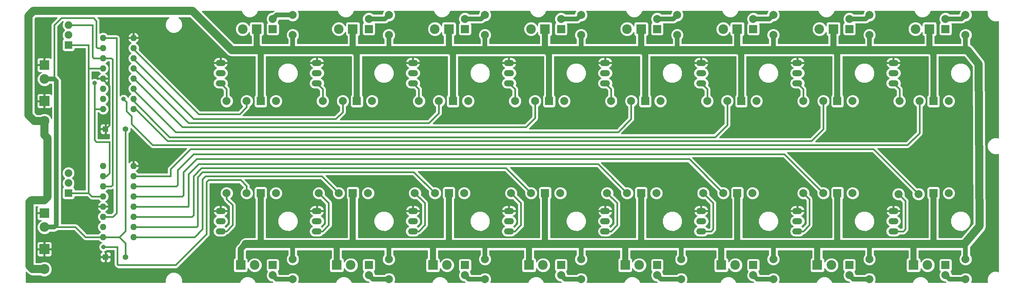
<source format=gbr>
G04 #@! TF.FileFunction,Copper,L1,Top,Signal*
%FSLAX46Y46*%
G04 Gerber Fmt 4.6, Leading zero omitted, Abs format (unit mm)*
G04 Created by KiCad (PCBNEW 4.0.2-stable) date 2016년 11월 18일 금요일 PM 04:17:21*
%MOMM*%
G01*
G04 APERTURE LIST*
%ADD10C,0.100000*%
%ADD11R,1.900000X1.900000*%
%ADD12C,1.900000*%
%ADD13C,2.400000*%
%ADD14R,2.400000X2.400000*%
%ADD15R,2.500000X2.500000*%
%ADD16C,2.500000*%
%ADD17C,1.998980*%
%ADD18O,1.600000X1.600000*%
%ADD19R,1.400000X1.400000*%
%ADD20C,1.400000*%
%ADD21R,1.998980X1.998980*%
%ADD22R,2.000000X2.000000*%
%ADD23C,2.000000*%
%ADD24O,2.499360X1.501140*%
%ADD25C,1.143000*%
%ADD26C,0.431000*%
%ADD27C,1.143000*%
%ADD28C,1.500000*%
%ADD29C,2.000000*%
%ADD30C,0.254000*%
G04 APERTURE END LIST*
D10*
D11*
X38200000Y-108600000D03*
D12*
X38200000Y-106100000D03*
X38200000Y-103600000D03*
D11*
X38200000Y-71600000D03*
D12*
X38200000Y-69100000D03*
X38200000Y-66600000D03*
D13*
X32200000Y-117100000D03*
D14*
X32200000Y-113600000D03*
D15*
X32200000Y-122600000D03*
D16*
X32200000Y-127600000D03*
D17*
X262200000Y-64100640D03*
X262200000Y-69101900D03*
D18*
X54470000Y-119600000D03*
X54470000Y-117060000D03*
X54470000Y-114520000D03*
X54470000Y-111980000D03*
X54470000Y-109440000D03*
X54470000Y-106900000D03*
X54470000Y-104360000D03*
X54470000Y-101820000D03*
X46850000Y-101820000D03*
X46850000Y-104360000D03*
X46850000Y-106900000D03*
X46850000Y-109440000D03*
X46850000Y-111980000D03*
X46850000Y-114520000D03*
X46850000Y-117060000D03*
X46850000Y-119600000D03*
X54470000Y-87600000D03*
X54470000Y-85060000D03*
X54470000Y-82520000D03*
X54470000Y-79980000D03*
X54470000Y-77440000D03*
X54470000Y-74900000D03*
X54470000Y-72360000D03*
X54470000Y-69820000D03*
X46850000Y-69820000D03*
X46850000Y-72360000D03*
X46850000Y-74900000D03*
X46850000Y-77440000D03*
X46850000Y-79980000D03*
X46850000Y-82520000D03*
X46850000Y-85060000D03*
X46850000Y-87600000D03*
D19*
X47470000Y-92600000D03*
D20*
X52470000Y-92600000D03*
D19*
X47470000Y-124600000D03*
D20*
X52470000Y-124600000D03*
D17*
X258010000Y-85600000D03*
D21*
X254200000Y-85600000D03*
D17*
X234010000Y-85600000D03*
D21*
X230200000Y-85600000D03*
D17*
X210010000Y-85600000D03*
D21*
X206200000Y-85600000D03*
D17*
X186010000Y-85600000D03*
D21*
X182200000Y-85600000D03*
D17*
X162010000Y-85600000D03*
D21*
X158200000Y-85600000D03*
D17*
X138010000Y-85600000D03*
D21*
X134200000Y-85600000D03*
D17*
X114010000Y-85600000D03*
D21*
X110200000Y-85600000D03*
D17*
X90010000Y-85600000D03*
D21*
X86200000Y-85600000D03*
D17*
X90010000Y-108600000D03*
D21*
X86200000Y-108600000D03*
D17*
X113010000Y-108600000D03*
D21*
X109200000Y-108600000D03*
D17*
X137010000Y-108600000D03*
D21*
X133200000Y-108600000D03*
D17*
X161010000Y-108600000D03*
D21*
X157200000Y-108600000D03*
D17*
X185010000Y-108600000D03*
D21*
X181200000Y-108600000D03*
D17*
X209010000Y-108600000D03*
D21*
X205200000Y-108600000D03*
D17*
X234010000Y-108600000D03*
D21*
X230200000Y-108600000D03*
D17*
X258010000Y-108600000D03*
D21*
X254200000Y-108600000D03*
D22*
X257200000Y-67600000D03*
D23*
X257200000Y-65060000D03*
D22*
X233200000Y-67600000D03*
D23*
X233200000Y-65060000D03*
D22*
X209200000Y-67600000D03*
D23*
X209200000Y-65060000D03*
D22*
X185200000Y-67600000D03*
D23*
X185200000Y-65060000D03*
D22*
X161200000Y-67600000D03*
D23*
X161200000Y-65060000D03*
D22*
X137200000Y-67600000D03*
D23*
X137200000Y-65060000D03*
D22*
X113200000Y-67600000D03*
D23*
X113200000Y-65060000D03*
D22*
X89200000Y-67600000D03*
D23*
X89200000Y-65060000D03*
D22*
X89200000Y-126600000D03*
D23*
X89200000Y-129140000D03*
D22*
X113200000Y-126600000D03*
D23*
X113200000Y-129140000D03*
D22*
X137200000Y-126600000D03*
D23*
X137200000Y-129140000D03*
D22*
X161200000Y-126600000D03*
D23*
X161200000Y-129140000D03*
D22*
X185200000Y-126600000D03*
D23*
X185200000Y-129140000D03*
D22*
X209200000Y-126600000D03*
D23*
X209200000Y-129140000D03*
D22*
X233200000Y-126600000D03*
D23*
X233200000Y-129140000D03*
D22*
X257200000Y-126600000D03*
D23*
X257200000Y-129140000D03*
D13*
X249700000Y-67600000D03*
D14*
X253200000Y-67600000D03*
D13*
X225700000Y-67600000D03*
D14*
X229200000Y-67600000D03*
D13*
X201700000Y-67600000D03*
D14*
X205200000Y-67600000D03*
D13*
X177700000Y-67600000D03*
D14*
X181200000Y-67600000D03*
D13*
X153700000Y-67600000D03*
D14*
X157200000Y-67600000D03*
D13*
X129700000Y-67600000D03*
D14*
X133200000Y-67600000D03*
D13*
X105700000Y-67600000D03*
D14*
X109200000Y-67600000D03*
D13*
X81700000Y-67600000D03*
D14*
X85200000Y-67600000D03*
D13*
X84700000Y-126600000D03*
D14*
X81200000Y-126600000D03*
D13*
X108700000Y-126600000D03*
D14*
X105200000Y-126600000D03*
D13*
X132700000Y-126600000D03*
D14*
X129200000Y-126600000D03*
D13*
X156700000Y-126600000D03*
D14*
X153200000Y-126600000D03*
D13*
X180700000Y-126600000D03*
D14*
X177200000Y-126600000D03*
D13*
X204700000Y-126600000D03*
D14*
X201200000Y-126600000D03*
D13*
X228700000Y-126600000D03*
D14*
X225200000Y-126600000D03*
D13*
X252700000Y-126600000D03*
D14*
X249200000Y-126600000D03*
D13*
X32200000Y-80100000D03*
D14*
X32200000Y-76600000D03*
D15*
X32200000Y-85600000D03*
D16*
X32200000Y-90600000D03*
D17*
X238200000Y-64100640D03*
X238200000Y-69101900D03*
X214200000Y-64100640D03*
X214200000Y-69101900D03*
X190200000Y-64100640D03*
X190200000Y-69101900D03*
X166200000Y-64100640D03*
X166200000Y-69101900D03*
X142200000Y-64100640D03*
X142200000Y-69101900D03*
X118200000Y-64100640D03*
X118200000Y-69101900D03*
X94200000Y-64100640D03*
X94200000Y-69101900D03*
X245700640Y-85600000D03*
X250701900Y-85600000D03*
X221700640Y-85600000D03*
X226701900Y-85600000D03*
X197700640Y-85600000D03*
X202701900Y-85600000D03*
X173700640Y-85600000D03*
X178701900Y-85600000D03*
X149700640Y-85600000D03*
X154701900Y-85600000D03*
X125700640Y-85600000D03*
X130701900Y-85600000D03*
X101700640Y-85600000D03*
X106701900Y-85600000D03*
X77700640Y-85600000D03*
X82701900Y-85600000D03*
X94200000Y-130099360D03*
X94200000Y-125098100D03*
X118200000Y-130099360D03*
X118200000Y-125098100D03*
X142200000Y-130099360D03*
X142200000Y-125098100D03*
X166200000Y-130099360D03*
X166200000Y-125098100D03*
X191200000Y-130099360D03*
X191200000Y-125098100D03*
X214200000Y-130099360D03*
X214200000Y-125098100D03*
X238200000Y-130099360D03*
X238200000Y-125098100D03*
X262200000Y-130099360D03*
X262200000Y-125098100D03*
X77700640Y-108600000D03*
X82701900Y-108600000D03*
X100700640Y-108600000D03*
X105701900Y-108600000D03*
X124700640Y-108600000D03*
X129701900Y-108600000D03*
X148700640Y-108600000D03*
X153701900Y-108600000D03*
X172700640Y-108600000D03*
X177701900Y-108600000D03*
X196700640Y-108600000D03*
X201701900Y-108600000D03*
X221700640Y-108600000D03*
X226701900Y-108600000D03*
X245450640Y-108850000D03*
X250451900Y-108850000D03*
D24*
X244200000Y-78600000D03*
X244200000Y-76060000D03*
X244200000Y-81140000D03*
X220200000Y-78600000D03*
X220200000Y-76060000D03*
X220200000Y-81140000D03*
X196200000Y-78600000D03*
X196200000Y-76060000D03*
X196200000Y-81140000D03*
X172200000Y-78600000D03*
X172200000Y-76060000D03*
X172200000Y-81140000D03*
X148200000Y-78600000D03*
X148200000Y-76060000D03*
X148200000Y-81140000D03*
X124200000Y-78600000D03*
X124200000Y-76060000D03*
X124200000Y-81140000D03*
X100200000Y-78600000D03*
X100200000Y-76060000D03*
X100200000Y-81140000D03*
X76200000Y-78600000D03*
X76200000Y-76060000D03*
X76200000Y-81140000D03*
X76200000Y-115600000D03*
X76200000Y-113060000D03*
X76200000Y-118140000D03*
X100200000Y-115600000D03*
X100200000Y-113060000D03*
X100200000Y-118140000D03*
X124200000Y-115600000D03*
X124200000Y-113060000D03*
X124200000Y-118140000D03*
X148200000Y-115600000D03*
X148200000Y-113060000D03*
X148200000Y-118140000D03*
X172200000Y-115600000D03*
X172200000Y-113060000D03*
X172200000Y-118140000D03*
X196200000Y-115600000D03*
X196200000Y-113060000D03*
X196200000Y-118140000D03*
X220200000Y-115600000D03*
X220200000Y-113060000D03*
X220200000Y-118140000D03*
X244200000Y-115600000D03*
X244200000Y-113060000D03*
X244200000Y-118140000D03*
D25*
X44700000Y-81100000D03*
X51950000Y-85100000D03*
X46950000Y-122100000D03*
D26*
X46850000Y-79980000D02*
X46850000Y-80250000D01*
X46850000Y-80250000D02*
X48450000Y-81850000D01*
X48450000Y-91620000D02*
X47470000Y-92600000D01*
X48450000Y-81850000D02*
X48450000Y-91620000D01*
X52470000Y-124600000D02*
X52470000Y-121120000D01*
X52470000Y-121120000D02*
X50950000Y-119600000D01*
X44700000Y-87600000D02*
X44700000Y-95350000D01*
X47690000Y-104360000D02*
X46850000Y-104360000D01*
X48450000Y-103600000D02*
X47690000Y-104360000D01*
X48450000Y-95850000D02*
X48450000Y-103600000D01*
X45200000Y-95850000D02*
X48450000Y-95850000D01*
X44700000Y-95350000D02*
X45200000Y-95850000D01*
X44700000Y-87600000D02*
X46850000Y-87600000D01*
X44700000Y-81100000D02*
X44700000Y-87600000D01*
X46850000Y-72360000D02*
X45460000Y-72360000D01*
X34700000Y-66600000D02*
X34700000Y-80100000D01*
X36450000Y-64850000D02*
X34700000Y-66600000D01*
X44450000Y-64850000D02*
X36450000Y-64850000D01*
X45200000Y-65600000D02*
X44450000Y-64850000D01*
X45200000Y-72100000D02*
X45200000Y-65600000D01*
X45460000Y-72360000D02*
X45200000Y-72100000D01*
X46850000Y-119600000D02*
X50950000Y-119600000D01*
X52470000Y-118080000D02*
X52470000Y-92600000D01*
X50950000Y-119600000D02*
X52470000Y-118080000D01*
X46850000Y-119600000D02*
X44200000Y-119600000D01*
X44200000Y-119600000D02*
X42450000Y-119600000D01*
X39950000Y-117100000D02*
X34700000Y-117100000D01*
X42450000Y-119600000D02*
X39950000Y-117100000D01*
D27*
X32200000Y-80100000D02*
X34700000Y-80100000D01*
X34700000Y-117100000D02*
X32200000Y-117100000D01*
X35200000Y-116600000D02*
X34700000Y-117100000D01*
X34700000Y-80100000D02*
X35200000Y-80600000D01*
X35200000Y-80600000D02*
X35200000Y-116600000D01*
D26*
X46850000Y-87600000D02*
X47470000Y-87600000D01*
D28*
X249200000Y-126600000D02*
X249200000Y-121350000D01*
X225200000Y-126600000D02*
X225200000Y-121350000D01*
X201200000Y-126600000D02*
X201200000Y-121350000D01*
X177200000Y-126600000D02*
X177200000Y-121350000D01*
X153200000Y-126600000D02*
X153200000Y-121350000D01*
X129200000Y-126600000D02*
X129200000Y-121350000D01*
X105200000Y-126600000D02*
X105200000Y-121350000D01*
X81200000Y-126600000D02*
X81200000Y-122600000D01*
D29*
X82450000Y-121350000D02*
X86200000Y-121350000D01*
D28*
X81200000Y-122600000D02*
X82450000Y-121350000D01*
X109200000Y-67600000D02*
X109200000Y-72850000D01*
X133200000Y-67600000D02*
X133200000Y-72850000D01*
X157200000Y-67600000D02*
X157200000Y-72850000D01*
X181200000Y-67600000D02*
X181200000Y-72850000D01*
X205200000Y-67600000D02*
X205200000Y-72850000D01*
X229200000Y-67600000D02*
X229200000Y-72850000D01*
X253200000Y-67600000D02*
X253200000Y-72850000D01*
X85200000Y-67600000D02*
X85200000Y-71850000D01*
X85200000Y-71850000D02*
X86200000Y-72850000D01*
X153200000Y-121350000D02*
X153200000Y-121600000D01*
X153200000Y-121600000D02*
X153200000Y-121350000D01*
X249200000Y-121350000D02*
X249200000Y-121600000D01*
X249200000Y-121600000D02*
X249200000Y-121350000D01*
X225200000Y-121350000D02*
X225200000Y-121600000D01*
X225200000Y-121600000D02*
X225200000Y-121350000D01*
X201200000Y-121350000D02*
X201200000Y-121600000D01*
X201200000Y-121600000D02*
X201200000Y-121350000D01*
X177200000Y-121350000D02*
X177200000Y-121600000D01*
X177200000Y-121600000D02*
X177200000Y-121350000D01*
X129200000Y-121350000D02*
X129200000Y-121600000D01*
X129200000Y-121600000D02*
X129200000Y-121350000D01*
X105200000Y-121350000D02*
X105200000Y-121600000D01*
X105200000Y-121600000D02*
X105200000Y-121350000D01*
X254200000Y-108600000D02*
X254200000Y-121350000D01*
X254200000Y-121350000D02*
X254200000Y-120600000D01*
X254200000Y-120600000D02*
X254200000Y-121350000D01*
X230200000Y-108600000D02*
X230200000Y-121350000D01*
X230200000Y-121350000D02*
X230200000Y-121600000D01*
X230200000Y-121600000D02*
X230200000Y-121350000D01*
X205200000Y-108600000D02*
X205200000Y-121350000D01*
X205200000Y-121350000D02*
X205200000Y-121600000D01*
X205200000Y-121600000D02*
X205200000Y-121350000D01*
X181200000Y-108600000D02*
X181200000Y-121350000D01*
X181200000Y-121350000D02*
X181200000Y-121600000D01*
X181200000Y-121600000D02*
X181200000Y-121350000D01*
X157200000Y-108600000D02*
X157200000Y-121350000D01*
X157200000Y-121350000D02*
X157200000Y-121600000D01*
X157200000Y-121600000D02*
X157200000Y-121350000D01*
X133200000Y-108600000D02*
X133200000Y-121350000D01*
X133200000Y-121350000D02*
X133200000Y-121600000D01*
X133200000Y-121600000D02*
X133200000Y-121350000D01*
X109200000Y-108600000D02*
X109200000Y-121350000D01*
X109200000Y-121350000D02*
X109200000Y-121600000D01*
X109200000Y-121600000D02*
X109200000Y-121350000D01*
D27*
X262200000Y-125098100D02*
X262200000Y-121600000D01*
X262200000Y-121600000D02*
X261950000Y-121350000D01*
X238200000Y-125098100D02*
X238200000Y-121350000D01*
X238200000Y-121350000D02*
X238200000Y-121600000D01*
X238200000Y-121600000D02*
X238200000Y-121350000D01*
X214200000Y-125098100D02*
X214200000Y-121350000D01*
X214200000Y-121350000D02*
X214200000Y-121600000D01*
X214200000Y-121600000D02*
X214200000Y-121350000D01*
X191200000Y-125098100D02*
X191200000Y-121350000D01*
X191200000Y-121350000D02*
X191200000Y-121600000D01*
X191200000Y-121600000D02*
X191200000Y-121350000D01*
X166200000Y-125098100D02*
X166200000Y-121350000D01*
X166200000Y-121350000D02*
X166200000Y-121600000D01*
X166200000Y-121600000D02*
X166200000Y-121350000D01*
X142200000Y-125098100D02*
X142200000Y-121350000D01*
X142200000Y-121350000D02*
X142200000Y-121600000D01*
X142200000Y-121600000D02*
X142200000Y-121350000D01*
X118200000Y-125098100D02*
X118200000Y-121350000D01*
X118200000Y-121350000D02*
X118200000Y-121600000D01*
X118200000Y-121600000D02*
X118200000Y-121350000D01*
X94200000Y-125098100D02*
X94200000Y-121350000D01*
D28*
X86200000Y-108600000D02*
X86200000Y-121350000D01*
X86200000Y-121350000D02*
X86200000Y-121600000D01*
X86200000Y-121600000D02*
X86200000Y-121350000D01*
D29*
X94200000Y-121350000D02*
X86200000Y-121350000D01*
X261950000Y-121350000D02*
X254200000Y-121350000D01*
X254200000Y-121350000D02*
X249200000Y-121350000D01*
X249200000Y-121350000D02*
X238200000Y-121350000D01*
X238200000Y-121350000D02*
X230200000Y-121350000D01*
X230200000Y-121350000D02*
X225200000Y-121350000D01*
X225200000Y-121350000D02*
X214200000Y-121350000D01*
X214200000Y-121350000D02*
X205200000Y-121350000D01*
X205200000Y-121350000D02*
X201200000Y-121350000D01*
X201200000Y-121350000D02*
X191200000Y-121350000D01*
X191200000Y-121350000D02*
X181200000Y-121350000D01*
X181200000Y-121350000D02*
X177200000Y-121350000D01*
X177200000Y-121350000D02*
X166200000Y-121350000D01*
X166200000Y-121350000D02*
X157200000Y-121350000D01*
X157200000Y-121350000D02*
X153200000Y-121350000D01*
X153200000Y-121350000D02*
X142200000Y-121350000D01*
X142200000Y-121350000D02*
X133200000Y-121350000D01*
X133200000Y-121350000D02*
X129200000Y-121350000D01*
X129200000Y-121350000D02*
X118200000Y-121350000D01*
X118200000Y-121350000D02*
X109200000Y-121350000D01*
X109200000Y-121350000D02*
X105200000Y-121350000D01*
X105200000Y-121350000D02*
X94200000Y-121350000D01*
X265700000Y-116850000D02*
X261950000Y-121350000D01*
X265450000Y-76350000D02*
X265700000Y-116850000D01*
X262700000Y-72850000D02*
X265450000Y-76350000D01*
D28*
X254200000Y-85600000D02*
X254200000Y-73850000D01*
X254200000Y-73850000D02*
X253200000Y-72850000D01*
X230200000Y-85600000D02*
X230200000Y-73850000D01*
X230200000Y-73850000D02*
X229200000Y-72850000D01*
X206200000Y-85600000D02*
X206200000Y-73850000D01*
X206200000Y-73850000D02*
X205200000Y-72850000D01*
X182200000Y-85600000D02*
X182200000Y-73850000D01*
X182200000Y-73850000D02*
X181200000Y-72850000D01*
X158200000Y-85600000D02*
X158200000Y-73850000D01*
X158200000Y-73850000D02*
X157200000Y-72850000D01*
X134200000Y-85600000D02*
X134200000Y-73850000D01*
X134200000Y-73850000D02*
X133200000Y-72850000D01*
D27*
X262200000Y-69101900D02*
X262200000Y-72350000D01*
X262200000Y-72350000D02*
X262700000Y-72850000D01*
X238200000Y-69101900D02*
X238200000Y-72850000D01*
X238200000Y-72850000D02*
X238200000Y-72600000D01*
X238200000Y-72600000D02*
X238200000Y-72850000D01*
X214200000Y-69101900D02*
X214200000Y-72850000D01*
X214200000Y-72850000D02*
X214200000Y-72600000D01*
X214200000Y-72600000D02*
X214200000Y-72850000D01*
X190200000Y-69101900D02*
X190200000Y-72850000D01*
X190200000Y-72850000D02*
X190200000Y-72600000D01*
X190200000Y-72600000D02*
X190200000Y-72850000D01*
X166200000Y-69101900D02*
X166200000Y-72850000D01*
X166200000Y-72850000D02*
X166200000Y-72600000D01*
X166200000Y-72600000D02*
X166200000Y-72850000D01*
X142200000Y-69101900D02*
X142200000Y-72850000D01*
X142200000Y-72850000D02*
X142200000Y-72600000D01*
X142200000Y-72600000D02*
X142200000Y-72850000D01*
X118200000Y-69101900D02*
X118200000Y-72850000D01*
X118200000Y-72850000D02*
X118200000Y-72600000D01*
X118200000Y-72600000D02*
X118200000Y-72850000D01*
D28*
X110200000Y-85600000D02*
X110200000Y-73850000D01*
X110200000Y-73850000D02*
X109200000Y-72850000D01*
X253200000Y-72850000D02*
X253200000Y-72600000D01*
X253200000Y-72600000D02*
X253200000Y-72850000D01*
X229200000Y-72850000D02*
X229200000Y-72600000D01*
X229200000Y-72600000D02*
X229200000Y-72850000D01*
X205200000Y-72850000D02*
X205200000Y-72600000D01*
X205200000Y-72600000D02*
X205200000Y-72850000D01*
X181200000Y-72850000D02*
X181200000Y-72600000D01*
X181200000Y-72600000D02*
X181200000Y-72850000D01*
X157200000Y-72850000D02*
X157200000Y-72600000D01*
X157200000Y-72600000D02*
X157200000Y-72850000D01*
X133200000Y-72850000D02*
X133200000Y-72600000D01*
X133200000Y-72600000D02*
X133200000Y-72850000D01*
X109200000Y-72850000D02*
X109200000Y-72600000D01*
X109200000Y-72600000D02*
X109200000Y-72850000D01*
D27*
X94200000Y-69101900D02*
X94200000Y-72850000D01*
X93950000Y-73100000D02*
X93950000Y-72850000D01*
X94200000Y-72850000D02*
X93950000Y-73100000D01*
D28*
X86200000Y-85600000D02*
X86200000Y-72850000D01*
D29*
X32200000Y-90600000D02*
X32200000Y-94100000D01*
X29200000Y-127600000D02*
X32200000Y-127600000D01*
X28450000Y-126850000D02*
X29200000Y-127600000D01*
X28450000Y-110850000D02*
X28450000Y-126850000D01*
X28950000Y-110350000D02*
X28450000Y-110850000D01*
X32200000Y-110350000D02*
X28950000Y-110350000D01*
X32950000Y-109600000D02*
X32200000Y-110350000D01*
X32950000Y-94850000D02*
X32950000Y-109600000D01*
X32200000Y-94100000D02*
X32950000Y-94850000D01*
X78950000Y-72850000D02*
X86200000Y-72850000D01*
X86200000Y-72850000D02*
X93950000Y-72850000D01*
X93950000Y-72850000D02*
X109200000Y-72850000D01*
X109200000Y-72850000D02*
X118200000Y-72850000D01*
X118200000Y-72850000D02*
X133200000Y-72850000D01*
X133200000Y-72850000D02*
X142200000Y-72850000D01*
X142200000Y-72850000D02*
X157200000Y-72850000D01*
X157200000Y-72850000D02*
X166200000Y-72850000D01*
X166200000Y-72850000D02*
X181200000Y-72850000D01*
X181200000Y-72850000D02*
X190200000Y-72850000D01*
X190200000Y-72850000D02*
X205200000Y-72850000D01*
X205200000Y-72850000D02*
X214200000Y-72850000D01*
X214200000Y-72850000D02*
X229200000Y-72850000D01*
X229200000Y-72850000D02*
X238200000Y-72850000D01*
X238200000Y-72850000D02*
X253200000Y-72850000D01*
X253200000Y-72850000D02*
X262700000Y-72850000D01*
X69200000Y-63100000D02*
X78950000Y-72850000D01*
X29450000Y-63100000D02*
X69200000Y-63100000D01*
X28200000Y-64350000D02*
X29450000Y-63100000D01*
X28200000Y-89100000D02*
X28200000Y-64350000D01*
X29700000Y-90600000D02*
X28200000Y-89100000D01*
X32200000Y-90600000D02*
X29700000Y-90600000D01*
D27*
X257200000Y-65060000D02*
X261240640Y-65060000D01*
X261240640Y-65060000D02*
X262200000Y-64100640D01*
X233200000Y-65060000D02*
X237240640Y-65060000D01*
X237240640Y-65060000D02*
X238200000Y-64100640D01*
X209200000Y-65060000D02*
X213240640Y-65060000D01*
X213240640Y-65060000D02*
X214200000Y-64100640D01*
X185200000Y-65060000D02*
X189240640Y-65060000D01*
X189240640Y-65060000D02*
X190200000Y-64100640D01*
X161200000Y-65060000D02*
X165240640Y-65060000D01*
X165240640Y-65060000D02*
X166200000Y-64100640D01*
X137200000Y-65060000D02*
X141240640Y-65060000D01*
X141240640Y-65060000D02*
X142200000Y-64100640D01*
X113200000Y-65060000D02*
X117240640Y-65060000D01*
X117240640Y-65060000D02*
X118200000Y-64100640D01*
X94200000Y-64100640D02*
X90159360Y-64100640D01*
X90159360Y-64100640D02*
X89200000Y-65060000D01*
X94200000Y-130099360D02*
X90159360Y-130099360D01*
X90159360Y-130099360D02*
X89200000Y-129140000D01*
X118200000Y-130099360D02*
X114159360Y-130099360D01*
X114159360Y-130099360D02*
X113200000Y-129140000D01*
X142200000Y-130099360D02*
X138159360Y-130099360D01*
X138159360Y-130099360D02*
X137200000Y-129140000D01*
X166200000Y-130099360D02*
X162159360Y-130099360D01*
X162159360Y-130099360D02*
X161200000Y-129140000D01*
X191200000Y-130099360D02*
X186159360Y-130099360D01*
X186159360Y-130099360D02*
X185200000Y-129140000D01*
X214200000Y-130099360D02*
X210159360Y-130099360D01*
X210159360Y-130099360D02*
X209200000Y-129140000D01*
X238200000Y-130099360D02*
X234159360Y-130099360D01*
X234159360Y-130099360D02*
X233200000Y-129140000D01*
X262200000Y-130099360D02*
X258159360Y-130099360D01*
X258159360Y-130099360D02*
X257200000Y-129140000D01*
D26*
X46850000Y-77440000D02*
X43200000Y-77440000D01*
X43200000Y-77440000D02*
X43200000Y-77600000D01*
X46850000Y-109440000D02*
X44040000Y-109440000D01*
X44040000Y-109440000D02*
X43200000Y-108600000D01*
X38200000Y-71600000D02*
X43200000Y-71600000D01*
X43200000Y-108600000D02*
X38200000Y-108600000D01*
X43200000Y-71600000D02*
X43200000Y-77600000D01*
X43200000Y-77600000D02*
X43200000Y-108600000D01*
X46850000Y-74900000D02*
X48900000Y-74900000D01*
X48900000Y-106900000D02*
X46850000Y-106900000D01*
X49200000Y-106600000D02*
X48900000Y-106900000D01*
X49200000Y-75200000D02*
X49200000Y-106600000D01*
X48900000Y-74900000D02*
X49200000Y-75200000D01*
X38200000Y-66600000D02*
X44200000Y-66600000D01*
X44500000Y-74900000D02*
X46850000Y-74900000D01*
X44200000Y-74600000D02*
X44500000Y-74900000D01*
X44200000Y-66600000D02*
X44200000Y-74600000D01*
X245700640Y-85600000D02*
X245700640Y-82640640D01*
X245700640Y-82640640D02*
X244200000Y-81140000D01*
X221700640Y-85600000D02*
X221700640Y-82640640D01*
X221700640Y-82640640D02*
X220200000Y-81140000D01*
X197700640Y-85600000D02*
X197700640Y-82640640D01*
X197700640Y-82640640D02*
X196200000Y-81140000D01*
X173700640Y-85600000D02*
X173700640Y-82640640D01*
X173700640Y-82640640D02*
X172200000Y-81140000D01*
X149700640Y-85600000D02*
X149700640Y-82640640D01*
X149700640Y-82640640D02*
X148200000Y-81140000D01*
X125700640Y-85600000D02*
X125700640Y-82640640D01*
X125700640Y-82640640D02*
X124200000Y-81140000D01*
X101700640Y-85600000D02*
X101700640Y-82640640D01*
X101700640Y-82640640D02*
X100200000Y-81140000D01*
X77700640Y-85600000D02*
X77700640Y-82640640D01*
X77700640Y-82640640D02*
X76200000Y-81140000D01*
X77700640Y-108600000D02*
X77700640Y-110100640D01*
X77660000Y-118140000D02*
X76200000Y-118140000D01*
X79200000Y-116600000D02*
X77660000Y-118140000D01*
X79200000Y-111600000D02*
X79200000Y-116600000D01*
X77700640Y-110100640D02*
X79200000Y-111600000D01*
X100200000Y-118140000D02*
X101660000Y-118140000D01*
X103200000Y-111099360D02*
X100700640Y-108600000D01*
X103200000Y-116600000D02*
X103200000Y-111099360D01*
X101660000Y-118140000D02*
X103200000Y-116600000D01*
X124200000Y-118140000D02*
X125660000Y-118140000D01*
X127200000Y-111099360D02*
X124700640Y-108600000D01*
X127200000Y-116600000D02*
X127200000Y-111099360D01*
X125660000Y-118140000D02*
X127200000Y-116600000D01*
X148200000Y-118140000D02*
X149660000Y-118140000D01*
X151200000Y-111099360D02*
X148700640Y-108600000D01*
X151200000Y-116600000D02*
X151200000Y-111099360D01*
X149660000Y-118140000D02*
X151200000Y-116600000D01*
X172200000Y-118140000D02*
X173660000Y-118140000D01*
X175200000Y-111099360D02*
X172700640Y-108600000D01*
X175200000Y-116600000D02*
X175200000Y-111099360D01*
X173660000Y-118140000D02*
X175200000Y-116600000D01*
X196200000Y-118140000D02*
X198660000Y-118140000D01*
X199200000Y-111099360D02*
X196700640Y-108600000D01*
X199200000Y-117600000D02*
X199200000Y-111099360D01*
X198660000Y-118140000D02*
X199200000Y-117600000D01*
X220200000Y-118140000D02*
X221660000Y-118140000D01*
X223200000Y-110099360D02*
X221700640Y-108600000D01*
X223200000Y-116600000D02*
X223200000Y-110099360D01*
X221660000Y-118140000D02*
X223200000Y-116600000D01*
X244200000Y-118140000D02*
X246660000Y-118140000D01*
X247200000Y-110599360D02*
X245450640Y-108850000D01*
X247200000Y-117600000D02*
X247200000Y-110599360D01*
X246660000Y-118140000D02*
X247200000Y-117600000D01*
X250701900Y-93598100D02*
X250701900Y-85600000D01*
X247700000Y-96600000D02*
X250701900Y-93598100D01*
X59200000Y-96600000D02*
X247700000Y-96600000D01*
X53950000Y-91350000D02*
X59200000Y-96600000D01*
X53950000Y-89350000D02*
X53950000Y-91350000D01*
X52700000Y-88100000D02*
X53950000Y-89350000D01*
X52700000Y-85850000D02*
X52700000Y-88100000D01*
X51950000Y-85100000D02*
X52700000Y-85850000D01*
X54470000Y-87600000D02*
X54950000Y-87600000D01*
X54950000Y-87600000D02*
X62950000Y-95600000D01*
X62950000Y-95600000D02*
X223700000Y-95600000D01*
X223700000Y-95600000D02*
X226701900Y-92598100D01*
X226701900Y-92598100D02*
X226701900Y-85600000D01*
X54470000Y-85060000D02*
X54470000Y-85620000D01*
X54470000Y-85620000D02*
X63450000Y-94600000D01*
X63450000Y-94600000D02*
X199700000Y-94600000D01*
X199700000Y-94600000D02*
X202701900Y-91598100D01*
X202701900Y-91598100D02*
X202701900Y-85600000D01*
X54470000Y-82520000D02*
X54470000Y-82870000D01*
X54470000Y-82870000D02*
X64950000Y-93350000D01*
X64950000Y-93350000D02*
X175450000Y-93350000D01*
X175450000Y-93350000D02*
X178701900Y-90098100D01*
X178701900Y-90098100D02*
X178701900Y-85600000D01*
X54470000Y-79980000D02*
X54580000Y-79980000D01*
X54580000Y-79980000D02*
X66700000Y-92100000D01*
X66700000Y-92100000D02*
X152450000Y-92100000D01*
X152450000Y-92100000D02*
X154701900Y-89848100D01*
X154701900Y-89848100D02*
X154701900Y-85600000D01*
X54470000Y-77440000D02*
X54540000Y-77440000D01*
X54540000Y-77440000D02*
X68200000Y-91100000D01*
X68200000Y-91100000D02*
X128200000Y-91100000D01*
X128200000Y-91100000D02*
X130701900Y-88598100D01*
X130701900Y-88598100D02*
X130701900Y-85600000D01*
X54470000Y-74900000D02*
X54470000Y-75120000D01*
X54470000Y-75120000D02*
X69450000Y-90100000D01*
X69450000Y-90100000D02*
X104950000Y-90100000D01*
X104950000Y-90100000D02*
X106701900Y-88348100D01*
X106701900Y-88348100D02*
X106701900Y-85600000D01*
X54470000Y-72360000D02*
X54470000Y-72620000D01*
X54470000Y-72620000D02*
X70700000Y-88850000D01*
X70700000Y-88850000D02*
X80950000Y-88850000D01*
X80950000Y-88850000D02*
X82701900Y-87098100D01*
X82701900Y-87098100D02*
X82701900Y-85600000D01*
X82701900Y-106851900D02*
X82701900Y-108600000D01*
X81200000Y-105350000D02*
X82701900Y-106851900D01*
X73200000Y-105350000D02*
X81200000Y-105350000D01*
X72700000Y-105850000D02*
X73200000Y-105350000D01*
X72700000Y-118850000D02*
X72700000Y-105850000D01*
X64950000Y-126600000D02*
X72700000Y-118850000D01*
X50700000Y-126600000D02*
X64950000Y-126600000D01*
X50450000Y-126350000D02*
X50700000Y-126600000D01*
X50450000Y-122100000D02*
X50450000Y-126350000D01*
X46950000Y-122100000D02*
X50450000Y-122100000D01*
X54470000Y-119600000D02*
X69700000Y-119600000D01*
X101451900Y-104350000D02*
X105701900Y-108600000D01*
X72450000Y-104350000D02*
X101451900Y-104350000D01*
X71700000Y-105100000D02*
X72450000Y-104350000D01*
X71700000Y-117600000D02*
X71700000Y-105100000D01*
X69700000Y-119600000D02*
X71700000Y-117600000D01*
X54470000Y-117060000D02*
X70240000Y-117060000D01*
X124451900Y-103350000D02*
X129701900Y-108600000D01*
X71700000Y-103350000D02*
X124451900Y-103350000D01*
X70450000Y-104600000D02*
X71700000Y-103350000D01*
X70450000Y-116850000D02*
X70450000Y-104600000D01*
X70240000Y-117060000D02*
X70450000Y-116850000D01*
X54470000Y-114520000D02*
X69030000Y-114520000D01*
X147451900Y-102350000D02*
X153701900Y-108600000D01*
X71450000Y-102350000D02*
X147451900Y-102350000D01*
X69450000Y-104350000D02*
X71450000Y-102350000D01*
X69450000Y-114100000D02*
X69450000Y-104350000D01*
X69030000Y-114520000D02*
X69450000Y-114100000D01*
X54470000Y-111980000D02*
X68070000Y-111980000D01*
X170451900Y-101350000D02*
X177701900Y-108600000D01*
X70700000Y-101350000D02*
X170451900Y-101350000D01*
X68200000Y-103850000D02*
X70700000Y-101350000D01*
X68200000Y-111850000D02*
X68200000Y-103850000D01*
X68070000Y-111980000D02*
X68200000Y-111850000D01*
X54470000Y-109440000D02*
X66610000Y-109440000D01*
X193201900Y-100100000D02*
X201701900Y-108600000D01*
X70200000Y-100100000D02*
X193201900Y-100100000D01*
X66950000Y-103350000D02*
X70200000Y-100100000D01*
X66950000Y-109100000D02*
X66950000Y-103350000D01*
X66610000Y-109440000D02*
X66950000Y-109100000D01*
X54470000Y-106900000D02*
X65150000Y-106900000D01*
X216951900Y-98850000D02*
X226701900Y-108600000D01*
X69450000Y-98850000D02*
X216951900Y-98850000D01*
X65450000Y-102850000D02*
X69450000Y-98850000D01*
X65450000Y-106600000D02*
X65450000Y-102850000D01*
X65150000Y-106900000D02*
X65450000Y-106600000D01*
X54470000Y-104360000D02*
X63690000Y-104360000D01*
X239201900Y-97600000D02*
X250451900Y-108850000D01*
X68700000Y-97600000D02*
X239201900Y-97600000D01*
X63700000Y-102600000D02*
X68700000Y-97600000D01*
X63700000Y-104350000D02*
X63700000Y-102600000D01*
X63690000Y-104360000D02*
X63700000Y-104350000D01*
X46850000Y-69820000D02*
X50170000Y-69820000D01*
X49280000Y-114520000D02*
X46850000Y-114520000D01*
X50200000Y-113600000D02*
X49280000Y-114520000D01*
X50200000Y-69850000D02*
X50200000Y-113600000D01*
X50170000Y-69820000D02*
X50200000Y-69850000D01*
D30*
G36*
X81638980Y-63807800D02*
X82239041Y-64408909D01*
X83023459Y-64734628D01*
X83872815Y-64735370D01*
X84657800Y-64411020D01*
X85258909Y-63810959D01*
X85542914Y-63127000D01*
X89486600Y-63127000D01*
X89416908Y-63173567D01*
X89306236Y-63247516D01*
X89128815Y-63424937D01*
X88876205Y-63424716D01*
X88275057Y-63673106D01*
X87814722Y-64132637D01*
X87565284Y-64733352D01*
X87564716Y-65383795D01*
X87813106Y-65984943D01*
X87879621Y-66051574D01*
X87748559Y-66135910D01*
X87603569Y-66348110D01*
X87552560Y-66600000D01*
X87552560Y-68600000D01*
X87596838Y-68835317D01*
X87735910Y-69051441D01*
X87948110Y-69196431D01*
X88200000Y-69247440D01*
X90200000Y-69247440D01*
X90435317Y-69203162D01*
X90651441Y-69064090D01*
X90796431Y-68851890D01*
X90847440Y-68600000D01*
X90847440Y-66600000D01*
X90803162Y-66364683D01*
X90664090Y-66148559D01*
X90521439Y-66051090D01*
X90585278Y-65987363D01*
X90834716Y-65386648D01*
X90834785Y-65307140D01*
X93094892Y-65307140D01*
X93272927Y-65485486D01*
X93873453Y-65734846D01*
X94523694Y-65735414D01*
X95124655Y-65487102D01*
X95584846Y-65027713D01*
X95834206Y-64427187D01*
X95834774Y-63776946D01*
X95586462Y-63175985D01*
X95537562Y-63127000D01*
X105357678Y-63127000D01*
X105638980Y-63807800D01*
X106239041Y-64408909D01*
X107023459Y-64734628D01*
X107872815Y-64735370D01*
X108657800Y-64411020D01*
X109258909Y-63810959D01*
X109542914Y-63127000D01*
X116861802Y-63127000D01*
X116815154Y-63173567D01*
X116565794Y-63774093D01*
X116565725Y-63853500D01*
X114305829Y-63853500D01*
X114127363Y-63674722D01*
X113526648Y-63425284D01*
X112876205Y-63424716D01*
X112275057Y-63673106D01*
X111814722Y-64132637D01*
X111565284Y-64733352D01*
X111564716Y-65383795D01*
X111813106Y-65984943D01*
X111879621Y-66051574D01*
X111748559Y-66135910D01*
X111603569Y-66348110D01*
X111552560Y-66600000D01*
X111552560Y-68600000D01*
X111596838Y-68835317D01*
X111735910Y-69051441D01*
X111948110Y-69196431D01*
X112200000Y-69247440D01*
X114200000Y-69247440D01*
X114435317Y-69203162D01*
X114651441Y-69064090D01*
X114796431Y-68851890D01*
X114847440Y-68600000D01*
X114847440Y-66600000D01*
X114803162Y-66364683D01*
X114739983Y-66266500D01*
X117240640Y-66266500D01*
X117702348Y-66174661D01*
X118093764Y-65913124D01*
X118271694Y-65735194D01*
X118523694Y-65735414D01*
X119124655Y-65487102D01*
X119584846Y-65027713D01*
X119834206Y-64427187D01*
X119834774Y-63776946D01*
X119586462Y-63175985D01*
X119537562Y-63127000D01*
X129357678Y-63127000D01*
X129638980Y-63807800D01*
X130239041Y-64408909D01*
X131023459Y-64734628D01*
X131872815Y-64735370D01*
X132657800Y-64411020D01*
X133258909Y-63810959D01*
X133542914Y-63127000D01*
X140861802Y-63127000D01*
X140815154Y-63173567D01*
X140565794Y-63774093D01*
X140565725Y-63853500D01*
X138305829Y-63853500D01*
X138127363Y-63674722D01*
X137526648Y-63425284D01*
X136876205Y-63424716D01*
X136275057Y-63673106D01*
X135814722Y-64132637D01*
X135565284Y-64733352D01*
X135564716Y-65383795D01*
X135813106Y-65984943D01*
X135879621Y-66051574D01*
X135748559Y-66135910D01*
X135603569Y-66348110D01*
X135552560Y-66600000D01*
X135552560Y-68600000D01*
X135596838Y-68835317D01*
X135735910Y-69051441D01*
X135948110Y-69196431D01*
X136200000Y-69247440D01*
X138200000Y-69247440D01*
X138435317Y-69203162D01*
X138651441Y-69064090D01*
X138796431Y-68851890D01*
X138847440Y-68600000D01*
X138847440Y-66600000D01*
X138803162Y-66364683D01*
X138739983Y-66266500D01*
X141240640Y-66266500D01*
X141702348Y-66174661D01*
X142093764Y-65913124D01*
X142271694Y-65735194D01*
X142523694Y-65735414D01*
X143124655Y-65487102D01*
X143584846Y-65027713D01*
X143834206Y-64427187D01*
X143834774Y-63776946D01*
X143586462Y-63175985D01*
X143537562Y-63127000D01*
X153357678Y-63127000D01*
X153638980Y-63807800D01*
X154239041Y-64408909D01*
X155023459Y-64734628D01*
X155872815Y-64735370D01*
X156657800Y-64411020D01*
X157258909Y-63810959D01*
X157542914Y-63127000D01*
X164861802Y-63127000D01*
X164815154Y-63173567D01*
X164565794Y-63774093D01*
X164565725Y-63853500D01*
X162305829Y-63853500D01*
X162127363Y-63674722D01*
X161526648Y-63425284D01*
X160876205Y-63424716D01*
X160275057Y-63673106D01*
X159814722Y-64132637D01*
X159565284Y-64733352D01*
X159564716Y-65383795D01*
X159813106Y-65984943D01*
X159879621Y-66051574D01*
X159748559Y-66135910D01*
X159603569Y-66348110D01*
X159552560Y-66600000D01*
X159552560Y-68600000D01*
X159596838Y-68835317D01*
X159735910Y-69051441D01*
X159948110Y-69196431D01*
X160200000Y-69247440D01*
X162200000Y-69247440D01*
X162435317Y-69203162D01*
X162651441Y-69064090D01*
X162796431Y-68851890D01*
X162847440Y-68600000D01*
X162847440Y-66600000D01*
X162803162Y-66364683D01*
X162739983Y-66266500D01*
X165240640Y-66266500D01*
X165702348Y-66174661D01*
X166093764Y-65913124D01*
X166271694Y-65735194D01*
X166523694Y-65735414D01*
X167124655Y-65487102D01*
X167584846Y-65027713D01*
X167834206Y-64427187D01*
X167834774Y-63776946D01*
X167586462Y-63175985D01*
X167537562Y-63127000D01*
X177357678Y-63127000D01*
X177638980Y-63807800D01*
X178239041Y-64408909D01*
X179023459Y-64734628D01*
X179872815Y-64735370D01*
X180657800Y-64411020D01*
X181258909Y-63810959D01*
X181542914Y-63127000D01*
X188861802Y-63127000D01*
X188815154Y-63173567D01*
X188565794Y-63774093D01*
X188565725Y-63853500D01*
X186305829Y-63853500D01*
X186127363Y-63674722D01*
X185526648Y-63425284D01*
X184876205Y-63424716D01*
X184275057Y-63673106D01*
X183814722Y-64132637D01*
X183565284Y-64733352D01*
X183564716Y-65383795D01*
X183813106Y-65984943D01*
X183879621Y-66051574D01*
X183748559Y-66135910D01*
X183603569Y-66348110D01*
X183552560Y-66600000D01*
X183552560Y-68600000D01*
X183596838Y-68835317D01*
X183735910Y-69051441D01*
X183948110Y-69196431D01*
X184200000Y-69247440D01*
X186200000Y-69247440D01*
X186435317Y-69203162D01*
X186651441Y-69064090D01*
X186796431Y-68851890D01*
X186847440Y-68600000D01*
X186847440Y-66600000D01*
X186803162Y-66364683D01*
X186739983Y-66266500D01*
X189240640Y-66266500D01*
X189702348Y-66174661D01*
X190093764Y-65913124D01*
X190271694Y-65735194D01*
X190523694Y-65735414D01*
X191124655Y-65487102D01*
X191584846Y-65027713D01*
X191834206Y-64427187D01*
X191834774Y-63776946D01*
X191586462Y-63175985D01*
X191537562Y-63127000D01*
X201357678Y-63127000D01*
X201638980Y-63807800D01*
X202239041Y-64408909D01*
X203023459Y-64734628D01*
X203872815Y-64735370D01*
X204657800Y-64411020D01*
X205258909Y-63810959D01*
X205542914Y-63127000D01*
X212861802Y-63127000D01*
X212815154Y-63173567D01*
X212565794Y-63774093D01*
X212565725Y-63853500D01*
X210305829Y-63853500D01*
X210127363Y-63674722D01*
X209526648Y-63425284D01*
X208876205Y-63424716D01*
X208275057Y-63673106D01*
X207814722Y-64132637D01*
X207565284Y-64733352D01*
X207564716Y-65383795D01*
X207813106Y-65984943D01*
X207879621Y-66051574D01*
X207748559Y-66135910D01*
X207603569Y-66348110D01*
X207552560Y-66600000D01*
X207552560Y-68600000D01*
X207596838Y-68835317D01*
X207735910Y-69051441D01*
X207948110Y-69196431D01*
X208200000Y-69247440D01*
X210200000Y-69247440D01*
X210435317Y-69203162D01*
X210651441Y-69064090D01*
X210796431Y-68851890D01*
X210847440Y-68600000D01*
X210847440Y-66600000D01*
X210803162Y-66364683D01*
X210739983Y-66266500D01*
X213240640Y-66266500D01*
X213702348Y-66174661D01*
X214093764Y-65913124D01*
X214271694Y-65735194D01*
X214523694Y-65735414D01*
X215124655Y-65487102D01*
X215584846Y-65027713D01*
X215834206Y-64427187D01*
X215834774Y-63776946D01*
X215586462Y-63175985D01*
X215537562Y-63127000D01*
X225357678Y-63127000D01*
X225638980Y-63807800D01*
X226239041Y-64408909D01*
X227023459Y-64734628D01*
X227872815Y-64735370D01*
X228657800Y-64411020D01*
X229258909Y-63810959D01*
X229542914Y-63127000D01*
X236861802Y-63127000D01*
X236815154Y-63173567D01*
X236565794Y-63774093D01*
X236565725Y-63853500D01*
X234305829Y-63853500D01*
X234127363Y-63674722D01*
X233526648Y-63425284D01*
X232876205Y-63424716D01*
X232275057Y-63673106D01*
X231814722Y-64132637D01*
X231565284Y-64733352D01*
X231564716Y-65383795D01*
X231813106Y-65984943D01*
X231879621Y-66051574D01*
X231748559Y-66135910D01*
X231603569Y-66348110D01*
X231552560Y-66600000D01*
X231552560Y-68600000D01*
X231596838Y-68835317D01*
X231735910Y-69051441D01*
X231948110Y-69196431D01*
X232200000Y-69247440D01*
X234200000Y-69247440D01*
X234435317Y-69203162D01*
X234651441Y-69064090D01*
X234796431Y-68851890D01*
X234847440Y-68600000D01*
X234847440Y-66600000D01*
X234803162Y-66364683D01*
X234739983Y-66266500D01*
X237240640Y-66266500D01*
X237702348Y-66174661D01*
X238093764Y-65913124D01*
X238271694Y-65735194D01*
X238523694Y-65735414D01*
X239124655Y-65487102D01*
X239584846Y-65027713D01*
X239834206Y-64427187D01*
X239834774Y-63776946D01*
X239586462Y-63175985D01*
X239537562Y-63127000D01*
X249357678Y-63127000D01*
X249638980Y-63807800D01*
X250239041Y-64408909D01*
X251023459Y-64734628D01*
X251872815Y-64735370D01*
X252657800Y-64411020D01*
X253258909Y-63810959D01*
X253542914Y-63127000D01*
X260861802Y-63127000D01*
X260815154Y-63173567D01*
X260565794Y-63774093D01*
X260565725Y-63853500D01*
X258305829Y-63853500D01*
X258127363Y-63674722D01*
X257526648Y-63425284D01*
X256876205Y-63424716D01*
X256275057Y-63673106D01*
X255814722Y-64132637D01*
X255565284Y-64733352D01*
X255564716Y-65383795D01*
X255813106Y-65984943D01*
X255879621Y-66051574D01*
X255748559Y-66135910D01*
X255603569Y-66348110D01*
X255552560Y-66600000D01*
X255552560Y-68600000D01*
X255596838Y-68835317D01*
X255735910Y-69051441D01*
X255948110Y-69196431D01*
X256200000Y-69247440D01*
X258200000Y-69247440D01*
X258435317Y-69203162D01*
X258651441Y-69064090D01*
X258796431Y-68851890D01*
X258847440Y-68600000D01*
X258847440Y-66600000D01*
X258803162Y-66364683D01*
X258739983Y-66266500D01*
X261240640Y-66266500D01*
X261702348Y-66174661D01*
X262093764Y-65913124D01*
X262271694Y-65735194D01*
X262523694Y-65735414D01*
X263124655Y-65487102D01*
X263584846Y-65027713D01*
X263834206Y-64427187D01*
X263834774Y-63776946D01*
X263586462Y-63175985D01*
X263537562Y-63127000D01*
X267605425Y-63127000D01*
X267565372Y-63223459D01*
X267564630Y-64072815D01*
X267888980Y-64857800D01*
X268489041Y-65458909D01*
X269273459Y-65784628D01*
X270122815Y-65785370D01*
X270373000Y-65681995D01*
X270373000Y-94817711D01*
X270126541Y-94715372D01*
X269277185Y-94714630D01*
X268492200Y-95038980D01*
X267891091Y-95639041D01*
X267565372Y-96423459D01*
X267564630Y-97272815D01*
X267888980Y-98057800D01*
X268489041Y-98658909D01*
X269273459Y-98984628D01*
X270122815Y-98985370D01*
X270373000Y-98881995D01*
X270373000Y-128217711D01*
X270126541Y-128115372D01*
X269277185Y-128114630D01*
X268492200Y-128438980D01*
X267891091Y-129039041D01*
X267565372Y-129823459D01*
X267564630Y-130672815D01*
X267647345Y-130873000D01*
X263648557Y-130873000D01*
X263834206Y-130425907D01*
X263834774Y-129775666D01*
X263586462Y-129174705D01*
X263127073Y-128714514D01*
X262526547Y-128465154D01*
X261876306Y-128464586D01*
X261275345Y-128712898D01*
X261095069Y-128892860D01*
X258835217Y-128892860D01*
X258835284Y-128816205D01*
X258586894Y-128215057D01*
X258520379Y-128148426D01*
X258651441Y-128064090D01*
X258796431Y-127851890D01*
X258847440Y-127600000D01*
X258847440Y-125600000D01*
X258803162Y-125364683D01*
X258664090Y-125148559D01*
X258451890Y-125003569D01*
X258200000Y-124952560D01*
X256200000Y-124952560D01*
X255964683Y-124996838D01*
X255748559Y-125135910D01*
X255603569Y-125348110D01*
X255552560Y-125600000D01*
X255552560Y-127600000D01*
X255596838Y-127835317D01*
X255735910Y-128051441D01*
X255878561Y-128148910D01*
X255814722Y-128212637D01*
X255565284Y-128813352D01*
X255564716Y-129463795D01*
X255813106Y-130064943D01*
X256272637Y-130525278D01*
X256873352Y-130774716D01*
X257128691Y-130774939D01*
X257226752Y-130873000D01*
X252959683Y-130873000D01*
X252761020Y-130392200D01*
X252160959Y-129791091D01*
X251376541Y-129465372D01*
X250527185Y-129464630D01*
X249742200Y-129788980D01*
X249141091Y-130389041D01*
X248940134Y-130873000D01*
X239648557Y-130873000D01*
X239834206Y-130425907D01*
X239834774Y-129775666D01*
X239586462Y-129174705D01*
X239127073Y-128714514D01*
X238526547Y-128465154D01*
X237876306Y-128464586D01*
X237275345Y-128712898D01*
X237095069Y-128892860D01*
X234835217Y-128892860D01*
X234835284Y-128816205D01*
X234586894Y-128215057D01*
X234520379Y-128148426D01*
X234651441Y-128064090D01*
X234796431Y-127851890D01*
X234847440Y-127600000D01*
X234847440Y-125600000D01*
X234803162Y-125364683D01*
X234664090Y-125148559D01*
X234451890Y-125003569D01*
X234200000Y-124952560D01*
X232200000Y-124952560D01*
X231964683Y-124996838D01*
X231748559Y-125135910D01*
X231603569Y-125348110D01*
X231552560Y-125600000D01*
X231552560Y-127600000D01*
X231596838Y-127835317D01*
X231735910Y-128051441D01*
X231878561Y-128148910D01*
X231814722Y-128212637D01*
X231565284Y-128813352D01*
X231564716Y-129463795D01*
X231813106Y-130064943D01*
X232272637Y-130525278D01*
X232873352Y-130774716D01*
X233128691Y-130774939D01*
X233226752Y-130873000D01*
X228959683Y-130873000D01*
X228761020Y-130392200D01*
X228160959Y-129791091D01*
X227376541Y-129465372D01*
X226527185Y-129464630D01*
X225742200Y-129788980D01*
X225141091Y-130389041D01*
X224940134Y-130873000D01*
X215648557Y-130873000D01*
X215834206Y-130425907D01*
X215834774Y-129775666D01*
X215586462Y-129174705D01*
X215127073Y-128714514D01*
X214526547Y-128465154D01*
X213876306Y-128464586D01*
X213275345Y-128712898D01*
X213095069Y-128892860D01*
X210835217Y-128892860D01*
X210835284Y-128816205D01*
X210586894Y-128215057D01*
X210520379Y-128148426D01*
X210651441Y-128064090D01*
X210796431Y-127851890D01*
X210847440Y-127600000D01*
X210847440Y-125600000D01*
X210803162Y-125364683D01*
X210664090Y-125148559D01*
X210451890Y-125003569D01*
X210200000Y-124952560D01*
X208200000Y-124952560D01*
X207964683Y-124996838D01*
X207748559Y-125135910D01*
X207603569Y-125348110D01*
X207552560Y-125600000D01*
X207552560Y-127600000D01*
X207596838Y-127835317D01*
X207735910Y-128051441D01*
X207878561Y-128148910D01*
X207814722Y-128212637D01*
X207565284Y-128813352D01*
X207564716Y-129463795D01*
X207813106Y-130064943D01*
X208272637Y-130525278D01*
X208873352Y-130774716D01*
X209128691Y-130774939D01*
X209226752Y-130873000D01*
X204959683Y-130873000D01*
X204761020Y-130392200D01*
X204160959Y-129791091D01*
X203376541Y-129465372D01*
X202527185Y-129464630D01*
X201742200Y-129788980D01*
X201141091Y-130389041D01*
X200940134Y-130873000D01*
X192648557Y-130873000D01*
X192834206Y-130425907D01*
X192834774Y-129775666D01*
X192586462Y-129174705D01*
X192127073Y-128714514D01*
X191526547Y-128465154D01*
X190876306Y-128464586D01*
X190275345Y-128712898D01*
X190095069Y-128892860D01*
X186835217Y-128892860D01*
X186835284Y-128816205D01*
X186586894Y-128215057D01*
X186520379Y-128148426D01*
X186651441Y-128064090D01*
X186796431Y-127851890D01*
X186847440Y-127600000D01*
X186847440Y-125600000D01*
X186803162Y-125364683D01*
X186664090Y-125148559D01*
X186451890Y-125003569D01*
X186200000Y-124952560D01*
X184200000Y-124952560D01*
X183964683Y-124996838D01*
X183748559Y-125135910D01*
X183603569Y-125348110D01*
X183552560Y-125600000D01*
X183552560Y-127600000D01*
X183596838Y-127835317D01*
X183735910Y-128051441D01*
X183878561Y-128148910D01*
X183814722Y-128212637D01*
X183565284Y-128813352D01*
X183564716Y-129463795D01*
X183813106Y-130064943D01*
X184272637Y-130525278D01*
X184873352Y-130774716D01*
X185128691Y-130774939D01*
X185226752Y-130873000D01*
X180959683Y-130873000D01*
X180761020Y-130392200D01*
X180160959Y-129791091D01*
X179376541Y-129465372D01*
X178527185Y-129464630D01*
X177742200Y-129788980D01*
X177141091Y-130389041D01*
X176940134Y-130873000D01*
X167648557Y-130873000D01*
X167834206Y-130425907D01*
X167834774Y-129775666D01*
X167586462Y-129174705D01*
X167127073Y-128714514D01*
X166526547Y-128465154D01*
X165876306Y-128464586D01*
X165275345Y-128712898D01*
X165095069Y-128892860D01*
X162835217Y-128892860D01*
X162835284Y-128816205D01*
X162586894Y-128215057D01*
X162520379Y-128148426D01*
X162651441Y-128064090D01*
X162796431Y-127851890D01*
X162847440Y-127600000D01*
X162847440Y-125600000D01*
X162803162Y-125364683D01*
X162664090Y-125148559D01*
X162451890Y-125003569D01*
X162200000Y-124952560D01*
X160200000Y-124952560D01*
X159964683Y-124996838D01*
X159748559Y-125135910D01*
X159603569Y-125348110D01*
X159552560Y-125600000D01*
X159552560Y-127600000D01*
X159596838Y-127835317D01*
X159735910Y-128051441D01*
X159878561Y-128148910D01*
X159814722Y-128212637D01*
X159565284Y-128813352D01*
X159564716Y-129463795D01*
X159813106Y-130064943D01*
X160272637Y-130525278D01*
X160873352Y-130774716D01*
X161128691Y-130774939D01*
X161226752Y-130873000D01*
X156959683Y-130873000D01*
X156761020Y-130392200D01*
X156160959Y-129791091D01*
X155376541Y-129465372D01*
X154527185Y-129464630D01*
X153742200Y-129788980D01*
X153141091Y-130389041D01*
X152940134Y-130873000D01*
X143648557Y-130873000D01*
X143834206Y-130425907D01*
X143834774Y-129775666D01*
X143586462Y-129174705D01*
X143127073Y-128714514D01*
X142526547Y-128465154D01*
X141876306Y-128464586D01*
X141275345Y-128712898D01*
X141095069Y-128892860D01*
X138835217Y-128892860D01*
X138835284Y-128816205D01*
X138586894Y-128215057D01*
X138520379Y-128148426D01*
X138651441Y-128064090D01*
X138796431Y-127851890D01*
X138847440Y-127600000D01*
X138847440Y-125600000D01*
X138803162Y-125364683D01*
X138664090Y-125148559D01*
X138451890Y-125003569D01*
X138200000Y-124952560D01*
X136200000Y-124952560D01*
X135964683Y-124996838D01*
X135748559Y-125135910D01*
X135603569Y-125348110D01*
X135552560Y-125600000D01*
X135552560Y-127600000D01*
X135596838Y-127835317D01*
X135735910Y-128051441D01*
X135878561Y-128148910D01*
X135814722Y-128212637D01*
X135565284Y-128813352D01*
X135564716Y-129463795D01*
X135813106Y-130064943D01*
X136272637Y-130525278D01*
X136873352Y-130774716D01*
X137128691Y-130774939D01*
X137226752Y-130873000D01*
X132959683Y-130873000D01*
X132761020Y-130392200D01*
X132160959Y-129791091D01*
X131376541Y-129465372D01*
X130527185Y-129464630D01*
X129742200Y-129788980D01*
X129141091Y-130389041D01*
X128940134Y-130873000D01*
X119648557Y-130873000D01*
X119834206Y-130425907D01*
X119834774Y-129775666D01*
X119586462Y-129174705D01*
X119127073Y-128714514D01*
X118526547Y-128465154D01*
X117876306Y-128464586D01*
X117275345Y-128712898D01*
X117095069Y-128892860D01*
X114835217Y-128892860D01*
X114835284Y-128816205D01*
X114586894Y-128215057D01*
X114520379Y-128148426D01*
X114651441Y-128064090D01*
X114796431Y-127851890D01*
X114847440Y-127600000D01*
X114847440Y-125600000D01*
X114803162Y-125364683D01*
X114664090Y-125148559D01*
X114451890Y-125003569D01*
X114200000Y-124952560D01*
X112200000Y-124952560D01*
X111964683Y-124996838D01*
X111748559Y-125135910D01*
X111603569Y-125348110D01*
X111552560Y-125600000D01*
X111552560Y-127600000D01*
X111596838Y-127835317D01*
X111735910Y-128051441D01*
X111878561Y-128148910D01*
X111814722Y-128212637D01*
X111565284Y-128813352D01*
X111564716Y-129463795D01*
X111813106Y-130064943D01*
X112272637Y-130525278D01*
X112873352Y-130774716D01*
X113128691Y-130774939D01*
X113226752Y-130873000D01*
X108959683Y-130873000D01*
X108761020Y-130392200D01*
X108160959Y-129791091D01*
X107376541Y-129465372D01*
X106527185Y-129464630D01*
X105742200Y-129788980D01*
X105141091Y-130389041D01*
X104940134Y-130873000D01*
X95648557Y-130873000D01*
X95834206Y-130425907D01*
X95834774Y-129775666D01*
X95586462Y-129174705D01*
X95127073Y-128714514D01*
X94526547Y-128465154D01*
X93876306Y-128464586D01*
X93275345Y-128712898D01*
X93095069Y-128892860D01*
X90835217Y-128892860D01*
X90835284Y-128816205D01*
X90586894Y-128215057D01*
X90520379Y-128148426D01*
X90651441Y-128064090D01*
X90796431Y-127851890D01*
X90847440Y-127600000D01*
X90847440Y-125600000D01*
X90803162Y-125364683D01*
X90664090Y-125148559D01*
X90451890Y-125003569D01*
X90200000Y-124952560D01*
X88200000Y-124952560D01*
X87964683Y-124996838D01*
X87748559Y-125135910D01*
X87603569Y-125348110D01*
X87552560Y-125600000D01*
X87552560Y-127600000D01*
X87596838Y-127835317D01*
X87735910Y-128051441D01*
X87878561Y-128148910D01*
X87814722Y-128212637D01*
X87565284Y-128813352D01*
X87564716Y-129463795D01*
X87813106Y-130064943D01*
X88272637Y-130525278D01*
X88873352Y-130774716D01*
X89128691Y-130774939D01*
X89226752Y-130873000D01*
X84959683Y-130873000D01*
X84761020Y-130392200D01*
X84160959Y-129791091D01*
X83376541Y-129465372D01*
X82527185Y-129464630D01*
X81742200Y-129788980D01*
X81141091Y-130389041D01*
X80940134Y-130873000D01*
X66634675Y-130873000D01*
X66635370Y-130077185D01*
X66311020Y-129292200D01*
X65710959Y-128691091D01*
X64926541Y-128365372D01*
X64077185Y-128364630D01*
X63292200Y-128688980D01*
X62691091Y-129289041D01*
X62365372Y-130073459D01*
X62364674Y-130873000D01*
X27627000Y-130873000D01*
X27627000Y-128339240D01*
X28043878Y-128756117D01*
X28043880Y-128756120D01*
X28361851Y-128968581D01*
X28574312Y-129110543D01*
X29200000Y-129235000D01*
X31222129Y-129235000D01*
X31823405Y-129484672D01*
X32573305Y-129485326D01*
X33266372Y-129198957D01*
X33797093Y-128669161D01*
X34084672Y-127976595D01*
X34085326Y-127226695D01*
X33798957Y-126533628D01*
X33269161Y-126002907D01*
X32576595Y-125715328D01*
X31826695Y-125714674D01*
X31220859Y-125965000D01*
X30085000Y-125965000D01*
X30085000Y-124885750D01*
X46135000Y-124885750D01*
X46135000Y-125426310D01*
X46231673Y-125659699D01*
X46410302Y-125838327D01*
X46643691Y-125935000D01*
X47184250Y-125935000D01*
X47343000Y-125776250D01*
X47343000Y-124727000D01*
X47597000Y-124727000D01*
X47597000Y-125776250D01*
X47755750Y-125935000D01*
X48296309Y-125935000D01*
X48529698Y-125838327D01*
X48708327Y-125659699D01*
X48805000Y-125426310D01*
X48805000Y-124885750D01*
X48646250Y-124727000D01*
X47597000Y-124727000D01*
X47343000Y-124727000D01*
X46293750Y-124727000D01*
X46135000Y-124885750D01*
X30085000Y-124885750D01*
X30085000Y-122885750D01*
X30315000Y-122885750D01*
X30315000Y-123976309D01*
X30411673Y-124209698D01*
X30590301Y-124388327D01*
X30823690Y-124485000D01*
X31914250Y-124485000D01*
X32073000Y-124326250D01*
X32073000Y-122727000D01*
X32327000Y-122727000D01*
X32327000Y-124326250D01*
X32485750Y-124485000D01*
X33576310Y-124485000D01*
X33809699Y-124388327D01*
X33988327Y-124209698D01*
X34085000Y-123976309D01*
X34085000Y-122885750D01*
X33926250Y-122727000D01*
X32327000Y-122727000D01*
X32073000Y-122727000D01*
X30473750Y-122727000D01*
X30315000Y-122885750D01*
X30085000Y-122885750D01*
X30085000Y-121223691D01*
X30315000Y-121223691D01*
X30315000Y-122314250D01*
X30473750Y-122473000D01*
X32073000Y-122473000D01*
X32073000Y-120873750D01*
X32327000Y-120873750D01*
X32327000Y-122473000D01*
X33926250Y-122473000D01*
X34085000Y-122314250D01*
X34085000Y-121223691D01*
X33988327Y-120990302D01*
X33809699Y-120811673D01*
X33576310Y-120715000D01*
X32485750Y-120715000D01*
X32327000Y-120873750D01*
X32073000Y-120873750D01*
X31914250Y-120715000D01*
X30823690Y-120715000D01*
X30590301Y-120811673D01*
X30411673Y-120990302D01*
X30315000Y-121223691D01*
X30085000Y-121223691D01*
X30085000Y-111985000D01*
X30516975Y-111985000D01*
X30461673Y-112040302D01*
X30365000Y-112273691D01*
X30365000Y-113314250D01*
X30523750Y-113473000D01*
X32073000Y-113473000D01*
X32073000Y-113453000D01*
X32327000Y-113453000D01*
X32327000Y-113473000D01*
X32347000Y-113473000D01*
X32347000Y-113727000D01*
X32327000Y-113727000D01*
X32327000Y-113747000D01*
X32073000Y-113747000D01*
X32073000Y-113727000D01*
X30523750Y-113727000D01*
X30365000Y-113885750D01*
X30365000Y-114926309D01*
X30461673Y-115159698D01*
X30640301Y-115338327D01*
X30873690Y-115435000D01*
X31424395Y-115435000D01*
X31161914Y-115543455D01*
X30645270Y-116059199D01*
X30365319Y-116733395D01*
X30364682Y-117463403D01*
X30643455Y-118138086D01*
X31159199Y-118654730D01*
X31833395Y-118934681D01*
X32563403Y-118935318D01*
X33238086Y-118656545D01*
X33588742Y-118306500D01*
X34700000Y-118306500D01*
X35161708Y-118214661D01*
X35553124Y-117953124D01*
X35555748Y-117950500D01*
X39597712Y-117950500D01*
X41848606Y-120201394D01*
X42124527Y-120385760D01*
X42450000Y-120450500D01*
X45697475Y-120450500D01*
X45807189Y-120614698D01*
X46272736Y-120925767D01*
X46515566Y-120974069D01*
X46267465Y-121076582D01*
X45927775Y-121415680D01*
X45743710Y-121858959D01*
X45743291Y-122338935D01*
X45926582Y-122782535D01*
X46265680Y-123122225D01*
X46626585Y-123272085D01*
X46410302Y-123361673D01*
X46231673Y-123540301D01*
X46135000Y-123773690D01*
X46135000Y-124314250D01*
X46293750Y-124473000D01*
X47343000Y-124473000D01*
X47343000Y-123423750D01*
X47597000Y-123423750D01*
X47597000Y-124473000D01*
X48646250Y-124473000D01*
X48805000Y-124314250D01*
X48805000Y-123773690D01*
X48708327Y-123540301D01*
X48529698Y-123361673D01*
X48296309Y-123265000D01*
X47755750Y-123265000D01*
X47597000Y-123423750D01*
X47343000Y-123423750D01*
X47215134Y-123295884D01*
X47632535Y-123123418D01*
X47805755Y-122950500D01*
X49599500Y-122950500D01*
X49599500Y-126350000D01*
X49664240Y-126675473D01*
X49848606Y-126951394D01*
X50098605Y-127201394D01*
X50136471Y-127226695D01*
X50374528Y-127385760D01*
X50700000Y-127450500D01*
X64950000Y-127450500D01*
X65275473Y-127385760D01*
X65551394Y-127201394D01*
X73301394Y-119451394D01*
X73485760Y-119175473D01*
X73510549Y-119050849D01*
X73550500Y-118850000D01*
X73550500Y-115600000D01*
X74278397Y-115600000D01*
X74383867Y-116130235D01*
X74684221Y-116579746D01*
X75118616Y-116870000D01*
X74684221Y-117160254D01*
X74383867Y-117609765D01*
X74278397Y-118140000D01*
X74383867Y-118670235D01*
X74684221Y-119119746D01*
X75133732Y-119420100D01*
X75663967Y-119525570D01*
X76736033Y-119525570D01*
X77266268Y-119420100D01*
X77715779Y-119119746D01*
X77823926Y-118957893D01*
X77985473Y-118925760D01*
X78261394Y-118741394D01*
X79801394Y-117201394D01*
X79985760Y-116925473D01*
X80050500Y-116600000D01*
X80050500Y-111600000D01*
X79985760Y-111274528D01*
X79985760Y-111274527D01*
X79801394Y-110998606D01*
X78707344Y-109904556D01*
X79085486Y-109527073D01*
X79334846Y-108926547D01*
X79335414Y-108276306D01*
X79087102Y-107675345D01*
X78627713Y-107215154D01*
X78027187Y-106965794D01*
X77376946Y-106965226D01*
X76775985Y-107213538D01*
X76315794Y-107672927D01*
X76066434Y-108273453D01*
X76065866Y-108923694D01*
X76314178Y-109524655D01*
X76773567Y-109984846D01*
X76850140Y-110016642D01*
X76850140Y-110100640D01*
X76914880Y-110426113D01*
X77099246Y-110702034D01*
X78349500Y-111952288D01*
X78349500Y-116247712D01*
X77548638Y-117048574D01*
X77281384Y-116870000D01*
X77715779Y-116579746D01*
X78016133Y-116130235D01*
X78121603Y-115600000D01*
X78016133Y-115069765D01*
X77715779Y-114620254D01*
X77266268Y-114319900D01*
X77256968Y-114318050D01*
X77346677Y-114291499D01*
X77768658Y-113949944D01*
X78027810Y-113472903D01*
X78041993Y-113401275D01*
X77919339Y-113187000D01*
X76327000Y-113187000D01*
X76327000Y-113207000D01*
X76073000Y-113207000D01*
X76073000Y-113187000D01*
X74480661Y-113187000D01*
X74358007Y-113401275D01*
X74372190Y-113472903D01*
X74631342Y-113949944D01*
X75053323Y-114291499D01*
X75143032Y-114318050D01*
X75133732Y-114319900D01*
X74684221Y-114620254D01*
X74383867Y-115069765D01*
X74278397Y-115600000D01*
X73550500Y-115600000D01*
X73550500Y-112718725D01*
X74358007Y-112718725D01*
X74480661Y-112933000D01*
X76073000Y-112933000D01*
X76073000Y-111674430D01*
X76327000Y-111674430D01*
X76327000Y-112933000D01*
X77919339Y-112933000D01*
X78041993Y-112718725D01*
X78027810Y-112647097D01*
X77768658Y-112170056D01*
X77346677Y-111828501D01*
X76826110Y-111674430D01*
X76327000Y-111674430D01*
X76073000Y-111674430D01*
X75573890Y-111674430D01*
X75053323Y-111828501D01*
X74631342Y-112170056D01*
X74372190Y-112647097D01*
X74358007Y-112718725D01*
X73550500Y-112718725D01*
X73550500Y-106202288D01*
X73552288Y-106200500D01*
X80847712Y-106200500D01*
X81836334Y-107189123D01*
X81777245Y-107213538D01*
X81317054Y-107672927D01*
X81067694Y-108273453D01*
X81067126Y-108923694D01*
X81315438Y-109524655D01*
X81774827Y-109984846D01*
X82375353Y-110234206D01*
X83025594Y-110234774D01*
X83626555Y-109986462D01*
X84086746Y-109527073D01*
X84336106Y-108926547D01*
X84336674Y-108276306D01*
X84088362Y-107675345D01*
X83628973Y-107215154D01*
X83552400Y-107183358D01*
X83552400Y-106851900D01*
X83487660Y-106526428D01*
X83412466Y-106413893D01*
X83303294Y-106250505D01*
X82253288Y-105200500D01*
X101099612Y-105200500D01*
X104098463Y-108199352D01*
X104067694Y-108273453D01*
X104067126Y-108923694D01*
X104315438Y-109524655D01*
X104774827Y-109984846D01*
X105375353Y-110234206D01*
X106025594Y-110234774D01*
X106626555Y-109986462D01*
X107086746Y-109527073D01*
X107336106Y-108926547D01*
X107336674Y-108276306D01*
X107088362Y-107675345D01*
X106628973Y-107215154D01*
X106028447Y-106965794D01*
X105378206Y-106965226D01*
X105301577Y-106996888D01*
X102505188Y-104200500D01*
X124099612Y-104200500D01*
X128098464Y-108199352D01*
X128067694Y-108273453D01*
X128067126Y-108923694D01*
X128315438Y-109524655D01*
X128774827Y-109984846D01*
X129375353Y-110234206D01*
X130025594Y-110234774D01*
X130626555Y-109986462D01*
X131086746Y-109527073D01*
X131336106Y-108926547D01*
X131336674Y-108276306D01*
X131088362Y-107675345D01*
X130628973Y-107215154D01*
X130028447Y-106965794D01*
X129378206Y-106965226D01*
X129301577Y-106996889D01*
X125505188Y-103200500D01*
X147099612Y-103200500D01*
X152098464Y-108199352D01*
X152067694Y-108273453D01*
X152067126Y-108923694D01*
X152315438Y-109524655D01*
X152774827Y-109984846D01*
X153375353Y-110234206D01*
X154025594Y-110234774D01*
X154626555Y-109986462D01*
X155086746Y-109527073D01*
X155336106Y-108926547D01*
X155336674Y-108276306D01*
X155088362Y-107675345D01*
X154628973Y-107215154D01*
X154028447Y-106965794D01*
X153378206Y-106965226D01*
X153301577Y-106996889D01*
X148505188Y-102200500D01*
X170099612Y-102200500D01*
X176098463Y-108199352D01*
X176067694Y-108273453D01*
X176067126Y-108923694D01*
X176315438Y-109524655D01*
X176774827Y-109984846D01*
X177375353Y-110234206D01*
X178025594Y-110234774D01*
X178626555Y-109986462D01*
X179086746Y-109527073D01*
X179336106Y-108926547D01*
X179336674Y-108276306D01*
X179088362Y-107675345D01*
X178628973Y-107215154D01*
X178028447Y-106965794D01*
X177378206Y-106965226D01*
X177301577Y-106996888D01*
X171255188Y-100950500D01*
X192849612Y-100950500D01*
X200098463Y-108199352D01*
X200067694Y-108273453D01*
X200067126Y-108923694D01*
X200315438Y-109524655D01*
X200774827Y-109984846D01*
X201375353Y-110234206D01*
X202025594Y-110234774D01*
X202626555Y-109986462D01*
X203086746Y-109527073D01*
X203336106Y-108926547D01*
X203336674Y-108276306D01*
X203088362Y-107675345D01*
X202628973Y-107215154D01*
X202028447Y-106965794D01*
X201378206Y-106965226D01*
X201301577Y-106996888D01*
X194005188Y-99700500D01*
X216599612Y-99700500D01*
X225098464Y-108199352D01*
X225067694Y-108273453D01*
X225067126Y-108923694D01*
X225315438Y-109524655D01*
X225774827Y-109984846D01*
X226375353Y-110234206D01*
X227025594Y-110234774D01*
X227626555Y-109986462D01*
X228086746Y-109527073D01*
X228336106Y-108926547D01*
X228336674Y-108276306D01*
X228088362Y-107675345D01*
X227628973Y-107215154D01*
X227028447Y-106965794D01*
X226378206Y-106965226D01*
X226301577Y-106996889D01*
X217755188Y-98450500D01*
X238849612Y-98450500D01*
X248848463Y-108449352D01*
X248817694Y-108523453D01*
X248817126Y-109173694D01*
X249065438Y-109774655D01*
X249524827Y-110234846D01*
X250125353Y-110484206D01*
X250775594Y-110484774D01*
X251376555Y-110236462D01*
X251836746Y-109777073D01*
X252086106Y-109176547D01*
X252086674Y-108526306D01*
X251838362Y-107925345D01*
X251378973Y-107465154D01*
X250778447Y-107215794D01*
X250128206Y-107215226D01*
X250051577Y-107246888D01*
X240255188Y-97450500D01*
X247700000Y-97450500D01*
X248025473Y-97385760D01*
X248301394Y-97201394D01*
X251303295Y-94199494D01*
X251487660Y-93923573D01*
X251552400Y-93598100D01*
X251552400Y-87017102D01*
X251626555Y-86986462D01*
X252086746Y-86527073D01*
X252336106Y-85926547D01*
X252336674Y-85276306D01*
X252088362Y-84675345D01*
X251628973Y-84215154D01*
X251028447Y-83965794D01*
X250378206Y-83965226D01*
X249777245Y-84213538D01*
X249317054Y-84672927D01*
X249067694Y-85273453D01*
X249067126Y-85923694D01*
X249315438Y-86524655D01*
X249774827Y-86984846D01*
X249851400Y-87016642D01*
X249851400Y-93245811D01*
X247347712Y-95749500D01*
X224753288Y-95749500D01*
X227303295Y-93199494D01*
X227487660Y-92923573D01*
X227552400Y-92598100D01*
X227552400Y-87017102D01*
X227626555Y-86986462D01*
X228086746Y-86527073D01*
X228336106Y-85926547D01*
X228336674Y-85276306D01*
X228088362Y-84675345D01*
X227628973Y-84215154D01*
X227028447Y-83965794D01*
X226378206Y-83965226D01*
X225777245Y-84213538D01*
X225317054Y-84672927D01*
X225067694Y-85273453D01*
X225067126Y-85923694D01*
X225315438Y-86524655D01*
X225774827Y-86984846D01*
X225851400Y-87016642D01*
X225851400Y-92245811D01*
X223347712Y-94749500D01*
X200753288Y-94749500D01*
X203303295Y-92199494D01*
X203487660Y-91923573D01*
X203552400Y-91598100D01*
X203552400Y-87017102D01*
X203626555Y-86986462D01*
X204086746Y-86527073D01*
X204336106Y-85926547D01*
X204336674Y-85276306D01*
X204088362Y-84675345D01*
X203628973Y-84215154D01*
X203028447Y-83965794D01*
X202378206Y-83965226D01*
X201777245Y-84213538D01*
X201317054Y-84672927D01*
X201067694Y-85273453D01*
X201067126Y-85923694D01*
X201315438Y-86524655D01*
X201774827Y-86984846D01*
X201851400Y-87016642D01*
X201851400Y-91245811D01*
X199347712Y-93749500D01*
X176253288Y-93749500D01*
X179303294Y-90699494D01*
X179487660Y-90423573D01*
X179520968Y-90256120D01*
X179552400Y-90098100D01*
X179552400Y-87017102D01*
X179626555Y-86986462D01*
X180086746Y-86527073D01*
X180336106Y-85926547D01*
X180336674Y-85276306D01*
X180088362Y-84675345D01*
X179628973Y-84215154D01*
X179028447Y-83965794D01*
X178378206Y-83965226D01*
X177777245Y-84213538D01*
X177317054Y-84672927D01*
X177067694Y-85273453D01*
X177067126Y-85923694D01*
X177315438Y-86524655D01*
X177774827Y-86984846D01*
X177851400Y-87016642D01*
X177851400Y-89745812D01*
X175097712Y-92499500D01*
X153253288Y-92499500D01*
X155303295Y-90449494D01*
X155487660Y-90173572D01*
X155552400Y-89848100D01*
X155552400Y-87017102D01*
X155626555Y-86986462D01*
X156086746Y-86527073D01*
X156336106Y-85926547D01*
X156336674Y-85276306D01*
X156088362Y-84675345D01*
X155628973Y-84215154D01*
X155028447Y-83965794D01*
X154378206Y-83965226D01*
X153777245Y-84213538D01*
X153317054Y-84672927D01*
X153067694Y-85273453D01*
X153067126Y-85923694D01*
X153315438Y-86524655D01*
X153774827Y-86984846D01*
X153851400Y-87016642D01*
X153851400Y-89495811D01*
X152097712Y-91249500D01*
X129253288Y-91249500D01*
X131303294Y-89199494D01*
X131487660Y-88923573D01*
X131552400Y-88598100D01*
X131552400Y-87017102D01*
X131626555Y-86986462D01*
X132086746Y-86527073D01*
X132336106Y-85926547D01*
X132336674Y-85276306D01*
X132088362Y-84675345D01*
X131628973Y-84215154D01*
X131028447Y-83965794D01*
X130378206Y-83965226D01*
X129777245Y-84213538D01*
X129317054Y-84672927D01*
X129067694Y-85273453D01*
X129067126Y-85923694D01*
X129315438Y-86524655D01*
X129774827Y-86984846D01*
X129851400Y-87016642D01*
X129851400Y-88245812D01*
X127847712Y-90249500D01*
X106003288Y-90249500D01*
X107303295Y-88949494D01*
X107487660Y-88673573D01*
X107552400Y-88348100D01*
X107552400Y-87017102D01*
X107626555Y-86986462D01*
X108086746Y-86527073D01*
X108336106Y-85926547D01*
X108336674Y-85276306D01*
X108088362Y-84675345D01*
X107628973Y-84215154D01*
X107028447Y-83965794D01*
X106378206Y-83965226D01*
X105777245Y-84213538D01*
X105317054Y-84672927D01*
X105067694Y-85273453D01*
X105067126Y-85923694D01*
X105315438Y-86524655D01*
X105774827Y-86984846D01*
X105851400Y-87016642D01*
X105851400Y-87995811D01*
X104597712Y-89249500D01*
X81753288Y-89249500D01*
X83303295Y-87699494D01*
X83487660Y-87423573D01*
X83552400Y-87098100D01*
X83552400Y-87017102D01*
X83626555Y-86986462D01*
X84086746Y-86527073D01*
X84336106Y-85926547D01*
X84336674Y-85276306D01*
X84088362Y-84675345D01*
X83628973Y-84215154D01*
X83028447Y-83965794D01*
X82378206Y-83965226D01*
X81777245Y-84213538D01*
X81317054Y-84672927D01*
X81067694Y-85273453D01*
X81067126Y-85923694D01*
X81315438Y-86524655D01*
X81693667Y-86903544D01*
X80597712Y-87999500D01*
X71052288Y-87999500D01*
X61652788Y-78600000D01*
X74278397Y-78600000D01*
X74383867Y-79130235D01*
X74684221Y-79579746D01*
X75118616Y-79870000D01*
X74684221Y-80160254D01*
X74383867Y-80609765D01*
X74278397Y-81140000D01*
X74383867Y-81670235D01*
X74684221Y-82119746D01*
X75133732Y-82420100D01*
X75663967Y-82525570D01*
X76382781Y-82525570D01*
X76850140Y-82992929D01*
X76850140Y-84182898D01*
X76775985Y-84213538D01*
X76315794Y-84672927D01*
X76066434Y-85273453D01*
X76065866Y-85923694D01*
X76314178Y-86524655D01*
X76773567Y-86984846D01*
X77374093Y-87234206D01*
X78024334Y-87234774D01*
X78625295Y-86986462D01*
X79085486Y-86527073D01*
X79334846Y-85926547D01*
X79335414Y-85276306D01*
X79087102Y-84675345D01*
X78627713Y-84215154D01*
X78551140Y-84183358D01*
X78551140Y-82640640D01*
X78486400Y-82315168D01*
X78405791Y-82194528D01*
X78302034Y-82039245D01*
X77982844Y-81720055D01*
X78016133Y-81670235D01*
X78121603Y-81140000D01*
X78016133Y-80609765D01*
X77715779Y-80160254D01*
X77281384Y-79870000D01*
X77715779Y-79579746D01*
X78016133Y-79130235D01*
X78121603Y-78600000D01*
X78016133Y-78069765D01*
X77715779Y-77620254D01*
X77266268Y-77319900D01*
X77256968Y-77318050D01*
X77346677Y-77291499D01*
X77768658Y-76949944D01*
X78027810Y-76472903D01*
X78041993Y-76401275D01*
X77919339Y-76187000D01*
X76327000Y-76187000D01*
X76327000Y-76207000D01*
X76073000Y-76207000D01*
X76073000Y-76187000D01*
X74480661Y-76187000D01*
X74358007Y-76401275D01*
X74372190Y-76472903D01*
X74631342Y-76949944D01*
X75053323Y-77291499D01*
X75143032Y-77318050D01*
X75133732Y-77319900D01*
X74684221Y-77620254D01*
X74383867Y-78069765D01*
X74278397Y-78600000D01*
X61652788Y-78600000D01*
X58771513Y-75718725D01*
X74358007Y-75718725D01*
X74480661Y-75933000D01*
X76073000Y-75933000D01*
X76073000Y-74674430D01*
X76327000Y-74674430D01*
X76327000Y-75933000D01*
X77919339Y-75933000D01*
X78041993Y-75718725D01*
X78027810Y-75647097D01*
X77768658Y-75170056D01*
X77346677Y-74828501D01*
X76826110Y-74674430D01*
X76327000Y-74674430D01*
X76073000Y-74674430D01*
X75573890Y-74674430D01*
X75053323Y-74828501D01*
X74631342Y-75170056D01*
X74372190Y-75647097D01*
X74358007Y-75718725D01*
X58771513Y-75718725D01*
X55846785Y-72793997D01*
X55933113Y-72360000D01*
X55823880Y-71810849D01*
X55512811Y-71345302D01*
X55108297Y-71075014D01*
X55325134Y-70972389D01*
X55701041Y-70557423D01*
X55861904Y-70169039D01*
X55739915Y-69947000D01*
X54597000Y-69947000D01*
X54597000Y-69967000D01*
X54343000Y-69967000D01*
X54343000Y-69947000D01*
X53200085Y-69947000D01*
X53078096Y-70169039D01*
X53238959Y-70557423D01*
X53614866Y-70972389D01*
X53831703Y-71075014D01*
X53427189Y-71345302D01*
X53116120Y-71810849D01*
X53006887Y-72360000D01*
X53116120Y-72909151D01*
X53427189Y-73374698D01*
X53809275Y-73630000D01*
X53427189Y-73885302D01*
X53116120Y-74350849D01*
X53006887Y-74900000D01*
X53116120Y-75449151D01*
X53427189Y-75914698D01*
X53809275Y-76170000D01*
X53427189Y-76425302D01*
X53116120Y-76890849D01*
X53006887Y-77440000D01*
X53116120Y-77989151D01*
X53427189Y-78454698D01*
X53809275Y-78710000D01*
X53427189Y-78965302D01*
X53116120Y-79430849D01*
X53006887Y-79980000D01*
X53116120Y-80529151D01*
X53427189Y-80994698D01*
X53809275Y-81250000D01*
X53427189Y-81505302D01*
X53116120Y-81970849D01*
X53006887Y-82520000D01*
X53116120Y-83069151D01*
X53427189Y-83534698D01*
X53809275Y-83790000D01*
X53427189Y-84045302D01*
X53116120Y-84510849D01*
X53082286Y-84680946D01*
X52973418Y-84417465D01*
X52634320Y-84077775D01*
X52191041Y-83893710D01*
X51711065Y-83893291D01*
X51267465Y-84076582D01*
X51050500Y-84293169D01*
X51050500Y-69850000D01*
X50985760Y-69524528D01*
X50949968Y-69470961D01*
X53078096Y-69470961D01*
X53200085Y-69693000D01*
X54343000Y-69693000D01*
X54343000Y-68549371D01*
X54597000Y-68549371D01*
X54597000Y-69693000D01*
X55739915Y-69693000D01*
X55861904Y-69470961D01*
X55701041Y-69082577D01*
X55325134Y-68667611D01*
X54819041Y-68428086D01*
X54597000Y-68549371D01*
X54343000Y-68549371D01*
X54120959Y-68428086D01*
X53614866Y-68667611D01*
X53238959Y-69082577D01*
X53078096Y-69470961D01*
X50949968Y-69470961D01*
X50911836Y-69413893D01*
X50801394Y-69248605D01*
X50771394Y-69218606D01*
X50495473Y-69034240D01*
X50170000Y-68969500D01*
X48002525Y-68969500D01*
X47892811Y-68805302D01*
X47427264Y-68494233D01*
X46878113Y-68385000D01*
X46821887Y-68385000D01*
X46272736Y-68494233D01*
X46050500Y-68642727D01*
X46050500Y-65600000D01*
X45985760Y-65274528D01*
X45985760Y-65274527D01*
X45801394Y-64998606D01*
X45537788Y-64735000D01*
X63246100Y-64735000D01*
X62691091Y-65289041D01*
X62365372Y-66073459D01*
X62364630Y-66922815D01*
X62688980Y-67707800D01*
X63289041Y-68308909D01*
X64073459Y-68634628D01*
X64922815Y-68635370D01*
X65707800Y-68311020D01*
X66308909Y-67710959D01*
X66634628Y-66926541D01*
X66635370Y-66077185D01*
X66311020Y-65292200D01*
X65754791Y-64735000D01*
X68522760Y-64735000D01*
X77793878Y-74006117D01*
X77793880Y-74006120D01*
X78105985Y-74214661D01*
X78324312Y-74360543D01*
X78950000Y-74485000D01*
X84815000Y-74485000D01*
X84815000Y-84093995D01*
X84749069Y-84136420D01*
X84604079Y-84348620D01*
X84553070Y-84600510D01*
X84553070Y-86599490D01*
X84597348Y-86834807D01*
X84736420Y-87050931D01*
X84948620Y-87195921D01*
X85200510Y-87246930D01*
X87199490Y-87246930D01*
X87434807Y-87202652D01*
X87650931Y-87063580D01*
X87795921Y-86851380D01*
X87846930Y-86599490D01*
X87846930Y-85923694D01*
X88375226Y-85923694D01*
X88623538Y-86524655D01*
X89082927Y-86984846D01*
X89683453Y-87234206D01*
X90333694Y-87234774D01*
X90934655Y-86986462D01*
X91394846Y-86527073D01*
X91644206Y-85926547D01*
X91644774Y-85276306D01*
X91396462Y-84675345D01*
X90937073Y-84215154D01*
X90336547Y-83965794D01*
X89686306Y-83965226D01*
X89085345Y-84213538D01*
X88625154Y-84672927D01*
X88375794Y-85273453D01*
X88375226Y-85923694D01*
X87846930Y-85923694D01*
X87846930Y-84600510D01*
X87802652Y-84365193D01*
X87663580Y-84149069D01*
X87585000Y-84095378D01*
X87585000Y-79102015D01*
X90428641Y-79102015D01*
X90813746Y-80034041D01*
X91526208Y-80747748D01*
X92457561Y-81134479D01*
X93466015Y-81135359D01*
X94398041Y-80750254D01*
X95111748Y-80037792D01*
X95498479Y-79106439D01*
X95498920Y-78600000D01*
X98278397Y-78600000D01*
X98383867Y-79130235D01*
X98684221Y-79579746D01*
X99118616Y-79870000D01*
X98684221Y-80160254D01*
X98383867Y-80609765D01*
X98278397Y-81140000D01*
X98383867Y-81670235D01*
X98684221Y-82119746D01*
X99133732Y-82420100D01*
X99663967Y-82525570D01*
X100382781Y-82525570D01*
X100850140Y-82992929D01*
X100850140Y-84182898D01*
X100775985Y-84213538D01*
X100315794Y-84672927D01*
X100066434Y-85273453D01*
X100065866Y-85923694D01*
X100314178Y-86524655D01*
X100773567Y-86984846D01*
X101374093Y-87234206D01*
X102024334Y-87234774D01*
X102625295Y-86986462D01*
X103085486Y-86527073D01*
X103334846Y-85926547D01*
X103335414Y-85276306D01*
X103087102Y-84675345D01*
X102627713Y-84215154D01*
X102551140Y-84183358D01*
X102551140Y-82640640D01*
X102486400Y-82315168D01*
X102405791Y-82194528D01*
X102302034Y-82039245D01*
X101982844Y-81720055D01*
X102016133Y-81670235D01*
X102121603Y-81140000D01*
X102016133Y-80609765D01*
X101715779Y-80160254D01*
X101281384Y-79870000D01*
X101715779Y-79579746D01*
X102016133Y-79130235D01*
X102121603Y-78600000D01*
X102016133Y-78069765D01*
X101715779Y-77620254D01*
X101266268Y-77319900D01*
X101256968Y-77318050D01*
X101346677Y-77291499D01*
X101768658Y-76949944D01*
X102027810Y-76472903D01*
X102041993Y-76401275D01*
X101919339Y-76187000D01*
X100327000Y-76187000D01*
X100327000Y-76207000D01*
X100073000Y-76207000D01*
X100073000Y-76187000D01*
X98480661Y-76187000D01*
X98358007Y-76401275D01*
X98372190Y-76472903D01*
X98631342Y-76949944D01*
X99053323Y-77291499D01*
X99143032Y-77318050D01*
X99133732Y-77319900D01*
X98684221Y-77620254D01*
X98383867Y-78069765D01*
X98278397Y-78600000D01*
X95498920Y-78600000D01*
X95499359Y-78097985D01*
X95114254Y-77165959D01*
X94401792Y-76452252D01*
X93470439Y-76065521D01*
X92461985Y-76064641D01*
X91529959Y-76449746D01*
X90816252Y-77162208D01*
X90429521Y-78093561D01*
X90428641Y-79102015D01*
X87585000Y-79102015D01*
X87585000Y-75718725D01*
X98358007Y-75718725D01*
X98480661Y-75933000D01*
X100073000Y-75933000D01*
X100073000Y-74674430D01*
X100327000Y-74674430D01*
X100327000Y-75933000D01*
X101919339Y-75933000D01*
X102041993Y-75718725D01*
X102027810Y-75647097D01*
X101768658Y-75170056D01*
X101346677Y-74828501D01*
X100826110Y-74674430D01*
X100327000Y-74674430D01*
X100073000Y-74674430D01*
X99573890Y-74674430D01*
X99053323Y-74828501D01*
X98631342Y-75170056D01*
X98372190Y-75647097D01*
X98358007Y-75718725D01*
X87585000Y-75718725D01*
X87585000Y-74485000D01*
X108815000Y-74485000D01*
X108815000Y-84093995D01*
X108749069Y-84136420D01*
X108604079Y-84348620D01*
X108553070Y-84600510D01*
X108553070Y-86599490D01*
X108597348Y-86834807D01*
X108736420Y-87050931D01*
X108948620Y-87195921D01*
X109200510Y-87246930D01*
X111199490Y-87246930D01*
X111434807Y-87202652D01*
X111650931Y-87063580D01*
X111795921Y-86851380D01*
X111846930Y-86599490D01*
X111846930Y-85923694D01*
X112375226Y-85923694D01*
X112623538Y-86524655D01*
X113082927Y-86984846D01*
X113683453Y-87234206D01*
X114333694Y-87234774D01*
X114934655Y-86986462D01*
X115394846Y-86527073D01*
X115644206Y-85926547D01*
X115644774Y-85276306D01*
X115396462Y-84675345D01*
X114937073Y-84215154D01*
X114336547Y-83965794D01*
X113686306Y-83965226D01*
X113085345Y-84213538D01*
X112625154Y-84672927D01*
X112375794Y-85273453D01*
X112375226Y-85923694D01*
X111846930Y-85923694D01*
X111846930Y-84600510D01*
X111802652Y-84365193D01*
X111663580Y-84149069D01*
X111585000Y-84095378D01*
X111585000Y-79102015D01*
X114428641Y-79102015D01*
X114813746Y-80034041D01*
X115526208Y-80747748D01*
X116457561Y-81134479D01*
X117466015Y-81135359D01*
X118398041Y-80750254D01*
X119111748Y-80037792D01*
X119498479Y-79106439D01*
X119498920Y-78600000D01*
X122278397Y-78600000D01*
X122383867Y-79130235D01*
X122684221Y-79579746D01*
X123118616Y-79870000D01*
X122684221Y-80160254D01*
X122383867Y-80609765D01*
X122278397Y-81140000D01*
X122383867Y-81670235D01*
X122684221Y-82119746D01*
X123133732Y-82420100D01*
X123663967Y-82525570D01*
X124382781Y-82525570D01*
X124850140Y-82992929D01*
X124850140Y-84182898D01*
X124775985Y-84213538D01*
X124315794Y-84672927D01*
X124066434Y-85273453D01*
X124065866Y-85923694D01*
X124314178Y-86524655D01*
X124773567Y-86984846D01*
X125374093Y-87234206D01*
X126024334Y-87234774D01*
X126625295Y-86986462D01*
X127085486Y-86527073D01*
X127334846Y-85926547D01*
X127335414Y-85276306D01*
X127087102Y-84675345D01*
X126627713Y-84215154D01*
X126551140Y-84183358D01*
X126551140Y-82640640D01*
X126486400Y-82315168D01*
X126405791Y-82194528D01*
X126302034Y-82039245D01*
X125982844Y-81720055D01*
X126016133Y-81670235D01*
X126121603Y-81140000D01*
X126016133Y-80609765D01*
X125715779Y-80160254D01*
X125281384Y-79870000D01*
X125715779Y-79579746D01*
X126016133Y-79130235D01*
X126121603Y-78600000D01*
X126016133Y-78069765D01*
X125715779Y-77620254D01*
X125266268Y-77319900D01*
X125256968Y-77318050D01*
X125346677Y-77291499D01*
X125768658Y-76949944D01*
X126027810Y-76472903D01*
X126041993Y-76401275D01*
X125919339Y-76187000D01*
X124327000Y-76187000D01*
X124327000Y-76207000D01*
X124073000Y-76207000D01*
X124073000Y-76187000D01*
X122480661Y-76187000D01*
X122358007Y-76401275D01*
X122372190Y-76472903D01*
X122631342Y-76949944D01*
X123053323Y-77291499D01*
X123143032Y-77318050D01*
X123133732Y-77319900D01*
X122684221Y-77620254D01*
X122383867Y-78069765D01*
X122278397Y-78600000D01*
X119498920Y-78600000D01*
X119499359Y-78097985D01*
X119114254Y-77165959D01*
X118401792Y-76452252D01*
X117470439Y-76065521D01*
X116461985Y-76064641D01*
X115529959Y-76449746D01*
X114816252Y-77162208D01*
X114429521Y-78093561D01*
X114428641Y-79102015D01*
X111585000Y-79102015D01*
X111585000Y-75718725D01*
X122358007Y-75718725D01*
X122480661Y-75933000D01*
X124073000Y-75933000D01*
X124073000Y-74674430D01*
X124327000Y-74674430D01*
X124327000Y-75933000D01*
X125919339Y-75933000D01*
X126041993Y-75718725D01*
X126027810Y-75647097D01*
X125768658Y-75170056D01*
X125346677Y-74828501D01*
X124826110Y-74674430D01*
X124327000Y-74674430D01*
X124073000Y-74674430D01*
X123573890Y-74674430D01*
X123053323Y-74828501D01*
X122631342Y-75170056D01*
X122372190Y-75647097D01*
X122358007Y-75718725D01*
X111585000Y-75718725D01*
X111585000Y-74485000D01*
X132815000Y-74485000D01*
X132815000Y-84093995D01*
X132749069Y-84136420D01*
X132604079Y-84348620D01*
X132553070Y-84600510D01*
X132553070Y-86599490D01*
X132597348Y-86834807D01*
X132736420Y-87050931D01*
X132948620Y-87195921D01*
X133200510Y-87246930D01*
X135199490Y-87246930D01*
X135434807Y-87202652D01*
X135650931Y-87063580D01*
X135795921Y-86851380D01*
X135846930Y-86599490D01*
X135846930Y-85923694D01*
X136375226Y-85923694D01*
X136623538Y-86524655D01*
X137082927Y-86984846D01*
X137683453Y-87234206D01*
X138333694Y-87234774D01*
X138934655Y-86986462D01*
X139394846Y-86527073D01*
X139644206Y-85926547D01*
X139644774Y-85276306D01*
X139396462Y-84675345D01*
X138937073Y-84215154D01*
X138336547Y-83965794D01*
X137686306Y-83965226D01*
X137085345Y-84213538D01*
X136625154Y-84672927D01*
X136375794Y-85273453D01*
X136375226Y-85923694D01*
X135846930Y-85923694D01*
X135846930Y-84600510D01*
X135802652Y-84365193D01*
X135663580Y-84149069D01*
X135585000Y-84095378D01*
X135585000Y-79102015D01*
X138428641Y-79102015D01*
X138813746Y-80034041D01*
X139526208Y-80747748D01*
X140457561Y-81134479D01*
X141466015Y-81135359D01*
X142398041Y-80750254D01*
X143111748Y-80037792D01*
X143498479Y-79106439D01*
X143498920Y-78600000D01*
X146278397Y-78600000D01*
X146383867Y-79130235D01*
X146684221Y-79579746D01*
X147118616Y-79870000D01*
X146684221Y-80160254D01*
X146383867Y-80609765D01*
X146278397Y-81140000D01*
X146383867Y-81670235D01*
X146684221Y-82119746D01*
X147133732Y-82420100D01*
X147663967Y-82525570D01*
X148382781Y-82525570D01*
X148850140Y-82992929D01*
X148850140Y-84182898D01*
X148775985Y-84213538D01*
X148315794Y-84672927D01*
X148066434Y-85273453D01*
X148065866Y-85923694D01*
X148314178Y-86524655D01*
X148773567Y-86984846D01*
X149374093Y-87234206D01*
X150024334Y-87234774D01*
X150625295Y-86986462D01*
X151085486Y-86527073D01*
X151334846Y-85926547D01*
X151335414Y-85276306D01*
X151087102Y-84675345D01*
X150627713Y-84215154D01*
X150551140Y-84183358D01*
X150551140Y-82640640D01*
X150486400Y-82315168D01*
X150405791Y-82194528D01*
X150302034Y-82039245D01*
X149982844Y-81720055D01*
X150016133Y-81670235D01*
X150121603Y-81140000D01*
X150016133Y-80609765D01*
X149715779Y-80160254D01*
X149281384Y-79870000D01*
X149715779Y-79579746D01*
X150016133Y-79130235D01*
X150121603Y-78600000D01*
X150016133Y-78069765D01*
X149715779Y-77620254D01*
X149266268Y-77319900D01*
X149256968Y-77318050D01*
X149346677Y-77291499D01*
X149768658Y-76949944D01*
X150027810Y-76472903D01*
X150041993Y-76401275D01*
X149919339Y-76187000D01*
X148327000Y-76187000D01*
X148327000Y-76207000D01*
X148073000Y-76207000D01*
X148073000Y-76187000D01*
X146480661Y-76187000D01*
X146358007Y-76401275D01*
X146372190Y-76472903D01*
X146631342Y-76949944D01*
X147053323Y-77291499D01*
X147143032Y-77318050D01*
X147133732Y-77319900D01*
X146684221Y-77620254D01*
X146383867Y-78069765D01*
X146278397Y-78600000D01*
X143498920Y-78600000D01*
X143499359Y-78097985D01*
X143114254Y-77165959D01*
X142401792Y-76452252D01*
X141470439Y-76065521D01*
X140461985Y-76064641D01*
X139529959Y-76449746D01*
X138816252Y-77162208D01*
X138429521Y-78093561D01*
X138428641Y-79102015D01*
X135585000Y-79102015D01*
X135585000Y-75718725D01*
X146358007Y-75718725D01*
X146480661Y-75933000D01*
X148073000Y-75933000D01*
X148073000Y-74674430D01*
X148327000Y-74674430D01*
X148327000Y-75933000D01*
X149919339Y-75933000D01*
X150041993Y-75718725D01*
X150027810Y-75647097D01*
X149768658Y-75170056D01*
X149346677Y-74828501D01*
X148826110Y-74674430D01*
X148327000Y-74674430D01*
X148073000Y-74674430D01*
X147573890Y-74674430D01*
X147053323Y-74828501D01*
X146631342Y-75170056D01*
X146372190Y-75647097D01*
X146358007Y-75718725D01*
X135585000Y-75718725D01*
X135585000Y-74485000D01*
X156815000Y-74485000D01*
X156815000Y-84093995D01*
X156749069Y-84136420D01*
X156604079Y-84348620D01*
X156553070Y-84600510D01*
X156553070Y-86599490D01*
X156597348Y-86834807D01*
X156736420Y-87050931D01*
X156948620Y-87195921D01*
X157200510Y-87246930D01*
X159199490Y-87246930D01*
X159434807Y-87202652D01*
X159650931Y-87063580D01*
X159795921Y-86851380D01*
X159846930Y-86599490D01*
X159846930Y-85923694D01*
X160375226Y-85923694D01*
X160623538Y-86524655D01*
X161082927Y-86984846D01*
X161683453Y-87234206D01*
X162333694Y-87234774D01*
X162934655Y-86986462D01*
X163394846Y-86527073D01*
X163644206Y-85926547D01*
X163644774Y-85276306D01*
X163396462Y-84675345D01*
X162937073Y-84215154D01*
X162336547Y-83965794D01*
X161686306Y-83965226D01*
X161085345Y-84213538D01*
X160625154Y-84672927D01*
X160375794Y-85273453D01*
X160375226Y-85923694D01*
X159846930Y-85923694D01*
X159846930Y-84600510D01*
X159802652Y-84365193D01*
X159663580Y-84149069D01*
X159585000Y-84095378D01*
X159585000Y-79102015D01*
X162428641Y-79102015D01*
X162813746Y-80034041D01*
X163526208Y-80747748D01*
X164457561Y-81134479D01*
X165466015Y-81135359D01*
X166398041Y-80750254D01*
X167111748Y-80037792D01*
X167498479Y-79106439D01*
X167498920Y-78600000D01*
X170278397Y-78600000D01*
X170383867Y-79130235D01*
X170684221Y-79579746D01*
X171118616Y-79870000D01*
X170684221Y-80160254D01*
X170383867Y-80609765D01*
X170278397Y-81140000D01*
X170383867Y-81670235D01*
X170684221Y-82119746D01*
X171133732Y-82420100D01*
X171663967Y-82525570D01*
X172382781Y-82525570D01*
X172850140Y-82992929D01*
X172850140Y-84182898D01*
X172775985Y-84213538D01*
X172315794Y-84672927D01*
X172066434Y-85273453D01*
X172065866Y-85923694D01*
X172314178Y-86524655D01*
X172773567Y-86984846D01*
X173374093Y-87234206D01*
X174024334Y-87234774D01*
X174625295Y-86986462D01*
X175085486Y-86527073D01*
X175334846Y-85926547D01*
X175335414Y-85276306D01*
X175087102Y-84675345D01*
X174627713Y-84215154D01*
X174551140Y-84183358D01*
X174551140Y-82640640D01*
X174486400Y-82315168D01*
X174405791Y-82194528D01*
X174302034Y-82039245D01*
X173982844Y-81720055D01*
X174016133Y-81670235D01*
X174121603Y-81140000D01*
X174016133Y-80609765D01*
X173715779Y-80160254D01*
X173281384Y-79870000D01*
X173715779Y-79579746D01*
X174016133Y-79130235D01*
X174121603Y-78600000D01*
X174016133Y-78069765D01*
X173715779Y-77620254D01*
X173266268Y-77319900D01*
X173256968Y-77318050D01*
X173346677Y-77291499D01*
X173768658Y-76949944D01*
X174027810Y-76472903D01*
X174041993Y-76401275D01*
X173919339Y-76187000D01*
X172327000Y-76187000D01*
X172327000Y-76207000D01*
X172073000Y-76207000D01*
X172073000Y-76187000D01*
X170480661Y-76187000D01*
X170358007Y-76401275D01*
X170372190Y-76472903D01*
X170631342Y-76949944D01*
X171053323Y-77291499D01*
X171143032Y-77318050D01*
X171133732Y-77319900D01*
X170684221Y-77620254D01*
X170383867Y-78069765D01*
X170278397Y-78600000D01*
X167498920Y-78600000D01*
X167499359Y-78097985D01*
X167114254Y-77165959D01*
X166401792Y-76452252D01*
X165470439Y-76065521D01*
X164461985Y-76064641D01*
X163529959Y-76449746D01*
X162816252Y-77162208D01*
X162429521Y-78093561D01*
X162428641Y-79102015D01*
X159585000Y-79102015D01*
X159585000Y-75718725D01*
X170358007Y-75718725D01*
X170480661Y-75933000D01*
X172073000Y-75933000D01*
X172073000Y-74674430D01*
X172327000Y-74674430D01*
X172327000Y-75933000D01*
X173919339Y-75933000D01*
X174041993Y-75718725D01*
X174027810Y-75647097D01*
X173768658Y-75170056D01*
X173346677Y-74828501D01*
X172826110Y-74674430D01*
X172327000Y-74674430D01*
X172073000Y-74674430D01*
X171573890Y-74674430D01*
X171053323Y-74828501D01*
X170631342Y-75170056D01*
X170372190Y-75647097D01*
X170358007Y-75718725D01*
X159585000Y-75718725D01*
X159585000Y-74485000D01*
X180815000Y-74485000D01*
X180815000Y-84093995D01*
X180749069Y-84136420D01*
X180604079Y-84348620D01*
X180553070Y-84600510D01*
X180553070Y-86599490D01*
X180597348Y-86834807D01*
X180736420Y-87050931D01*
X180948620Y-87195921D01*
X181200510Y-87246930D01*
X183199490Y-87246930D01*
X183434807Y-87202652D01*
X183650931Y-87063580D01*
X183795921Y-86851380D01*
X183846930Y-86599490D01*
X183846930Y-85923694D01*
X184375226Y-85923694D01*
X184623538Y-86524655D01*
X185082927Y-86984846D01*
X185683453Y-87234206D01*
X186333694Y-87234774D01*
X186934655Y-86986462D01*
X187394846Y-86527073D01*
X187644206Y-85926547D01*
X187644774Y-85276306D01*
X187396462Y-84675345D01*
X186937073Y-84215154D01*
X186336547Y-83965794D01*
X185686306Y-83965226D01*
X185085345Y-84213538D01*
X184625154Y-84672927D01*
X184375794Y-85273453D01*
X184375226Y-85923694D01*
X183846930Y-85923694D01*
X183846930Y-84600510D01*
X183802652Y-84365193D01*
X183663580Y-84149069D01*
X183585000Y-84095378D01*
X183585000Y-79102015D01*
X186428641Y-79102015D01*
X186813746Y-80034041D01*
X187526208Y-80747748D01*
X188457561Y-81134479D01*
X189466015Y-81135359D01*
X190398041Y-80750254D01*
X191111748Y-80037792D01*
X191498479Y-79106439D01*
X191498920Y-78600000D01*
X194278397Y-78600000D01*
X194383867Y-79130235D01*
X194684221Y-79579746D01*
X195118616Y-79870000D01*
X194684221Y-80160254D01*
X194383867Y-80609765D01*
X194278397Y-81140000D01*
X194383867Y-81670235D01*
X194684221Y-82119746D01*
X195133732Y-82420100D01*
X195663967Y-82525570D01*
X196382781Y-82525570D01*
X196850140Y-82992929D01*
X196850140Y-84182898D01*
X196775985Y-84213538D01*
X196315794Y-84672927D01*
X196066434Y-85273453D01*
X196065866Y-85923694D01*
X196314178Y-86524655D01*
X196773567Y-86984846D01*
X197374093Y-87234206D01*
X198024334Y-87234774D01*
X198625295Y-86986462D01*
X199085486Y-86527073D01*
X199334846Y-85926547D01*
X199335414Y-85276306D01*
X199087102Y-84675345D01*
X198627713Y-84215154D01*
X198551140Y-84183358D01*
X198551140Y-82640640D01*
X198486400Y-82315168D01*
X198405791Y-82194528D01*
X198302034Y-82039245D01*
X197982844Y-81720055D01*
X198016133Y-81670235D01*
X198121603Y-81140000D01*
X198016133Y-80609765D01*
X197715779Y-80160254D01*
X197281384Y-79870000D01*
X197715779Y-79579746D01*
X198016133Y-79130235D01*
X198121603Y-78600000D01*
X198016133Y-78069765D01*
X197715779Y-77620254D01*
X197266268Y-77319900D01*
X197256968Y-77318050D01*
X197346677Y-77291499D01*
X197768658Y-76949944D01*
X198027810Y-76472903D01*
X198041993Y-76401275D01*
X197919339Y-76187000D01*
X196327000Y-76187000D01*
X196327000Y-76207000D01*
X196073000Y-76207000D01*
X196073000Y-76187000D01*
X194480661Y-76187000D01*
X194358007Y-76401275D01*
X194372190Y-76472903D01*
X194631342Y-76949944D01*
X195053323Y-77291499D01*
X195143032Y-77318050D01*
X195133732Y-77319900D01*
X194684221Y-77620254D01*
X194383867Y-78069765D01*
X194278397Y-78600000D01*
X191498920Y-78600000D01*
X191499359Y-78097985D01*
X191114254Y-77165959D01*
X190401792Y-76452252D01*
X189470439Y-76065521D01*
X188461985Y-76064641D01*
X187529959Y-76449746D01*
X186816252Y-77162208D01*
X186429521Y-78093561D01*
X186428641Y-79102015D01*
X183585000Y-79102015D01*
X183585000Y-75718725D01*
X194358007Y-75718725D01*
X194480661Y-75933000D01*
X196073000Y-75933000D01*
X196073000Y-74674430D01*
X196327000Y-74674430D01*
X196327000Y-75933000D01*
X197919339Y-75933000D01*
X198041993Y-75718725D01*
X198027810Y-75647097D01*
X197768658Y-75170056D01*
X197346677Y-74828501D01*
X196826110Y-74674430D01*
X196327000Y-74674430D01*
X196073000Y-74674430D01*
X195573890Y-74674430D01*
X195053323Y-74828501D01*
X194631342Y-75170056D01*
X194372190Y-75647097D01*
X194358007Y-75718725D01*
X183585000Y-75718725D01*
X183585000Y-74485000D01*
X204815000Y-74485000D01*
X204815000Y-84093995D01*
X204749069Y-84136420D01*
X204604079Y-84348620D01*
X204553070Y-84600510D01*
X204553070Y-86599490D01*
X204597348Y-86834807D01*
X204736420Y-87050931D01*
X204948620Y-87195921D01*
X205200510Y-87246930D01*
X207199490Y-87246930D01*
X207434807Y-87202652D01*
X207650931Y-87063580D01*
X207795921Y-86851380D01*
X207846930Y-86599490D01*
X207846930Y-85923694D01*
X208375226Y-85923694D01*
X208623538Y-86524655D01*
X209082927Y-86984846D01*
X209683453Y-87234206D01*
X210333694Y-87234774D01*
X210934655Y-86986462D01*
X211394846Y-86527073D01*
X211644206Y-85926547D01*
X211644774Y-85276306D01*
X211396462Y-84675345D01*
X210937073Y-84215154D01*
X210336547Y-83965794D01*
X209686306Y-83965226D01*
X209085345Y-84213538D01*
X208625154Y-84672927D01*
X208375794Y-85273453D01*
X208375226Y-85923694D01*
X207846930Y-85923694D01*
X207846930Y-84600510D01*
X207802652Y-84365193D01*
X207663580Y-84149069D01*
X207585000Y-84095378D01*
X207585000Y-79102015D01*
X210428641Y-79102015D01*
X210813746Y-80034041D01*
X211526208Y-80747748D01*
X212457561Y-81134479D01*
X213466015Y-81135359D01*
X214398041Y-80750254D01*
X215111748Y-80037792D01*
X215498479Y-79106439D01*
X215498920Y-78600000D01*
X218278397Y-78600000D01*
X218383867Y-79130235D01*
X218684221Y-79579746D01*
X219118616Y-79870000D01*
X218684221Y-80160254D01*
X218383867Y-80609765D01*
X218278397Y-81140000D01*
X218383867Y-81670235D01*
X218684221Y-82119746D01*
X219133732Y-82420100D01*
X219663967Y-82525570D01*
X220382781Y-82525570D01*
X220850140Y-82992929D01*
X220850140Y-84182898D01*
X220775985Y-84213538D01*
X220315794Y-84672927D01*
X220066434Y-85273453D01*
X220065866Y-85923694D01*
X220314178Y-86524655D01*
X220773567Y-86984846D01*
X221374093Y-87234206D01*
X222024334Y-87234774D01*
X222625295Y-86986462D01*
X223085486Y-86527073D01*
X223334846Y-85926547D01*
X223335414Y-85276306D01*
X223087102Y-84675345D01*
X222627713Y-84215154D01*
X222551140Y-84183358D01*
X222551140Y-82640640D01*
X222486400Y-82315168D01*
X222405791Y-82194528D01*
X222302034Y-82039245D01*
X221982844Y-81720055D01*
X222016133Y-81670235D01*
X222121603Y-81140000D01*
X222016133Y-80609765D01*
X221715779Y-80160254D01*
X221281384Y-79870000D01*
X221715779Y-79579746D01*
X222016133Y-79130235D01*
X222121603Y-78600000D01*
X222016133Y-78069765D01*
X221715779Y-77620254D01*
X221266268Y-77319900D01*
X221256968Y-77318050D01*
X221346677Y-77291499D01*
X221768658Y-76949944D01*
X222027810Y-76472903D01*
X222041993Y-76401275D01*
X221919339Y-76187000D01*
X220327000Y-76187000D01*
X220327000Y-76207000D01*
X220073000Y-76207000D01*
X220073000Y-76187000D01*
X218480661Y-76187000D01*
X218358007Y-76401275D01*
X218372190Y-76472903D01*
X218631342Y-76949944D01*
X219053323Y-77291499D01*
X219143032Y-77318050D01*
X219133732Y-77319900D01*
X218684221Y-77620254D01*
X218383867Y-78069765D01*
X218278397Y-78600000D01*
X215498920Y-78600000D01*
X215499359Y-78097985D01*
X215114254Y-77165959D01*
X214401792Y-76452252D01*
X213470439Y-76065521D01*
X212461985Y-76064641D01*
X211529959Y-76449746D01*
X210816252Y-77162208D01*
X210429521Y-78093561D01*
X210428641Y-79102015D01*
X207585000Y-79102015D01*
X207585000Y-75718725D01*
X218358007Y-75718725D01*
X218480661Y-75933000D01*
X220073000Y-75933000D01*
X220073000Y-74674430D01*
X220327000Y-74674430D01*
X220327000Y-75933000D01*
X221919339Y-75933000D01*
X222041993Y-75718725D01*
X222027810Y-75647097D01*
X221768658Y-75170056D01*
X221346677Y-74828501D01*
X220826110Y-74674430D01*
X220327000Y-74674430D01*
X220073000Y-74674430D01*
X219573890Y-74674430D01*
X219053323Y-74828501D01*
X218631342Y-75170056D01*
X218372190Y-75647097D01*
X218358007Y-75718725D01*
X207585000Y-75718725D01*
X207585000Y-74485000D01*
X228815000Y-74485000D01*
X228815000Y-84093995D01*
X228749069Y-84136420D01*
X228604079Y-84348620D01*
X228553070Y-84600510D01*
X228553070Y-86599490D01*
X228597348Y-86834807D01*
X228736420Y-87050931D01*
X228948620Y-87195921D01*
X229200510Y-87246930D01*
X231199490Y-87246930D01*
X231434807Y-87202652D01*
X231650931Y-87063580D01*
X231795921Y-86851380D01*
X231846930Y-86599490D01*
X231846930Y-85923694D01*
X232375226Y-85923694D01*
X232623538Y-86524655D01*
X233082927Y-86984846D01*
X233683453Y-87234206D01*
X234333694Y-87234774D01*
X234934655Y-86986462D01*
X235394846Y-86527073D01*
X235644206Y-85926547D01*
X235644774Y-85276306D01*
X235396462Y-84675345D01*
X234937073Y-84215154D01*
X234336547Y-83965794D01*
X233686306Y-83965226D01*
X233085345Y-84213538D01*
X232625154Y-84672927D01*
X232375794Y-85273453D01*
X232375226Y-85923694D01*
X231846930Y-85923694D01*
X231846930Y-84600510D01*
X231802652Y-84365193D01*
X231663580Y-84149069D01*
X231585000Y-84095378D01*
X231585000Y-79102015D01*
X234428641Y-79102015D01*
X234813746Y-80034041D01*
X235526208Y-80747748D01*
X236457561Y-81134479D01*
X237466015Y-81135359D01*
X238398041Y-80750254D01*
X239111748Y-80037792D01*
X239498479Y-79106439D01*
X239498920Y-78600000D01*
X242278397Y-78600000D01*
X242383867Y-79130235D01*
X242684221Y-79579746D01*
X243118616Y-79870000D01*
X242684221Y-80160254D01*
X242383867Y-80609765D01*
X242278397Y-81140000D01*
X242383867Y-81670235D01*
X242684221Y-82119746D01*
X243133732Y-82420100D01*
X243663967Y-82525570D01*
X244382781Y-82525570D01*
X244850140Y-82992929D01*
X244850140Y-84182898D01*
X244775985Y-84213538D01*
X244315794Y-84672927D01*
X244066434Y-85273453D01*
X244065866Y-85923694D01*
X244314178Y-86524655D01*
X244773567Y-86984846D01*
X245374093Y-87234206D01*
X246024334Y-87234774D01*
X246625295Y-86986462D01*
X247085486Y-86527073D01*
X247334846Y-85926547D01*
X247335414Y-85276306D01*
X247087102Y-84675345D01*
X246627713Y-84215154D01*
X246551140Y-84183358D01*
X246551140Y-82640640D01*
X246486400Y-82315168D01*
X246405791Y-82194528D01*
X246302034Y-82039245D01*
X245982844Y-81720055D01*
X246016133Y-81670235D01*
X246121603Y-81140000D01*
X246016133Y-80609765D01*
X245715779Y-80160254D01*
X245281384Y-79870000D01*
X245715779Y-79579746D01*
X246016133Y-79130235D01*
X246121603Y-78600000D01*
X246016133Y-78069765D01*
X245715779Y-77620254D01*
X245266268Y-77319900D01*
X245256968Y-77318050D01*
X245346677Y-77291499D01*
X245768658Y-76949944D01*
X246027810Y-76472903D01*
X246041993Y-76401275D01*
X245919339Y-76187000D01*
X244327000Y-76187000D01*
X244327000Y-76207000D01*
X244073000Y-76207000D01*
X244073000Y-76187000D01*
X242480661Y-76187000D01*
X242358007Y-76401275D01*
X242372190Y-76472903D01*
X242631342Y-76949944D01*
X243053323Y-77291499D01*
X243143032Y-77318050D01*
X243133732Y-77319900D01*
X242684221Y-77620254D01*
X242383867Y-78069765D01*
X242278397Y-78600000D01*
X239498920Y-78600000D01*
X239499359Y-78097985D01*
X239114254Y-77165959D01*
X238401792Y-76452252D01*
X237470439Y-76065521D01*
X236461985Y-76064641D01*
X235529959Y-76449746D01*
X234816252Y-77162208D01*
X234429521Y-78093561D01*
X234428641Y-79102015D01*
X231585000Y-79102015D01*
X231585000Y-75718725D01*
X242358007Y-75718725D01*
X242480661Y-75933000D01*
X244073000Y-75933000D01*
X244073000Y-74674430D01*
X244327000Y-74674430D01*
X244327000Y-75933000D01*
X245919339Y-75933000D01*
X246041993Y-75718725D01*
X246027810Y-75647097D01*
X245768658Y-75170056D01*
X245346677Y-74828501D01*
X244826110Y-74674430D01*
X244327000Y-74674430D01*
X244073000Y-74674430D01*
X243573890Y-74674430D01*
X243053323Y-74828501D01*
X242631342Y-75170056D01*
X242372190Y-75647097D01*
X242358007Y-75718725D01*
X231585000Y-75718725D01*
X231585000Y-74485000D01*
X252815000Y-74485000D01*
X252815000Y-84093995D01*
X252749069Y-84136420D01*
X252604079Y-84348620D01*
X252553070Y-84600510D01*
X252553070Y-86599490D01*
X252597348Y-86834807D01*
X252736420Y-87050931D01*
X252948620Y-87195921D01*
X253200510Y-87246930D01*
X255199490Y-87246930D01*
X255434807Y-87202652D01*
X255650931Y-87063580D01*
X255795921Y-86851380D01*
X255846930Y-86599490D01*
X255846930Y-85923694D01*
X256375226Y-85923694D01*
X256623538Y-86524655D01*
X257082927Y-86984846D01*
X257683453Y-87234206D01*
X258333694Y-87234774D01*
X258934655Y-86986462D01*
X259394846Y-86527073D01*
X259644206Y-85926547D01*
X259644774Y-85276306D01*
X259396462Y-84675345D01*
X258937073Y-84215154D01*
X258336547Y-83965794D01*
X257686306Y-83965226D01*
X257085345Y-84213538D01*
X256625154Y-84672927D01*
X256375794Y-85273453D01*
X256375226Y-85923694D01*
X255846930Y-85923694D01*
X255846930Y-84600510D01*
X255802652Y-84365193D01*
X255663580Y-84149069D01*
X255585000Y-84095378D01*
X255585000Y-79102015D01*
X258428641Y-79102015D01*
X258813746Y-80034041D01*
X259526208Y-80747748D01*
X260457561Y-81134479D01*
X261466015Y-81135359D01*
X262398041Y-80750254D01*
X263111748Y-80037792D01*
X263498479Y-79106439D01*
X263499359Y-78097985D01*
X263114254Y-77165959D01*
X262401792Y-76452252D01*
X261470439Y-76065521D01*
X260461985Y-76064641D01*
X259529959Y-76449746D01*
X258816252Y-77162208D01*
X258429521Y-78093561D01*
X258428641Y-79102015D01*
X255585000Y-79102015D01*
X255585000Y-74485000D01*
X261905333Y-74485000D01*
X263818487Y-76919924D01*
X264061342Y-116262438D01*
X261184207Y-119715000D01*
X255585000Y-119715000D01*
X255585000Y-116102015D01*
X258428641Y-116102015D01*
X258813746Y-117034041D01*
X259526208Y-117747748D01*
X260457561Y-118134479D01*
X261466015Y-118135359D01*
X262398041Y-117750254D01*
X263111748Y-117037792D01*
X263498479Y-116106439D01*
X263499359Y-115097985D01*
X263114254Y-114165959D01*
X262401792Y-113452252D01*
X261470439Y-113065521D01*
X260461985Y-113064641D01*
X259529959Y-113449746D01*
X258816252Y-114162208D01*
X258429521Y-115093561D01*
X258428641Y-116102015D01*
X255585000Y-116102015D01*
X255585000Y-110106005D01*
X255650931Y-110063580D01*
X255795921Y-109851380D01*
X255846930Y-109599490D01*
X255846930Y-108923694D01*
X256375226Y-108923694D01*
X256623538Y-109524655D01*
X257082927Y-109984846D01*
X257683453Y-110234206D01*
X258333694Y-110234774D01*
X258934655Y-109986462D01*
X259394846Y-109527073D01*
X259644206Y-108926547D01*
X259644774Y-108276306D01*
X259396462Y-107675345D01*
X258937073Y-107215154D01*
X258336547Y-106965794D01*
X257686306Y-106965226D01*
X257085345Y-107213538D01*
X256625154Y-107672927D01*
X256375794Y-108273453D01*
X256375226Y-108923694D01*
X255846930Y-108923694D01*
X255846930Y-107600510D01*
X255802652Y-107365193D01*
X255663580Y-107149069D01*
X255451380Y-107004079D01*
X255199490Y-106953070D01*
X253200510Y-106953070D01*
X252965193Y-106997348D01*
X252749069Y-107136420D01*
X252604079Y-107348620D01*
X252553070Y-107600510D01*
X252553070Y-109599490D01*
X252597348Y-109834807D01*
X252736420Y-110050931D01*
X252815000Y-110104622D01*
X252815000Y-119715000D01*
X231585000Y-119715000D01*
X231585000Y-116102015D01*
X234428641Y-116102015D01*
X234813746Y-117034041D01*
X235526208Y-117747748D01*
X236457561Y-118134479D01*
X237466015Y-118135359D01*
X238398041Y-117750254D01*
X239111748Y-117037792D01*
X239498479Y-116106439D01*
X239498920Y-115600000D01*
X242278397Y-115600000D01*
X242383867Y-116130235D01*
X242684221Y-116579746D01*
X243118616Y-116870000D01*
X242684221Y-117160254D01*
X242383867Y-117609765D01*
X242278397Y-118140000D01*
X242383867Y-118670235D01*
X242684221Y-119119746D01*
X243133732Y-119420100D01*
X243663967Y-119525570D01*
X244736033Y-119525570D01*
X245266268Y-119420100D01*
X245715779Y-119119746D01*
X245802139Y-118990500D01*
X246660000Y-118990500D01*
X246985473Y-118925760D01*
X247261394Y-118741394D01*
X247801394Y-118201395D01*
X247985759Y-117925473D01*
X247985760Y-117925472D01*
X248050500Y-117600000D01*
X248050500Y-110599360D01*
X247993659Y-110313600D01*
X247985760Y-110273887D01*
X247801395Y-109997966D01*
X247054077Y-109250648D01*
X247084846Y-109176547D01*
X247085414Y-108526306D01*
X246837102Y-107925345D01*
X246377713Y-107465154D01*
X245777187Y-107215794D01*
X245126946Y-107215226D01*
X244525985Y-107463538D01*
X244065794Y-107922927D01*
X243816434Y-108523453D01*
X243815866Y-109173694D01*
X244064178Y-109774655D01*
X244523567Y-110234846D01*
X245124093Y-110484206D01*
X245774334Y-110484774D01*
X245850963Y-110453112D01*
X246349500Y-110951649D01*
X246349500Y-117247711D01*
X246307712Y-117289500D01*
X245802139Y-117289500D01*
X245715779Y-117160254D01*
X245281384Y-116870000D01*
X245715779Y-116579746D01*
X246016133Y-116130235D01*
X246121603Y-115600000D01*
X246016133Y-115069765D01*
X245715779Y-114620254D01*
X245266268Y-114319900D01*
X245256968Y-114318050D01*
X245346677Y-114291499D01*
X245768658Y-113949944D01*
X246027810Y-113472903D01*
X246041993Y-113401275D01*
X245919339Y-113187000D01*
X244327000Y-113187000D01*
X244327000Y-113207000D01*
X244073000Y-113207000D01*
X244073000Y-113187000D01*
X242480661Y-113187000D01*
X242358007Y-113401275D01*
X242372190Y-113472903D01*
X242631342Y-113949944D01*
X243053323Y-114291499D01*
X243143032Y-114318050D01*
X243133732Y-114319900D01*
X242684221Y-114620254D01*
X242383867Y-115069765D01*
X242278397Y-115600000D01*
X239498920Y-115600000D01*
X239499359Y-115097985D01*
X239114254Y-114165959D01*
X238401792Y-113452252D01*
X237470439Y-113065521D01*
X236461985Y-113064641D01*
X235529959Y-113449746D01*
X234816252Y-114162208D01*
X234429521Y-115093561D01*
X234428641Y-116102015D01*
X231585000Y-116102015D01*
X231585000Y-112718725D01*
X242358007Y-112718725D01*
X242480661Y-112933000D01*
X244073000Y-112933000D01*
X244073000Y-111674430D01*
X244327000Y-111674430D01*
X244327000Y-112933000D01*
X245919339Y-112933000D01*
X246041993Y-112718725D01*
X246027810Y-112647097D01*
X245768658Y-112170056D01*
X245346677Y-111828501D01*
X244826110Y-111674430D01*
X244327000Y-111674430D01*
X244073000Y-111674430D01*
X243573890Y-111674430D01*
X243053323Y-111828501D01*
X242631342Y-112170056D01*
X242372190Y-112647097D01*
X242358007Y-112718725D01*
X231585000Y-112718725D01*
X231585000Y-110106005D01*
X231650931Y-110063580D01*
X231795921Y-109851380D01*
X231846930Y-109599490D01*
X231846930Y-108923694D01*
X232375226Y-108923694D01*
X232623538Y-109524655D01*
X233082927Y-109984846D01*
X233683453Y-110234206D01*
X234333694Y-110234774D01*
X234934655Y-109986462D01*
X235394846Y-109527073D01*
X235644206Y-108926547D01*
X235644774Y-108276306D01*
X235396462Y-107675345D01*
X234937073Y-107215154D01*
X234336547Y-106965794D01*
X233686306Y-106965226D01*
X233085345Y-107213538D01*
X232625154Y-107672927D01*
X232375794Y-108273453D01*
X232375226Y-108923694D01*
X231846930Y-108923694D01*
X231846930Y-107600510D01*
X231802652Y-107365193D01*
X231663580Y-107149069D01*
X231451380Y-107004079D01*
X231199490Y-106953070D01*
X229200510Y-106953070D01*
X228965193Y-106997348D01*
X228749069Y-107136420D01*
X228604079Y-107348620D01*
X228553070Y-107600510D01*
X228553070Y-109599490D01*
X228597348Y-109834807D01*
X228736420Y-110050931D01*
X228815000Y-110104622D01*
X228815000Y-119715000D01*
X206585000Y-119715000D01*
X206585000Y-116102015D01*
X210428641Y-116102015D01*
X210813746Y-117034041D01*
X211526208Y-117747748D01*
X212457561Y-118134479D01*
X213466015Y-118135359D01*
X214398041Y-117750254D01*
X215111748Y-117037792D01*
X215498479Y-116106439D01*
X215498920Y-115600000D01*
X218278397Y-115600000D01*
X218383867Y-116130235D01*
X218684221Y-116579746D01*
X219118616Y-116870000D01*
X218684221Y-117160254D01*
X218383867Y-117609765D01*
X218278397Y-118140000D01*
X218383867Y-118670235D01*
X218684221Y-119119746D01*
X219133732Y-119420100D01*
X219663967Y-119525570D01*
X220736033Y-119525570D01*
X221266268Y-119420100D01*
X221715779Y-119119746D01*
X221823926Y-118957893D01*
X221985473Y-118925760D01*
X222261394Y-118741394D01*
X223801394Y-117201394D01*
X223985760Y-116925473D01*
X224050500Y-116600000D01*
X224050500Y-110099360D01*
X223991330Y-109801890D01*
X223985760Y-109773887D01*
X223801394Y-109497966D01*
X223304076Y-109000648D01*
X223334846Y-108926547D01*
X223335414Y-108276306D01*
X223087102Y-107675345D01*
X222627713Y-107215154D01*
X222027187Y-106965794D01*
X221376946Y-106965226D01*
X220775985Y-107213538D01*
X220315794Y-107672927D01*
X220066434Y-108273453D01*
X220065866Y-108923694D01*
X220314178Y-109524655D01*
X220773567Y-109984846D01*
X221374093Y-110234206D01*
X222024334Y-110234774D01*
X222100963Y-110203111D01*
X222349500Y-110451648D01*
X222349500Y-116247712D01*
X221548638Y-117048574D01*
X221281384Y-116870000D01*
X221715779Y-116579746D01*
X222016133Y-116130235D01*
X222121603Y-115600000D01*
X222016133Y-115069765D01*
X221715779Y-114620254D01*
X221266268Y-114319900D01*
X221256968Y-114318050D01*
X221346677Y-114291499D01*
X221768658Y-113949944D01*
X222027810Y-113472903D01*
X222041993Y-113401275D01*
X221919339Y-113187000D01*
X220327000Y-113187000D01*
X220327000Y-113207000D01*
X220073000Y-113207000D01*
X220073000Y-113187000D01*
X218480661Y-113187000D01*
X218358007Y-113401275D01*
X218372190Y-113472903D01*
X218631342Y-113949944D01*
X219053323Y-114291499D01*
X219143032Y-114318050D01*
X219133732Y-114319900D01*
X218684221Y-114620254D01*
X218383867Y-115069765D01*
X218278397Y-115600000D01*
X215498920Y-115600000D01*
X215499359Y-115097985D01*
X215114254Y-114165959D01*
X214401792Y-113452252D01*
X213470439Y-113065521D01*
X212461985Y-113064641D01*
X211529959Y-113449746D01*
X210816252Y-114162208D01*
X210429521Y-115093561D01*
X210428641Y-116102015D01*
X206585000Y-116102015D01*
X206585000Y-112718725D01*
X218358007Y-112718725D01*
X218480661Y-112933000D01*
X220073000Y-112933000D01*
X220073000Y-111674430D01*
X220327000Y-111674430D01*
X220327000Y-112933000D01*
X221919339Y-112933000D01*
X222041993Y-112718725D01*
X222027810Y-112647097D01*
X221768658Y-112170056D01*
X221346677Y-111828501D01*
X220826110Y-111674430D01*
X220327000Y-111674430D01*
X220073000Y-111674430D01*
X219573890Y-111674430D01*
X219053323Y-111828501D01*
X218631342Y-112170056D01*
X218372190Y-112647097D01*
X218358007Y-112718725D01*
X206585000Y-112718725D01*
X206585000Y-110106005D01*
X206650931Y-110063580D01*
X206795921Y-109851380D01*
X206846930Y-109599490D01*
X206846930Y-108923694D01*
X207375226Y-108923694D01*
X207623538Y-109524655D01*
X208082927Y-109984846D01*
X208683453Y-110234206D01*
X209333694Y-110234774D01*
X209934655Y-109986462D01*
X210394846Y-109527073D01*
X210644206Y-108926547D01*
X210644774Y-108276306D01*
X210396462Y-107675345D01*
X209937073Y-107215154D01*
X209336547Y-106965794D01*
X208686306Y-106965226D01*
X208085345Y-107213538D01*
X207625154Y-107672927D01*
X207375794Y-108273453D01*
X207375226Y-108923694D01*
X206846930Y-108923694D01*
X206846930Y-107600510D01*
X206802652Y-107365193D01*
X206663580Y-107149069D01*
X206451380Y-107004079D01*
X206199490Y-106953070D01*
X204200510Y-106953070D01*
X203965193Y-106997348D01*
X203749069Y-107136420D01*
X203604079Y-107348620D01*
X203553070Y-107600510D01*
X203553070Y-109599490D01*
X203597348Y-109834807D01*
X203736420Y-110050931D01*
X203815000Y-110104622D01*
X203815000Y-119715000D01*
X182585000Y-119715000D01*
X182585000Y-116102015D01*
X186428641Y-116102015D01*
X186813746Y-117034041D01*
X187526208Y-117747748D01*
X188457561Y-118134479D01*
X189466015Y-118135359D01*
X190398041Y-117750254D01*
X191111748Y-117037792D01*
X191498479Y-116106439D01*
X191498920Y-115600000D01*
X194278397Y-115600000D01*
X194383867Y-116130235D01*
X194684221Y-116579746D01*
X195118616Y-116870000D01*
X194684221Y-117160254D01*
X194383867Y-117609765D01*
X194278397Y-118140000D01*
X194383867Y-118670235D01*
X194684221Y-119119746D01*
X195133732Y-119420100D01*
X195663967Y-119525570D01*
X196736033Y-119525570D01*
X197266268Y-119420100D01*
X197715779Y-119119746D01*
X197802139Y-118990500D01*
X198660000Y-118990500D01*
X198985473Y-118925760D01*
X199261394Y-118741394D01*
X199801394Y-118201395D01*
X199985759Y-117925473D01*
X199985760Y-117925472D01*
X200050500Y-117600000D01*
X200050500Y-111099360D01*
X199996446Y-110827611D01*
X199985760Y-110773887D01*
X199801394Y-110497966D01*
X198304076Y-109000648D01*
X198334846Y-108926547D01*
X198335414Y-108276306D01*
X198087102Y-107675345D01*
X197627713Y-107215154D01*
X197027187Y-106965794D01*
X196376946Y-106965226D01*
X195775985Y-107213538D01*
X195315794Y-107672927D01*
X195066434Y-108273453D01*
X195065866Y-108923694D01*
X195314178Y-109524655D01*
X195773567Y-109984846D01*
X196374093Y-110234206D01*
X197024334Y-110234774D01*
X197100963Y-110203111D01*
X198349500Y-111451648D01*
X198349500Y-117247711D01*
X198307712Y-117289500D01*
X197802139Y-117289500D01*
X197715779Y-117160254D01*
X197281384Y-116870000D01*
X197715779Y-116579746D01*
X198016133Y-116130235D01*
X198121603Y-115600000D01*
X198016133Y-115069765D01*
X197715779Y-114620254D01*
X197266268Y-114319900D01*
X197256968Y-114318050D01*
X197346677Y-114291499D01*
X197768658Y-113949944D01*
X198027810Y-113472903D01*
X198041993Y-113401275D01*
X197919339Y-113187000D01*
X196327000Y-113187000D01*
X196327000Y-113207000D01*
X196073000Y-113207000D01*
X196073000Y-113187000D01*
X194480661Y-113187000D01*
X194358007Y-113401275D01*
X194372190Y-113472903D01*
X194631342Y-113949944D01*
X195053323Y-114291499D01*
X195143032Y-114318050D01*
X195133732Y-114319900D01*
X194684221Y-114620254D01*
X194383867Y-115069765D01*
X194278397Y-115600000D01*
X191498920Y-115600000D01*
X191499359Y-115097985D01*
X191114254Y-114165959D01*
X190401792Y-113452252D01*
X189470439Y-113065521D01*
X188461985Y-113064641D01*
X187529959Y-113449746D01*
X186816252Y-114162208D01*
X186429521Y-115093561D01*
X186428641Y-116102015D01*
X182585000Y-116102015D01*
X182585000Y-112718725D01*
X194358007Y-112718725D01*
X194480661Y-112933000D01*
X196073000Y-112933000D01*
X196073000Y-111674430D01*
X196327000Y-111674430D01*
X196327000Y-112933000D01*
X197919339Y-112933000D01*
X198041993Y-112718725D01*
X198027810Y-112647097D01*
X197768658Y-112170056D01*
X197346677Y-111828501D01*
X196826110Y-111674430D01*
X196327000Y-111674430D01*
X196073000Y-111674430D01*
X195573890Y-111674430D01*
X195053323Y-111828501D01*
X194631342Y-112170056D01*
X194372190Y-112647097D01*
X194358007Y-112718725D01*
X182585000Y-112718725D01*
X182585000Y-110106005D01*
X182650931Y-110063580D01*
X182795921Y-109851380D01*
X182846930Y-109599490D01*
X182846930Y-108923694D01*
X183375226Y-108923694D01*
X183623538Y-109524655D01*
X184082927Y-109984846D01*
X184683453Y-110234206D01*
X185333694Y-110234774D01*
X185934655Y-109986462D01*
X186394846Y-109527073D01*
X186644206Y-108926547D01*
X186644774Y-108276306D01*
X186396462Y-107675345D01*
X185937073Y-107215154D01*
X185336547Y-106965794D01*
X184686306Y-106965226D01*
X184085345Y-107213538D01*
X183625154Y-107672927D01*
X183375794Y-108273453D01*
X183375226Y-108923694D01*
X182846930Y-108923694D01*
X182846930Y-107600510D01*
X182802652Y-107365193D01*
X182663580Y-107149069D01*
X182451380Y-107004079D01*
X182199490Y-106953070D01*
X180200510Y-106953070D01*
X179965193Y-106997348D01*
X179749069Y-107136420D01*
X179604079Y-107348620D01*
X179553070Y-107600510D01*
X179553070Y-109599490D01*
X179597348Y-109834807D01*
X179736420Y-110050931D01*
X179815000Y-110104622D01*
X179815000Y-119715000D01*
X158585000Y-119715000D01*
X158585000Y-116102015D01*
X162428641Y-116102015D01*
X162813746Y-117034041D01*
X163526208Y-117747748D01*
X164457561Y-118134479D01*
X165466015Y-118135359D01*
X166398041Y-117750254D01*
X167111748Y-117037792D01*
X167498479Y-116106439D01*
X167498920Y-115600000D01*
X170278397Y-115600000D01*
X170383867Y-116130235D01*
X170684221Y-116579746D01*
X171118616Y-116870000D01*
X170684221Y-117160254D01*
X170383867Y-117609765D01*
X170278397Y-118140000D01*
X170383867Y-118670235D01*
X170684221Y-119119746D01*
X171133732Y-119420100D01*
X171663967Y-119525570D01*
X172736033Y-119525570D01*
X173266268Y-119420100D01*
X173715779Y-119119746D01*
X173823926Y-118957893D01*
X173985473Y-118925760D01*
X174261394Y-118741394D01*
X175801394Y-117201394D01*
X175985760Y-116925473D01*
X176050500Y-116600000D01*
X176050500Y-111099360D01*
X175996446Y-110827611D01*
X175985760Y-110773887D01*
X175801394Y-110497966D01*
X174304076Y-109000648D01*
X174334846Y-108926547D01*
X174335414Y-108276306D01*
X174087102Y-107675345D01*
X173627713Y-107215154D01*
X173027187Y-106965794D01*
X172376946Y-106965226D01*
X171775985Y-107213538D01*
X171315794Y-107672927D01*
X171066434Y-108273453D01*
X171065866Y-108923694D01*
X171314178Y-109524655D01*
X171773567Y-109984846D01*
X172374093Y-110234206D01*
X173024334Y-110234774D01*
X173100963Y-110203111D01*
X174349500Y-111451648D01*
X174349500Y-116247712D01*
X173548638Y-117048574D01*
X173281384Y-116870000D01*
X173715779Y-116579746D01*
X174016133Y-116130235D01*
X174121603Y-115600000D01*
X174016133Y-115069765D01*
X173715779Y-114620254D01*
X173266268Y-114319900D01*
X173256968Y-114318050D01*
X173346677Y-114291499D01*
X173768658Y-113949944D01*
X174027810Y-113472903D01*
X174041993Y-113401275D01*
X173919339Y-113187000D01*
X172327000Y-113187000D01*
X172327000Y-113207000D01*
X172073000Y-113207000D01*
X172073000Y-113187000D01*
X170480661Y-113187000D01*
X170358007Y-113401275D01*
X170372190Y-113472903D01*
X170631342Y-113949944D01*
X171053323Y-114291499D01*
X171143032Y-114318050D01*
X171133732Y-114319900D01*
X170684221Y-114620254D01*
X170383867Y-115069765D01*
X170278397Y-115600000D01*
X167498920Y-115600000D01*
X167499359Y-115097985D01*
X167114254Y-114165959D01*
X166401792Y-113452252D01*
X165470439Y-113065521D01*
X164461985Y-113064641D01*
X163529959Y-113449746D01*
X162816252Y-114162208D01*
X162429521Y-115093561D01*
X162428641Y-116102015D01*
X158585000Y-116102015D01*
X158585000Y-112718725D01*
X170358007Y-112718725D01*
X170480661Y-112933000D01*
X172073000Y-112933000D01*
X172073000Y-111674430D01*
X172327000Y-111674430D01*
X172327000Y-112933000D01*
X173919339Y-112933000D01*
X174041993Y-112718725D01*
X174027810Y-112647097D01*
X173768658Y-112170056D01*
X173346677Y-111828501D01*
X172826110Y-111674430D01*
X172327000Y-111674430D01*
X172073000Y-111674430D01*
X171573890Y-111674430D01*
X171053323Y-111828501D01*
X170631342Y-112170056D01*
X170372190Y-112647097D01*
X170358007Y-112718725D01*
X158585000Y-112718725D01*
X158585000Y-110106005D01*
X158650931Y-110063580D01*
X158795921Y-109851380D01*
X158846930Y-109599490D01*
X158846930Y-108923694D01*
X159375226Y-108923694D01*
X159623538Y-109524655D01*
X160082927Y-109984846D01*
X160683453Y-110234206D01*
X161333694Y-110234774D01*
X161934655Y-109986462D01*
X162394846Y-109527073D01*
X162644206Y-108926547D01*
X162644774Y-108276306D01*
X162396462Y-107675345D01*
X161937073Y-107215154D01*
X161336547Y-106965794D01*
X160686306Y-106965226D01*
X160085345Y-107213538D01*
X159625154Y-107672927D01*
X159375794Y-108273453D01*
X159375226Y-108923694D01*
X158846930Y-108923694D01*
X158846930Y-107600510D01*
X158802652Y-107365193D01*
X158663580Y-107149069D01*
X158451380Y-107004079D01*
X158199490Y-106953070D01*
X156200510Y-106953070D01*
X155965193Y-106997348D01*
X155749069Y-107136420D01*
X155604079Y-107348620D01*
X155553070Y-107600510D01*
X155553070Y-109599490D01*
X155597348Y-109834807D01*
X155736420Y-110050931D01*
X155815000Y-110104622D01*
X155815000Y-119715000D01*
X134585000Y-119715000D01*
X134585000Y-116102015D01*
X138428641Y-116102015D01*
X138813746Y-117034041D01*
X139526208Y-117747748D01*
X140457561Y-118134479D01*
X141466015Y-118135359D01*
X142398041Y-117750254D01*
X143111748Y-117037792D01*
X143498479Y-116106439D01*
X143498920Y-115600000D01*
X146278397Y-115600000D01*
X146383867Y-116130235D01*
X146684221Y-116579746D01*
X147118616Y-116870000D01*
X146684221Y-117160254D01*
X146383867Y-117609765D01*
X146278397Y-118140000D01*
X146383867Y-118670235D01*
X146684221Y-119119746D01*
X147133732Y-119420100D01*
X147663967Y-119525570D01*
X148736033Y-119525570D01*
X149266268Y-119420100D01*
X149715779Y-119119746D01*
X149823926Y-118957893D01*
X149985473Y-118925760D01*
X150261394Y-118741394D01*
X151801394Y-117201394D01*
X151985760Y-116925473D01*
X152050500Y-116600000D01*
X152050500Y-111099360D01*
X151996446Y-110827611D01*
X151985760Y-110773887D01*
X151801394Y-110497966D01*
X150304076Y-109000648D01*
X150334846Y-108926547D01*
X150335414Y-108276306D01*
X150087102Y-107675345D01*
X149627713Y-107215154D01*
X149027187Y-106965794D01*
X148376946Y-106965226D01*
X147775985Y-107213538D01*
X147315794Y-107672927D01*
X147066434Y-108273453D01*
X147065866Y-108923694D01*
X147314178Y-109524655D01*
X147773567Y-109984846D01*
X148374093Y-110234206D01*
X149024334Y-110234774D01*
X149100963Y-110203111D01*
X150349500Y-111451648D01*
X150349500Y-116247712D01*
X149548638Y-117048574D01*
X149281384Y-116870000D01*
X149715779Y-116579746D01*
X150016133Y-116130235D01*
X150121603Y-115600000D01*
X150016133Y-115069765D01*
X149715779Y-114620254D01*
X149266268Y-114319900D01*
X149256968Y-114318050D01*
X149346677Y-114291499D01*
X149768658Y-113949944D01*
X150027810Y-113472903D01*
X150041993Y-113401275D01*
X149919339Y-113187000D01*
X148327000Y-113187000D01*
X148327000Y-113207000D01*
X148073000Y-113207000D01*
X148073000Y-113187000D01*
X146480661Y-113187000D01*
X146358007Y-113401275D01*
X146372190Y-113472903D01*
X146631342Y-113949944D01*
X147053323Y-114291499D01*
X147143032Y-114318050D01*
X147133732Y-114319900D01*
X146684221Y-114620254D01*
X146383867Y-115069765D01*
X146278397Y-115600000D01*
X143498920Y-115600000D01*
X143499359Y-115097985D01*
X143114254Y-114165959D01*
X142401792Y-113452252D01*
X141470439Y-113065521D01*
X140461985Y-113064641D01*
X139529959Y-113449746D01*
X138816252Y-114162208D01*
X138429521Y-115093561D01*
X138428641Y-116102015D01*
X134585000Y-116102015D01*
X134585000Y-112718725D01*
X146358007Y-112718725D01*
X146480661Y-112933000D01*
X148073000Y-112933000D01*
X148073000Y-111674430D01*
X148327000Y-111674430D01*
X148327000Y-112933000D01*
X149919339Y-112933000D01*
X150041993Y-112718725D01*
X150027810Y-112647097D01*
X149768658Y-112170056D01*
X149346677Y-111828501D01*
X148826110Y-111674430D01*
X148327000Y-111674430D01*
X148073000Y-111674430D01*
X147573890Y-111674430D01*
X147053323Y-111828501D01*
X146631342Y-112170056D01*
X146372190Y-112647097D01*
X146358007Y-112718725D01*
X134585000Y-112718725D01*
X134585000Y-110106005D01*
X134650931Y-110063580D01*
X134795921Y-109851380D01*
X134846930Y-109599490D01*
X134846930Y-108923694D01*
X135375226Y-108923694D01*
X135623538Y-109524655D01*
X136082927Y-109984846D01*
X136683453Y-110234206D01*
X137333694Y-110234774D01*
X137934655Y-109986462D01*
X138394846Y-109527073D01*
X138644206Y-108926547D01*
X138644774Y-108276306D01*
X138396462Y-107675345D01*
X137937073Y-107215154D01*
X137336547Y-106965794D01*
X136686306Y-106965226D01*
X136085345Y-107213538D01*
X135625154Y-107672927D01*
X135375794Y-108273453D01*
X135375226Y-108923694D01*
X134846930Y-108923694D01*
X134846930Y-107600510D01*
X134802652Y-107365193D01*
X134663580Y-107149069D01*
X134451380Y-107004079D01*
X134199490Y-106953070D01*
X132200510Y-106953070D01*
X131965193Y-106997348D01*
X131749069Y-107136420D01*
X131604079Y-107348620D01*
X131553070Y-107600510D01*
X131553070Y-109599490D01*
X131597348Y-109834807D01*
X131736420Y-110050931D01*
X131815000Y-110104622D01*
X131815000Y-119715000D01*
X110585000Y-119715000D01*
X110585000Y-116102015D01*
X114428641Y-116102015D01*
X114813746Y-117034041D01*
X115526208Y-117747748D01*
X116457561Y-118134479D01*
X117466015Y-118135359D01*
X118398041Y-117750254D01*
X119111748Y-117037792D01*
X119498479Y-116106439D01*
X119498920Y-115600000D01*
X122278397Y-115600000D01*
X122383867Y-116130235D01*
X122684221Y-116579746D01*
X123118616Y-116870000D01*
X122684221Y-117160254D01*
X122383867Y-117609765D01*
X122278397Y-118140000D01*
X122383867Y-118670235D01*
X122684221Y-119119746D01*
X123133732Y-119420100D01*
X123663967Y-119525570D01*
X124736033Y-119525570D01*
X125266268Y-119420100D01*
X125715779Y-119119746D01*
X125823926Y-118957893D01*
X125985473Y-118925760D01*
X126261394Y-118741394D01*
X127801394Y-117201394D01*
X127985760Y-116925473D01*
X128050500Y-116600000D01*
X128050500Y-111099360D01*
X127996446Y-110827611D01*
X127985760Y-110773887D01*
X127801394Y-110497966D01*
X126304076Y-109000648D01*
X126334846Y-108926547D01*
X126335414Y-108276306D01*
X126087102Y-107675345D01*
X125627713Y-107215154D01*
X125027187Y-106965794D01*
X124376946Y-106965226D01*
X123775985Y-107213538D01*
X123315794Y-107672927D01*
X123066434Y-108273453D01*
X123065866Y-108923694D01*
X123314178Y-109524655D01*
X123773567Y-109984846D01*
X124374093Y-110234206D01*
X125024334Y-110234774D01*
X125100963Y-110203111D01*
X126349500Y-111451648D01*
X126349500Y-116247712D01*
X125548638Y-117048574D01*
X125281384Y-116870000D01*
X125715779Y-116579746D01*
X126016133Y-116130235D01*
X126121603Y-115600000D01*
X126016133Y-115069765D01*
X125715779Y-114620254D01*
X125266268Y-114319900D01*
X125256968Y-114318050D01*
X125346677Y-114291499D01*
X125768658Y-113949944D01*
X126027810Y-113472903D01*
X126041993Y-113401275D01*
X125919339Y-113187000D01*
X124327000Y-113187000D01*
X124327000Y-113207000D01*
X124073000Y-113207000D01*
X124073000Y-113187000D01*
X122480661Y-113187000D01*
X122358007Y-113401275D01*
X122372190Y-113472903D01*
X122631342Y-113949944D01*
X123053323Y-114291499D01*
X123143032Y-114318050D01*
X123133732Y-114319900D01*
X122684221Y-114620254D01*
X122383867Y-115069765D01*
X122278397Y-115600000D01*
X119498920Y-115600000D01*
X119499359Y-115097985D01*
X119114254Y-114165959D01*
X118401792Y-113452252D01*
X117470439Y-113065521D01*
X116461985Y-113064641D01*
X115529959Y-113449746D01*
X114816252Y-114162208D01*
X114429521Y-115093561D01*
X114428641Y-116102015D01*
X110585000Y-116102015D01*
X110585000Y-112718725D01*
X122358007Y-112718725D01*
X122480661Y-112933000D01*
X124073000Y-112933000D01*
X124073000Y-111674430D01*
X124327000Y-111674430D01*
X124327000Y-112933000D01*
X125919339Y-112933000D01*
X126041993Y-112718725D01*
X126027810Y-112647097D01*
X125768658Y-112170056D01*
X125346677Y-111828501D01*
X124826110Y-111674430D01*
X124327000Y-111674430D01*
X124073000Y-111674430D01*
X123573890Y-111674430D01*
X123053323Y-111828501D01*
X122631342Y-112170056D01*
X122372190Y-112647097D01*
X122358007Y-112718725D01*
X110585000Y-112718725D01*
X110585000Y-110106005D01*
X110650931Y-110063580D01*
X110795921Y-109851380D01*
X110846930Y-109599490D01*
X110846930Y-108923694D01*
X111375226Y-108923694D01*
X111623538Y-109524655D01*
X112082927Y-109984846D01*
X112683453Y-110234206D01*
X113333694Y-110234774D01*
X113934655Y-109986462D01*
X114394846Y-109527073D01*
X114644206Y-108926547D01*
X114644774Y-108276306D01*
X114396462Y-107675345D01*
X113937073Y-107215154D01*
X113336547Y-106965794D01*
X112686306Y-106965226D01*
X112085345Y-107213538D01*
X111625154Y-107672927D01*
X111375794Y-108273453D01*
X111375226Y-108923694D01*
X110846930Y-108923694D01*
X110846930Y-107600510D01*
X110802652Y-107365193D01*
X110663580Y-107149069D01*
X110451380Y-107004079D01*
X110199490Y-106953070D01*
X108200510Y-106953070D01*
X107965193Y-106997348D01*
X107749069Y-107136420D01*
X107604079Y-107348620D01*
X107553070Y-107600510D01*
X107553070Y-109599490D01*
X107597348Y-109834807D01*
X107736420Y-110050931D01*
X107815000Y-110104622D01*
X107815000Y-119715000D01*
X87585000Y-119715000D01*
X87585000Y-116102015D01*
X90428641Y-116102015D01*
X90813746Y-117034041D01*
X91526208Y-117747748D01*
X92457561Y-118134479D01*
X93466015Y-118135359D01*
X94398041Y-117750254D01*
X95111748Y-117037792D01*
X95498479Y-116106439D01*
X95498920Y-115600000D01*
X98278397Y-115600000D01*
X98383867Y-116130235D01*
X98684221Y-116579746D01*
X99118616Y-116870000D01*
X98684221Y-117160254D01*
X98383867Y-117609765D01*
X98278397Y-118140000D01*
X98383867Y-118670235D01*
X98684221Y-119119746D01*
X99133732Y-119420100D01*
X99663967Y-119525570D01*
X100736033Y-119525570D01*
X101266268Y-119420100D01*
X101715779Y-119119746D01*
X101823926Y-118957893D01*
X101985473Y-118925760D01*
X102261394Y-118741394D01*
X103801394Y-117201394D01*
X103985760Y-116925473D01*
X104050500Y-116600000D01*
X104050500Y-111099360D01*
X103996446Y-110827611D01*
X103985760Y-110773887D01*
X103801394Y-110497966D01*
X102304076Y-109000648D01*
X102334846Y-108926547D01*
X102335414Y-108276306D01*
X102087102Y-107675345D01*
X101627713Y-107215154D01*
X101027187Y-106965794D01*
X100376946Y-106965226D01*
X99775985Y-107213538D01*
X99315794Y-107672927D01*
X99066434Y-108273453D01*
X99065866Y-108923694D01*
X99314178Y-109524655D01*
X99773567Y-109984846D01*
X100374093Y-110234206D01*
X101024334Y-110234774D01*
X101100963Y-110203111D01*
X102349500Y-111451648D01*
X102349500Y-116247712D01*
X101548638Y-117048574D01*
X101281384Y-116870000D01*
X101715779Y-116579746D01*
X102016133Y-116130235D01*
X102121603Y-115600000D01*
X102016133Y-115069765D01*
X101715779Y-114620254D01*
X101266268Y-114319900D01*
X101256968Y-114318050D01*
X101346677Y-114291499D01*
X101768658Y-113949944D01*
X102027810Y-113472903D01*
X102041993Y-113401275D01*
X101919339Y-113187000D01*
X100327000Y-113187000D01*
X100327000Y-113207000D01*
X100073000Y-113207000D01*
X100073000Y-113187000D01*
X98480661Y-113187000D01*
X98358007Y-113401275D01*
X98372190Y-113472903D01*
X98631342Y-113949944D01*
X99053323Y-114291499D01*
X99143032Y-114318050D01*
X99133732Y-114319900D01*
X98684221Y-114620254D01*
X98383867Y-115069765D01*
X98278397Y-115600000D01*
X95498920Y-115600000D01*
X95499359Y-115097985D01*
X95114254Y-114165959D01*
X94401792Y-113452252D01*
X93470439Y-113065521D01*
X92461985Y-113064641D01*
X91529959Y-113449746D01*
X90816252Y-114162208D01*
X90429521Y-115093561D01*
X90428641Y-116102015D01*
X87585000Y-116102015D01*
X87585000Y-112718725D01*
X98358007Y-112718725D01*
X98480661Y-112933000D01*
X100073000Y-112933000D01*
X100073000Y-111674430D01*
X100327000Y-111674430D01*
X100327000Y-112933000D01*
X101919339Y-112933000D01*
X102041993Y-112718725D01*
X102027810Y-112647097D01*
X101768658Y-112170056D01*
X101346677Y-111828501D01*
X100826110Y-111674430D01*
X100327000Y-111674430D01*
X100073000Y-111674430D01*
X99573890Y-111674430D01*
X99053323Y-111828501D01*
X98631342Y-112170056D01*
X98372190Y-112647097D01*
X98358007Y-112718725D01*
X87585000Y-112718725D01*
X87585000Y-110106005D01*
X87650931Y-110063580D01*
X87795921Y-109851380D01*
X87846930Y-109599490D01*
X87846930Y-108923694D01*
X88375226Y-108923694D01*
X88623538Y-109524655D01*
X89082927Y-109984846D01*
X89683453Y-110234206D01*
X90333694Y-110234774D01*
X90934655Y-109986462D01*
X91394846Y-109527073D01*
X91644206Y-108926547D01*
X91644774Y-108276306D01*
X91396462Y-107675345D01*
X90937073Y-107215154D01*
X90336547Y-106965794D01*
X89686306Y-106965226D01*
X89085345Y-107213538D01*
X88625154Y-107672927D01*
X88375794Y-108273453D01*
X88375226Y-108923694D01*
X87846930Y-108923694D01*
X87846930Y-107600510D01*
X87802652Y-107365193D01*
X87663580Y-107149069D01*
X87451380Y-107004079D01*
X87199490Y-106953070D01*
X85200510Y-106953070D01*
X84965193Y-106997348D01*
X84749069Y-107136420D01*
X84604079Y-107348620D01*
X84553070Y-107600510D01*
X84553070Y-109599490D01*
X84597348Y-109834807D01*
X84736420Y-110050931D01*
X84815000Y-110104622D01*
X84815000Y-119715000D01*
X82450000Y-119715000D01*
X81824313Y-119839457D01*
X81293880Y-120193880D01*
X80939457Y-120724313D01*
X80895372Y-120945942D01*
X80220657Y-121620657D01*
X79920427Y-122069983D01*
X79815000Y-122600000D01*
X79815000Y-124787370D01*
X79764683Y-124796838D01*
X79548559Y-124935910D01*
X79403569Y-125148110D01*
X79352560Y-125400000D01*
X79352560Y-127800000D01*
X79396838Y-128035317D01*
X79535910Y-128251441D01*
X79748110Y-128396431D01*
X80000000Y-128447440D01*
X82400000Y-128447440D01*
X82635317Y-128403162D01*
X82851441Y-128264090D01*
X82996431Y-128051890D01*
X83047440Y-127800000D01*
X83047440Y-127405712D01*
X83143455Y-127638086D01*
X83659199Y-128154730D01*
X84333395Y-128434681D01*
X85063403Y-128435318D01*
X85738086Y-128156545D01*
X86254730Y-127640801D01*
X86534681Y-126966605D01*
X86535318Y-126236597D01*
X86256545Y-125561914D01*
X85740801Y-125045270D01*
X85066605Y-124765319D01*
X84336597Y-124764682D01*
X83661914Y-125043455D01*
X83145270Y-125559199D01*
X83047440Y-125794799D01*
X83047440Y-125400000D01*
X83003162Y-125164683D01*
X82864090Y-124948559D01*
X82651890Y-124803569D01*
X82585000Y-124790023D01*
X82585000Y-123173686D01*
X82773686Y-122985000D01*
X92993500Y-122985000D01*
X92993500Y-123992992D01*
X92815154Y-124171027D01*
X92565794Y-124771553D01*
X92565226Y-125421794D01*
X92813538Y-126022755D01*
X93272927Y-126482946D01*
X93873453Y-126732306D01*
X94523694Y-126732874D01*
X95124655Y-126484562D01*
X95584846Y-126025173D01*
X95834206Y-125424647D01*
X95834774Y-124774406D01*
X95586462Y-124173445D01*
X95406500Y-123993169D01*
X95406500Y-122985000D01*
X103815000Y-122985000D01*
X103815000Y-124787370D01*
X103764683Y-124796838D01*
X103548559Y-124935910D01*
X103403569Y-125148110D01*
X103352560Y-125400000D01*
X103352560Y-127800000D01*
X103396838Y-128035317D01*
X103535910Y-128251441D01*
X103748110Y-128396431D01*
X104000000Y-128447440D01*
X106400000Y-128447440D01*
X106635317Y-128403162D01*
X106851441Y-128264090D01*
X106996431Y-128051890D01*
X107047440Y-127800000D01*
X107047440Y-127405712D01*
X107143455Y-127638086D01*
X107659199Y-128154730D01*
X108333395Y-128434681D01*
X109063403Y-128435318D01*
X109738086Y-128156545D01*
X110254730Y-127640801D01*
X110534681Y-126966605D01*
X110535318Y-126236597D01*
X110256545Y-125561914D01*
X109740801Y-125045270D01*
X109066605Y-124765319D01*
X108336597Y-124764682D01*
X107661914Y-125043455D01*
X107145270Y-125559199D01*
X107047440Y-125794799D01*
X107047440Y-125400000D01*
X107003162Y-125164683D01*
X106864090Y-124948559D01*
X106651890Y-124803569D01*
X106585000Y-124790023D01*
X106585000Y-122985000D01*
X116993500Y-122985000D01*
X116993500Y-123992992D01*
X116815154Y-124171027D01*
X116565794Y-124771553D01*
X116565226Y-125421794D01*
X116813538Y-126022755D01*
X117272927Y-126482946D01*
X117873453Y-126732306D01*
X118523694Y-126732874D01*
X119124655Y-126484562D01*
X119584846Y-126025173D01*
X119834206Y-125424647D01*
X119834774Y-124774406D01*
X119586462Y-124173445D01*
X119406500Y-123993169D01*
X119406500Y-122985000D01*
X127815000Y-122985000D01*
X127815000Y-124787370D01*
X127764683Y-124796838D01*
X127548559Y-124935910D01*
X127403569Y-125148110D01*
X127352560Y-125400000D01*
X127352560Y-127800000D01*
X127396838Y-128035317D01*
X127535910Y-128251441D01*
X127748110Y-128396431D01*
X128000000Y-128447440D01*
X130400000Y-128447440D01*
X130635317Y-128403162D01*
X130851441Y-128264090D01*
X130996431Y-128051890D01*
X131047440Y-127800000D01*
X131047440Y-127405712D01*
X131143455Y-127638086D01*
X131659199Y-128154730D01*
X132333395Y-128434681D01*
X133063403Y-128435318D01*
X133738086Y-128156545D01*
X134254730Y-127640801D01*
X134534681Y-126966605D01*
X134535318Y-126236597D01*
X134256545Y-125561914D01*
X133740801Y-125045270D01*
X133066605Y-124765319D01*
X132336597Y-124764682D01*
X131661914Y-125043455D01*
X131145270Y-125559199D01*
X131047440Y-125794799D01*
X131047440Y-125400000D01*
X131003162Y-125164683D01*
X130864090Y-124948559D01*
X130651890Y-124803569D01*
X130585000Y-124790023D01*
X130585000Y-122985000D01*
X140993500Y-122985000D01*
X140993500Y-123992992D01*
X140815154Y-124171027D01*
X140565794Y-124771553D01*
X140565226Y-125421794D01*
X140813538Y-126022755D01*
X141272927Y-126482946D01*
X141873453Y-126732306D01*
X142523694Y-126732874D01*
X143124655Y-126484562D01*
X143584846Y-126025173D01*
X143834206Y-125424647D01*
X143834774Y-124774406D01*
X143586462Y-124173445D01*
X143406500Y-123993169D01*
X143406500Y-122985000D01*
X151815000Y-122985000D01*
X151815000Y-124787370D01*
X151764683Y-124796838D01*
X151548559Y-124935910D01*
X151403569Y-125148110D01*
X151352560Y-125400000D01*
X151352560Y-127800000D01*
X151396838Y-128035317D01*
X151535910Y-128251441D01*
X151748110Y-128396431D01*
X152000000Y-128447440D01*
X154400000Y-128447440D01*
X154635317Y-128403162D01*
X154851441Y-128264090D01*
X154996431Y-128051890D01*
X155047440Y-127800000D01*
X155047440Y-127405712D01*
X155143455Y-127638086D01*
X155659199Y-128154730D01*
X156333395Y-128434681D01*
X157063403Y-128435318D01*
X157738086Y-128156545D01*
X158254730Y-127640801D01*
X158534681Y-126966605D01*
X158535318Y-126236597D01*
X158256545Y-125561914D01*
X157740801Y-125045270D01*
X157066605Y-124765319D01*
X156336597Y-124764682D01*
X155661914Y-125043455D01*
X155145270Y-125559199D01*
X155047440Y-125794799D01*
X155047440Y-125400000D01*
X155003162Y-125164683D01*
X154864090Y-124948559D01*
X154651890Y-124803569D01*
X154585000Y-124790023D01*
X154585000Y-122985000D01*
X164993500Y-122985000D01*
X164993500Y-123992992D01*
X164815154Y-124171027D01*
X164565794Y-124771553D01*
X164565226Y-125421794D01*
X164813538Y-126022755D01*
X165272927Y-126482946D01*
X165873453Y-126732306D01*
X166523694Y-126732874D01*
X167124655Y-126484562D01*
X167584846Y-126025173D01*
X167834206Y-125424647D01*
X167834774Y-124774406D01*
X167586462Y-124173445D01*
X167406500Y-123993169D01*
X167406500Y-122985000D01*
X175815000Y-122985000D01*
X175815000Y-124787370D01*
X175764683Y-124796838D01*
X175548559Y-124935910D01*
X175403569Y-125148110D01*
X175352560Y-125400000D01*
X175352560Y-127800000D01*
X175396838Y-128035317D01*
X175535910Y-128251441D01*
X175748110Y-128396431D01*
X176000000Y-128447440D01*
X178400000Y-128447440D01*
X178635317Y-128403162D01*
X178851441Y-128264090D01*
X178996431Y-128051890D01*
X179047440Y-127800000D01*
X179047440Y-127405712D01*
X179143455Y-127638086D01*
X179659199Y-128154730D01*
X180333395Y-128434681D01*
X181063403Y-128435318D01*
X181738086Y-128156545D01*
X182254730Y-127640801D01*
X182534681Y-126966605D01*
X182535318Y-126236597D01*
X182256545Y-125561914D01*
X181740801Y-125045270D01*
X181066605Y-124765319D01*
X180336597Y-124764682D01*
X179661914Y-125043455D01*
X179145270Y-125559199D01*
X179047440Y-125794799D01*
X179047440Y-125400000D01*
X179003162Y-125164683D01*
X178864090Y-124948559D01*
X178651890Y-124803569D01*
X178585000Y-124790023D01*
X178585000Y-122985000D01*
X189993500Y-122985000D01*
X189993500Y-123992992D01*
X189815154Y-124171027D01*
X189565794Y-124771553D01*
X189565226Y-125421794D01*
X189813538Y-126022755D01*
X190272927Y-126482946D01*
X190873453Y-126732306D01*
X191523694Y-126732874D01*
X192124655Y-126484562D01*
X192584846Y-126025173D01*
X192834206Y-125424647D01*
X192834774Y-124774406D01*
X192586462Y-124173445D01*
X192406500Y-123993169D01*
X192406500Y-122985000D01*
X199815000Y-122985000D01*
X199815000Y-124787370D01*
X199764683Y-124796838D01*
X199548559Y-124935910D01*
X199403569Y-125148110D01*
X199352560Y-125400000D01*
X199352560Y-127800000D01*
X199396838Y-128035317D01*
X199535910Y-128251441D01*
X199748110Y-128396431D01*
X200000000Y-128447440D01*
X202400000Y-128447440D01*
X202635317Y-128403162D01*
X202851441Y-128264090D01*
X202996431Y-128051890D01*
X203047440Y-127800000D01*
X203047440Y-127405712D01*
X203143455Y-127638086D01*
X203659199Y-128154730D01*
X204333395Y-128434681D01*
X205063403Y-128435318D01*
X205738086Y-128156545D01*
X206254730Y-127640801D01*
X206534681Y-126966605D01*
X206535318Y-126236597D01*
X206256545Y-125561914D01*
X205740801Y-125045270D01*
X205066605Y-124765319D01*
X204336597Y-124764682D01*
X203661914Y-125043455D01*
X203145270Y-125559199D01*
X203047440Y-125794799D01*
X203047440Y-125400000D01*
X203003162Y-125164683D01*
X202864090Y-124948559D01*
X202651890Y-124803569D01*
X202585000Y-124790023D01*
X202585000Y-122985000D01*
X212993500Y-122985000D01*
X212993500Y-123992992D01*
X212815154Y-124171027D01*
X212565794Y-124771553D01*
X212565226Y-125421794D01*
X212813538Y-126022755D01*
X213272927Y-126482946D01*
X213873453Y-126732306D01*
X214523694Y-126732874D01*
X215124655Y-126484562D01*
X215584846Y-126025173D01*
X215834206Y-125424647D01*
X215834774Y-124774406D01*
X215586462Y-124173445D01*
X215406500Y-123993169D01*
X215406500Y-122985000D01*
X223815000Y-122985000D01*
X223815000Y-124787370D01*
X223764683Y-124796838D01*
X223548559Y-124935910D01*
X223403569Y-125148110D01*
X223352560Y-125400000D01*
X223352560Y-127800000D01*
X223396838Y-128035317D01*
X223535910Y-128251441D01*
X223748110Y-128396431D01*
X224000000Y-128447440D01*
X226400000Y-128447440D01*
X226635317Y-128403162D01*
X226851441Y-128264090D01*
X226996431Y-128051890D01*
X227047440Y-127800000D01*
X227047440Y-127405712D01*
X227143455Y-127638086D01*
X227659199Y-128154730D01*
X228333395Y-128434681D01*
X229063403Y-128435318D01*
X229738086Y-128156545D01*
X230254730Y-127640801D01*
X230534681Y-126966605D01*
X230535318Y-126236597D01*
X230256545Y-125561914D01*
X229740801Y-125045270D01*
X229066605Y-124765319D01*
X228336597Y-124764682D01*
X227661914Y-125043455D01*
X227145270Y-125559199D01*
X227047440Y-125794799D01*
X227047440Y-125400000D01*
X227003162Y-125164683D01*
X226864090Y-124948559D01*
X226651890Y-124803569D01*
X226585000Y-124790023D01*
X226585000Y-122985000D01*
X236993500Y-122985000D01*
X236993500Y-123992992D01*
X236815154Y-124171027D01*
X236565794Y-124771553D01*
X236565226Y-125421794D01*
X236813538Y-126022755D01*
X237272927Y-126482946D01*
X237873453Y-126732306D01*
X238523694Y-126732874D01*
X239124655Y-126484562D01*
X239584846Y-126025173D01*
X239834206Y-125424647D01*
X239834774Y-124774406D01*
X239586462Y-124173445D01*
X239406500Y-123993169D01*
X239406500Y-122985000D01*
X247815000Y-122985000D01*
X247815000Y-124787370D01*
X247764683Y-124796838D01*
X247548559Y-124935910D01*
X247403569Y-125148110D01*
X247352560Y-125400000D01*
X247352560Y-127800000D01*
X247396838Y-128035317D01*
X247535910Y-128251441D01*
X247748110Y-128396431D01*
X248000000Y-128447440D01*
X250400000Y-128447440D01*
X250635317Y-128403162D01*
X250851441Y-128264090D01*
X250996431Y-128051890D01*
X251047440Y-127800000D01*
X251047440Y-127405712D01*
X251143455Y-127638086D01*
X251659199Y-128154730D01*
X252333395Y-128434681D01*
X253063403Y-128435318D01*
X253738086Y-128156545D01*
X254254730Y-127640801D01*
X254534681Y-126966605D01*
X254535318Y-126236597D01*
X254256545Y-125561914D01*
X253740801Y-125045270D01*
X253066605Y-124765319D01*
X252336597Y-124764682D01*
X251661914Y-125043455D01*
X251145270Y-125559199D01*
X251047440Y-125794799D01*
X251047440Y-125400000D01*
X251003162Y-125164683D01*
X250864090Y-124948559D01*
X250651890Y-124803569D01*
X250585000Y-124790023D01*
X250585000Y-122985000D01*
X260993500Y-122985000D01*
X260993500Y-123992992D01*
X260815154Y-124171027D01*
X260565794Y-124771553D01*
X260565226Y-125421794D01*
X260813538Y-126022755D01*
X261272927Y-126482946D01*
X261873453Y-126732306D01*
X262523694Y-126732874D01*
X263124655Y-126484562D01*
X263584846Y-126025173D01*
X263834206Y-125424647D01*
X263834774Y-124774406D01*
X263586462Y-124173445D01*
X263406500Y-123993169D01*
X263406500Y-122156151D01*
X266956042Y-117896702D01*
X267076115Y-117676064D01*
X267214376Y-117466351D01*
X267227585Y-117397736D01*
X267260986Y-117336360D01*
X267287485Y-117086571D01*
X267334969Y-116839908D01*
X267084969Y-76339908D01*
X267041093Y-76126229D01*
X267024330Y-75908743D01*
X266977477Y-75816419D01*
X266956652Y-75715001D01*
X266834345Y-75534379D01*
X266735630Y-75339861D01*
X263985630Y-71839862D01*
X263910842Y-71775777D01*
X263856120Y-71693880D01*
X263670614Y-71569929D01*
X263501205Y-71424765D01*
X263407582Y-71394177D01*
X263406500Y-71393454D01*
X263406500Y-70207008D01*
X263584846Y-70028973D01*
X263834206Y-69428447D01*
X263834774Y-68778206D01*
X263586462Y-68177245D01*
X263127073Y-67717054D01*
X262526547Y-67467694D01*
X261876306Y-67467126D01*
X261275345Y-67715438D01*
X260815154Y-68174827D01*
X260565794Y-68775353D01*
X260565226Y-69425594D01*
X260813538Y-70026555D01*
X260993500Y-70206831D01*
X260993500Y-71215000D01*
X254585000Y-71215000D01*
X254585000Y-69412630D01*
X254635317Y-69403162D01*
X254851441Y-69264090D01*
X254996431Y-69051890D01*
X255047440Y-68800000D01*
X255047440Y-66400000D01*
X255003162Y-66164683D01*
X254864090Y-65948559D01*
X254651890Y-65803569D01*
X254400000Y-65752560D01*
X252000000Y-65752560D01*
X251764683Y-65796838D01*
X251548559Y-65935910D01*
X251403569Y-66148110D01*
X251352560Y-66400000D01*
X251352560Y-66794288D01*
X251256545Y-66561914D01*
X250740801Y-66045270D01*
X250066605Y-65765319D01*
X249336597Y-65764682D01*
X248661914Y-66043455D01*
X248145270Y-66559199D01*
X247865319Y-67233395D01*
X247864682Y-67963403D01*
X248143455Y-68638086D01*
X248659199Y-69154730D01*
X249333395Y-69434681D01*
X250063403Y-69435318D01*
X250738086Y-69156545D01*
X251254730Y-68640801D01*
X251352560Y-68405201D01*
X251352560Y-68800000D01*
X251396838Y-69035317D01*
X251535910Y-69251441D01*
X251748110Y-69396431D01*
X251815000Y-69409977D01*
X251815000Y-71215000D01*
X239406500Y-71215000D01*
X239406500Y-70207008D01*
X239584846Y-70028973D01*
X239834206Y-69428447D01*
X239834774Y-68778206D01*
X239586462Y-68177245D01*
X239127073Y-67717054D01*
X238526547Y-67467694D01*
X237876306Y-67467126D01*
X237275345Y-67715438D01*
X236815154Y-68174827D01*
X236565794Y-68775353D01*
X236565226Y-69425594D01*
X236813538Y-70026555D01*
X236993500Y-70206831D01*
X236993500Y-71215000D01*
X230585000Y-71215000D01*
X230585000Y-69412630D01*
X230635317Y-69403162D01*
X230851441Y-69264090D01*
X230996431Y-69051890D01*
X231047440Y-68800000D01*
X231047440Y-66400000D01*
X231003162Y-66164683D01*
X230864090Y-65948559D01*
X230651890Y-65803569D01*
X230400000Y-65752560D01*
X228000000Y-65752560D01*
X227764683Y-65796838D01*
X227548559Y-65935910D01*
X227403569Y-66148110D01*
X227352560Y-66400000D01*
X227352560Y-66794288D01*
X227256545Y-66561914D01*
X226740801Y-66045270D01*
X226066605Y-65765319D01*
X225336597Y-65764682D01*
X224661914Y-66043455D01*
X224145270Y-66559199D01*
X223865319Y-67233395D01*
X223864682Y-67963403D01*
X224143455Y-68638086D01*
X224659199Y-69154730D01*
X225333395Y-69434681D01*
X226063403Y-69435318D01*
X226738086Y-69156545D01*
X227254730Y-68640801D01*
X227352560Y-68405201D01*
X227352560Y-68800000D01*
X227396838Y-69035317D01*
X227535910Y-69251441D01*
X227748110Y-69396431D01*
X227815000Y-69409977D01*
X227815000Y-71215000D01*
X215406500Y-71215000D01*
X215406500Y-70207008D01*
X215584846Y-70028973D01*
X215834206Y-69428447D01*
X215834774Y-68778206D01*
X215586462Y-68177245D01*
X215127073Y-67717054D01*
X214526547Y-67467694D01*
X213876306Y-67467126D01*
X213275345Y-67715438D01*
X212815154Y-68174827D01*
X212565794Y-68775353D01*
X212565226Y-69425594D01*
X212813538Y-70026555D01*
X212993500Y-70206831D01*
X212993500Y-71215000D01*
X206585000Y-71215000D01*
X206585000Y-69412630D01*
X206635317Y-69403162D01*
X206851441Y-69264090D01*
X206996431Y-69051890D01*
X207047440Y-68800000D01*
X207047440Y-66400000D01*
X207003162Y-66164683D01*
X206864090Y-65948559D01*
X206651890Y-65803569D01*
X206400000Y-65752560D01*
X204000000Y-65752560D01*
X203764683Y-65796838D01*
X203548559Y-65935910D01*
X203403569Y-66148110D01*
X203352560Y-66400000D01*
X203352560Y-66794288D01*
X203256545Y-66561914D01*
X202740801Y-66045270D01*
X202066605Y-65765319D01*
X201336597Y-65764682D01*
X200661914Y-66043455D01*
X200145270Y-66559199D01*
X199865319Y-67233395D01*
X199864682Y-67963403D01*
X200143455Y-68638086D01*
X200659199Y-69154730D01*
X201333395Y-69434681D01*
X202063403Y-69435318D01*
X202738086Y-69156545D01*
X203254730Y-68640801D01*
X203352560Y-68405201D01*
X203352560Y-68800000D01*
X203396838Y-69035317D01*
X203535910Y-69251441D01*
X203748110Y-69396431D01*
X203815000Y-69409977D01*
X203815000Y-71215000D01*
X191406500Y-71215000D01*
X191406500Y-70207008D01*
X191584846Y-70028973D01*
X191834206Y-69428447D01*
X191834774Y-68778206D01*
X191586462Y-68177245D01*
X191127073Y-67717054D01*
X190526547Y-67467694D01*
X189876306Y-67467126D01*
X189275345Y-67715438D01*
X188815154Y-68174827D01*
X188565794Y-68775353D01*
X188565226Y-69425594D01*
X188813538Y-70026555D01*
X188993500Y-70206831D01*
X188993500Y-71215000D01*
X182585000Y-71215000D01*
X182585000Y-69412630D01*
X182635317Y-69403162D01*
X182851441Y-69264090D01*
X182996431Y-69051890D01*
X183047440Y-68800000D01*
X183047440Y-66400000D01*
X183003162Y-66164683D01*
X182864090Y-65948559D01*
X182651890Y-65803569D01*
X182400000Y-65752560D01*
X180000000Y-65752560D01*
X179764683Y-65796838D01*
X179548559Y-65935910D01*
X179403569Y-66148110D01*
X179352560Y-66400000D01*
X179352560Y-66794288D01*
X179256545Y-66561914D01*
X178740801Y-66045270D01*
X178066605Y-65765319D01*
X177336597Y-65764682D01*
X176661914Y-66043455D01*
X176145270Y-66559199D01*
X175865319Y-67233395D01*
X175864682Y-67963403D01*
X176143455Y-68638086D01*
X176659199Y-69154730D01*
X177333395Y-69434681D01*
X178063403Y-69435318D01*
X178738086Y-69156545D01*
X179254730Y-68640801D01*
X179352560Y-68405201D01*
X179352560Y-68800000D01*
X179396838Y-69035317D01*
X179535910Y-69251441D01*
X179748110Y-69396431D01*
X179815000Y-69409977D01*
X179815000Y-71215000D01*
X167406500Y-71215000D01*
X167406500Y-70207008D01*
X167584846Y-70028973D01*
X167834206Y-69428447D01*
X167834774Y-68778206D01*
X167586462Y-68177245D01*
X167127073Y-67717054D01*
X166526547Y-67467694D01*
X165876306Y-67467126D01*
X165275345Y-67715438D01*
X164815154Y-68174827D01*
X164565794Y-68775353D01*
X164565226Y-69425594D01*
X164813538Y-70026555D01*
X164993500Y-70206831D01*
X164993500Y-71215000D01*
X158585000Y-71215000D01*
X158585000Y-69412630D01*
X158635317Y-69403162D01*
X158851441Y-69264090D01*
X158996431Y-69051890D01*
X159047440Y-68800000D01*
X159047440Y-66400000D01*
X159003162Y-66164683D01*
X158864090Y-65948559D01*
X158651890Y-65803569D01*
X158400000Y-65752560D01*
X156000000Y-65752560D01*
X155764683Y-65796838D01*
X155548559Y-65935910D01*
X155403569Y-66148110D01*
X155352560Y-66400000D01*
X155352560Y-66794288D01*
X155256545Y-66561914D01*
X154740801Y-66045270D01*
X154066605Y-65765319D01*
X153336597Y-65764682D01*
X152661914Y-66043455D01*
X152145270Y-66559199D01*
X151865319Y-67233395D01*
X151864682Y-67963403D01*
X152143455Y-68638086D01*
X152659199Y-69154730D01*
X153333395Y-69434681D01*
X154063403Y-69435318D01*
X154738086Y-69156545D01*
X155254730Y-68640801D01*
X155352560Y-68405201D01*
X155352560Y-68800000D01*
X155396838Y-69035317D01*
X155535910Y-69251441D01*
X155748110Y-69396431D01*
X155815000Y-69409977D01*
X155815000Y-71215000D01*
X143406500Y-71215000D01*
X143406500Y-70207008D01*
X143584846Y-70028973D01*
X143834206Y-69428447D01*
X143834774Y-68778206D01*
X143586462Y-68177245D01*
X143127073Y-67717054D01*
X142526547Y-67467694D01*
X141876306Y-67467126D01*
X141275345Y-67715438D01*
X140815154Y-68174827D01*
X140565794Y-68775353D01*
X140565226Y-69425594D01*
X140813538Y-70026555D01*
X140993500Y-70206831D01*
X140993500Y-71215000D01*
X134585000Y-71215000D01*
X134585000Y-69412630D01*
X134635317Y-69403162D01*
X134851441Y-69264090D01*
X134996431Y-69051890D01*
X135047440Y-68800000D01*
X135047440Y-66400000D01*
X135003162Y-66164683D01*
X134864090Y-65948559D01*
X134651890Y-65803569D01*
X134400000Y-65752560D01*
X132000000Y-65752560D01*
X131764683Y-65796838D01*
X131548559Y-65935910D01*
X131403569Y-66148110D01*
X131352560Y-66400000D01*
X131352560Y-66794288D01*
X131256545Y-66561914D01*
X130740801Y-66045270D01*
X130066605Y-65765319D01*
X129336597Y-65764682D01*
X128661914Y-66043455D01*
X128145270Y-66559199D01*
X127865319Y-67233395D01*
X127864682Y-67963403D01*
X128143455Y-68638086D01*
X128659199Y-69154730D01*
X129333395Y-69434681D01*
X130063403Y-69435318D01*
X130738086Y-69156545D01*
X131254730Y-68640801D01*
X131352560Y-68405201D01*
X131352560Y-68800000D01*
X131396838Y-69035317D01*
X131535910Y-69251441D01*
X131748110Y-69396431D01*
X131815000Y-69409977D01*
X131815000Y-71215000D01*
X119406500Y-71215000D01*
X119406500Y-70207008D01*
X119584846Y-70028973D01*
X119834206Y-69428447D01*
X119834774Y-68778206D01*
X119586462Y-68177245D01*
X119127073Y-67717054D01*
X118526547Y-67467694D01*
X117876306Y-67467126D01*
X117275345Y-67715438D01*
X116815154Y-68174827D01*
X116565794Y-68775353D01*
X116565226Y-69425594D01*
X116813538Y-70026555D01*
X116993500Y-70206831D01*
X116993500Y-71215000D01*
X110585000Y-71215000D01*
X110585000Y-69412630D01*
X110635317Y-69403162D01*
X110851441Y-69264090D01*
X110996431Y-69051890D01*
X111047440Y-68800000D01*
X111047440Y-66400000D01*
X111003162Y-66164683D01*
X110864090Y-65948559D01*
X110651890Y-65803569D01*
X110400000Y-65752560D01*
X108000000Y-65752560D01*
X107764683Y-65796838D01*
X107548559Y-65935910D01*
X107403569Y-66148110D01*
X107352560Y-66400000D01*
X107352560Y-66794288D01*
X107256545Y-66561914D01*
X106740801Y-66045270D01*
X106066605Y-65765319D01*
X105336597Y-65764682D01*
X104661914Y-66043455D01*
X104145270Y-66559199D01*
X103865319Y-67233395D01*
X103864682Y-67963403D01*
X104143455Y-68638086D01*
X104659199Y-69154730D01*
X105333395Y-69434681D01*
X106063403Y-69435318D01*
X106738086Y-69156545D01*
X107254730Y-68640801D01*
X107352560Y-68405201D01*
X107352560Y-68800000D01*
X107396838Y-69035317D01*
X107535910Y-69251441D01*
X107748110Y-69396431D01*
X107815000Y-69409977D01*
X107815000Y-71215000D01*
X95406500Y-71215000D01*
X95406500Y-70207008D01*
X95584846Y-70028973D01*
X95834206Y-69428447D01*
X95834774Y-68778206D01*
X95586462Y-68177245D01*
X95127073Y-67717054D01*
X94526547Y-67467694D01*
X93876306Y-67467126D01*
X93275345Y-67715438D01*
X92815154Y-68174827D01*
X92565794Y-68775353D01*
X92565226Y-69425594D01*
X92813538Y-70026555D01*
X92993500Y-70206831D01*
X92993500Y-71215000D01*
X86585000Y-71215000D01*
X86585000Y-69412630D01*
X86635317Y-69403162D01*
X86851441Y-69264090D01*
X86996431Y-69051890D01*
X87047440Y-68800000D01*
X87047440Y-66400000D01*
X87003162Y-66164683D01*
X86864090Y-65948559D01*
X86651890Y-65803569D01*
X86400000Y-65752560D01*
X84000000Y-65752560D01*
X83764683Y-65796838D01*
X83548559Y-65935910D01*
X83403569Y-66148110D01*
X83352560Y-66400000D01*
X83352560Y-66794288D01*
X83256545Y-66561914D01*
X82740801Y-66045270D01*
X82066605Y-65765319D01*
X81336597Y-65764682D01*
X80661914Y-66043455D01*
X80145270Y-66559199D01*
X79865319Y-67233395D01*
X79864682Y-67963403D01*
X80143455Y-68638086D01*
X80659199Y-69154730D01*
X81333395Y-69434681D01*
X82063403Y-69435318D01*
X82738086Y-69156545D01*
X83254730Y-68640801D01*
X83352560Y-68405201D01*
X83352560Y-68800000D01*
X83396838Y-69035317D01*
X83535910Y-69251441D01*
X83748110Y-69396431D01*
X83815000Y-69409977D01*
X83815000Y-71215000D01*
X79627239Y-71215000D01*
X71539240Y-63127000D01*
X81357678Y-63127000D01*
X81638980Y-63807800D01*
X81638980Y-63807800D01*
G37*
X81638980Y-63807800D02*
X82239041Y-64408909D01*
X83023459Y-64734628D01*
X83872815Y-64735370D01*
X84657800Y-64411020D01*
X85258909Y-63810959D01*
X85542914Y-63127000D01*
X89486600Y-63127000D01*
X89416908Y-63173567D01*
X89306236Y-63247516D01*
X89128815Y-63424937D01*
X88876205Y-63424716D01*
X88275057Y-63673106D01*
X87814722Y-64132637D01*
X87565284Y-64733352D01*
X87564716Y-65383795D01*
X87813106Y-65984943D01*
X87879621Y-66051574D01*
X87748559Y-66135910D01*
X87603569Y-66348110D01*
X87552560Y-66600000D01*
X87552560Y-68600000D01*
X87596838Y-68835317D01*
X87735910Y-69051441D01*
X87948110Y-69196431D01*
X88200000Y-69247440D01*
X90200000Y-69247440D01*
X90435317Y-69203162D01*
X90651441Y-69064090D01*
X90796431Y-68851890D01*
X90847440Y-68600000D01*
X90847440Y-66600000D01*
X90803162Y-66364683D01*
X90664090Y-66148559D01*
X90521439Y-66051090D01*
X90585278Y-65987363D01*
X90834716Y-65386648D01*
X90834785Y-65307140D01*
X93094892Y-65307140D01*
X93272927Y-65485486D01*
X93873453Y-65734846D01*
X94523694Y-65735414D01*
X95124655Y-65487102D01*
X95584846Y-65027713D01*
X95834206Y-64427187D01*
X95834774Y-63776946D01*
X95586462Y-63175985D01*
X95537562Y-63127000D01*
X105357678Y-63127000D01*
X105638980Y-63807800D01*
X106239041Y-64408909D01*
X107023459Y-64734628D01*
X107872815Y-64735370D01*
X108657800Y-64411020D01*
X109258909Y-63810959D01*
X109542914Y-63127000D01*
X116861802Y-63127000D01*
X116815154Y-63173567D01*
X116565794Y-63774093D01*
X116565725Y-63853500D01*
X114305829Y-63853500D01*
X114127363Y-63674722D01*
X113526648Y-63425284D01*
X112876205Y-63424716D01*
X112275057Y-63673106D01*
X111814722Y-64132637D01*
X111565284Y-64733352D01*
X111564716Y-65383795D01*
X111813106Y-65984943D01*
X111879621Y-66051574D01*
X111748559Y-66135910D01*
X111603569Y-66348110D01*
X111552560Y-66600000D01*
X111552560Y-68600000D01*
X111596838Y-68835317D01*
X111735910Y-69051441D01*
X111948110Y-69196431D01*
X112200000Y-69247440D01*
X114200000Y-69247440D01*
X114435317Y-69203162D01*
X114651441Y-69064090D01*
X114796431Y-68851890D01*
X114847440Y-68600000D01*
X114847440Y-66600000D01*
X114803162Y-66364683D01*
X114739983Y-66266500D01*
X117240640Y-66266500D01*
X117702348Y-66174661D01*
X118093764Y-65913124D01*
X118271694Y-65735194D01*
X118523694Y-65735414D01*
X119124655Y-65487102D01*
X119584846Y-65027713D01*
X119834206Y-64427187D01*
X119834774Y-63776946D01*
X119586462Y-63175985D01*
X119537562Y-63127000D01*
X129357678Y-63127000D01*
X129638980Y-63807800D01*
X130239041Y-64408909D01*
X131023459Y-64734628D01*
X131872815Y-64735370D01*
X132657800Y-64411020D01*
X133258909Y-63810959D01*
X133542914Y-63127000D01*
X140861802Y-63127000D01*
X140815154Y-63173567D01*
X140565794Y-63774093D01*
X140565725Y-63853500D01*
X138305829Y-63853500D01*
X138127363Y-63674722D01*
X137526648Y-63425284D01*
X136876205Y-63424716D01*
X136275057Y-63673106D01*
X135814722Y-64132637D01*
X135565284Y-64733352D01*
X135564716Y-65383795D01*
X135813106Y-65984943D01*
X135879621Y-66051574D01*
X135748559Y-66135910D01*
X135603569Y-66348110D01*
X135552560Y-66600000D01*
X135552560Y-68600000D01*
X135596838Y-68835317D01*
X135735910Y-69051441D01*
X135948110Y-69196431D01*
X136200000Y-69247440D01*
X138200000Y-69247440D01*
X138435317Y-69203162D01*
X138651441Y-69064090D01*
X138796431Y-68851890D01*
X138847440Y-68600000D01*
X138847440Y-66600000D01*
X138803162Y-66364683D01*
X138739983Y-66266500D01*
X141240640Y-66266500D01*
X141702348Y-66174661D01*
X142093764Y-65913124D01*
X142271694Y-65735194D01*
X142523694Y-65735414D01*
X143124655Y-65487102D01*
X143584846Y-65027713D01*
X143834206Y-64427187D01*
X143834774Y-63776946D01*
X143586462Y-63175985D01*
X143537562Y-63127000D01*
X153357678Y-63127000D01*
X153638980Y-63807800D01*
X154239041Y-64408909D01*
X155023459Y-64734628D01*
X155872815Y-64735370D01*
X156657800Y-64411020D01*
X157258909Y-63810959D01*
X157542914Y-63127000D01*
X164861802Y-63127000D01*
X164815154Y-63173567D01*
X164565794Y-63774093D01*
X164565725Y-63853500D01*
X162305829Y-63853500D01*
X162127363Y-63674722D01*
X161526648Y-63425284D01*
X160876205Y-63424716D01*
X160275057Y-63673106D01*
X159814722Y-64132637D01*
X159565284Y-64733352D01*
X159564716Y-65383795D01*
X159813106Y-65984943D01*
X159879621Y-66051574D01*
X159748559Y-66135910D01*
X159603569Y-66348110D01*
X159552560Y-66600000D01*
X159552560Y-68600000D01*
X159596838Y-68835317D01*
X159735910Y-69051441D01*
X159948110Y-69196431D01*
X160200000Y-69247440D01*
X162200000Y-69247440D01*
X162435317Y-69203162D01*
X162651441Y-69064090D01*
X162796431Y-68851890D01*
X162847440Y-68600000D01*
X162847440Y-66600000D01*
X162803162Y-66364683D01*
X162739983Y-66266500D01*
X165240640Y-66266500D01*
X165702348Y-66174661D01*
X166093764Y-65913124D01*
X166271694Y-65735194D01*
X166523694Y-65735414D01*
X167124655Y-65487102D01*
X167584846Y-65027713D01*
X167834206Y-64427187D01*
X167834774Y-63776946D01*
X167586462Y-63175985D01*
X167537562Y-63127000D01*
X177357678Y-63127000D01*
X177638980Y-63807800D01*
X178239041Y-64408909D01*
X179023459Y-64734628D01*
X179872815Y-64735370D01*
X180657800Y-64411020D01*
X181258909Y-63810959D01*
X181542914Y-63127000D01*
X188861802Y-63127000D01*
X188815154Y-63173567D01*
X188565794Y-63774093D01*
X188565725Y-63853500D01*
X186305829Y-63853500D01*
X186127363Y-63674722D01*
X185526648Y-63425284D01*
X184876205Y-63424716D01*
X184275057Y-63673106D01*
X183814722Y-64132637D01*
X183565284Y-64733352D01*
X183564716Y-65383795D01*
X183813106Y-65984943D01*
X183879621Y-66051574D01*
X183748559Y-66135910D01*
X183603569Y-66348110D01*
X183552560Y-66600000D01*
X183552560Y-68600000D01*
X183596838Y-68835317D01*
X183735910Y-69051441D01*
X183948110Y-69196431D01*
X184200000Y-69247440D01*
X186200000Y-69247440D01*
X186435317Y-69203162D01*
X186651441Y-69064090D01*
X186796431Y-68851890D01*
X186847440Y-68600000D01*
X186847440Y-66600000D01*
X186803162Y-66364683D01*
X186739983Y-66266500D01*
X189240640Y-66266500D01*
X189702348Y-66174661D01*
X190093764Y-65913124D01*
X190271694Y-65735194D01*
X190523694Y-65735414D01*
X191124655Y-65487102D01*
X191584846Y-65027713D01*
X191834206Y-64427187D01*
X191834774Y-63776946D01*
X191586462Y-63175985D01*
X191537562Y-63127000D01*
X201357678Y-63127000D01*
X201638980Y-63807800D01*
X202239041Y-64408909D01*
X203023459Y-64734628D01*
X203872815Y-64735370D01*
X204657800Y-64411020D01*
X205258909Y-63810959D01*
X205542914Y-63127000D01*
X212861802Y-63127000D01*
X212815154Y-63173567D01*
X212565794Y-63774093D01*
X212565725Y-63853500D01*
X210305829Y-63853500D01*
X210127363Y-63674722D01*
X209526648Y-63425284D01*
X208876205Y-63424716D01*
X208275057Y-63673106D01*
X207814722Y-64132637D01*
X207565284Y-64733352D01*
X207564716Y-65383795D01*
X207813106Y-65984943D01*
X207879621Y-66051574D01*
X207748559Y-66135910D01*
X207603569Y-66348110D01*
X207552560Y-66600000D01*
X207552560Y-68600000D01*
X207596838Y-68835317D01*
X207735910Y-69051441D01*
X207948110Y-69196431D01*
X208200000Y-69247440D01*
X210200000Y-69247440D01*
X210435317Y-69203162D01*
X210651441Y-69064090D01*
X210796431Y-68851890D01*
X210847440Y-68600000D01*
X210847440Y-66600000D01*
X210803162Y-66364683D01*
X210739983Y-66266500D01*
X213240640Y-66266500D01*
X213702348Y-66174661D01*
X214093764Y-65913124D01*
X214271694Y-65735194D01*
X214523694Y-65735414D01*
X215124655Y-65487102D01*
X215584846Y-65027713D01*
X215834206Y-64427187D01*
X215834774Y-63776946D01*
X215586462Y-63175985D01*
X215537562Y-63127000D01*
X225357678Y-63127000D01*
X225638980Y-63807800D01*
X226239041Y-64408909D01*
X227023459Y-64734628D01*
X227872815Y-64735370D01*
X228657800Y-64411020D01*
X229258909Y-63810959D01*
X229542914Y-63127000D01*
X236861802Y-63127000D01*
X236815154Y-63173567D01*
X236565794Y-63774093D01*
X236565725Y-63853500D01*
X234305829Y-63853500D01*
X234127363Y-63674722D01*
X233526648Y-63425284D01*
X232876205Y-63424716D01*
X232275057Y-63673106D01*
X231814722Y-64132637D01*
X231565284Y-64733352D01*
X231564716Y-65383795D01*
X231813106Y-65984943D01*
X231879621Y-66051574D01*
X231748559Y-66135910D01*
X231603569Y-66348110D01*
X231552560Y-66600000D01*
X231552560Y-68600000D01*
X231596838Y-68835317D01*
X231735910Y-69051441D01*
X231948110Y-69196431D01*
X232200000Y-69247440D01*
X234200000Y-69247440D01*
X234435317Y-69203162D01*
X234651441Y-69064090D01*
X234796431Y-68851890D01*
X234847440Y-68600000D01*
X234847440Y-66600000D01*
X234803162Y-66364683D01*
X234739983Y-66266500D01*
X237240640Y-66266500D01*
X237702348Y-66174661D01*
X238093764Y-65913124D01*
X238271694Y-65735194D01*
X238523694Y-65735414D01*
X239124655Y-65487102D01*
X239584846Y-65027713D01*
X239834206Y-64427187D01*
X239834774Y-63776946D01*
X239586462Y-63175985D01*
X239537562Y-63127000D01*
X249357678Y-63127000D01*
X249638980Y-63807800D01*
X250239041Y-64408909D01*
X251023459Y-64734628D01*
X251872815Y-64735370D01*
X252657800Y-64411020D01*
X253258909Y-63810959D01*
X253542914Y-63127000D01*
X260861802Y-63127000D01*
X260815154Y-63173567D01*
X260565794Y-63774093D01*
X260565725Y-63853500D01*
X258305829Y-63853500D01*
X258127363Y-63674722D01*
X257526648Y-63425284D01*
X256876205Y-63424716D01*
X256275057Y-63673106D01*
X255814722Y-64132637D01*
X255565284Y-64733352D01*
X255564716Y-65383795D01*
X255813106Y-65984943D01*
X255879621Y-66051574D01*
X255748559Y-66135910D01*
X255603569Y-66348110D01*
X255552560Y-66600000D01*
X255552560Y-68600000D01*
X255596838Y-68835317D01*
X255735910Y-69051441D01*
X255948110Y-69196431D01*
X256200000Y-69247440D01*
X258200000Y-69247440D01*
X258435317Y-69203162D01*
X258651441Y-69064090D01*
X258796431Y-68851890D01*
X258847440Y-68600000D01*
X258847440Y-66600000D01*
X258803162Y-66364683D01*
X258739983Y-66266500D01*
X261240640Y-66266500D01*
X261702348Y-66174661D01*
X262093764Y-65913124D01*
X262271694Y-65735194D01*
X262523694Y-65735414D01*
X263124655Y-65487102D01*
X263584846Y-65027713D01*
X263834206Y-64427187D01*
X263834774Y-63776946D01*
X263586462Y-63175985D01*
X263537562Y-63127000D01*
X267605425Y-63127000D01*
X267565372Y-63223459D01*
X267564630Y-64072815D01*
X267888980Y-64857800D01*
X268489041Y-65458909D01*
X269273459Y-65784628D01*
X270122815Y-65785370D01*
X270373000Y-65681995D01*
X270373000Y-94817711D01*
X270126541Y-94715372D01*
X269277185Y-94714630D01*
X268492200Y-95038980D01*
X267891091Y-95639041D01*
X267565372Y-96423459D01*
X267564630Y-97272815D01*
X267888980Y-98057800D01*
X268489041Y-98658909D01*
X269273459Y-98984628D01*
X270122815Y-98985370D01*
X270373000Y-98881995D01*
X270373000Y-128217711D01*
X270126541Y-128115372D01*
X269277185Y-128114630D01*
X268492200Y-128438980D01*
X267891091Y-129039041D01*
X267565372Y-129823459D01*
X267564630Y-130672815D01*
X267647345Y-130873000D01*
X263648557Y-130873000D01*
X263834206Y-130425907D01*
X263834774Y-129775666D01*
X263586462Y-129174705D01*
X263127073Y-128714514D01*
X262526547Y-128465154D01*
X261876306Y-128464586D01*
X261275345Y-128712898D01*
X261095069Y-128892860D01*
X258835217Y-128892860D01*
X258835284Y-128816205D01*
X258586894Y-128215057D01*
X258520379Y-128148426D01*
X258651441Y-128064090D01*
X258796431Y-127851890D01*
X258847440Y-127600000D01*
X258847440Y-125600000D01*
X258803162Y-125364683D01*
X258664090Y-125148559D01*
X258451890Y-125003569D01*
X258200000Y-124952560D01*
X256200000Y-124952560D01*
X255964683Y-124996838D01*
X255748559Y-125135910D01*
X255603569Y-125348110D01*
X255552560Y-125600000D01*
X255552560Y-127600000D01*
X255596838Y-127835317D01*
X255735910Y-128051441D01*
X255878561Y-128148910D01*
X255814722Y-128212637D01*
X255565284Y-128813352D01*
X255564716Y-129463795D01*
X255813106Y-130064943D01*
X256272637Y-130525278D01*
X256873352Y-130774716D01*
X257128691Y-130774939D01*
X257226752Y-130873000D01*
X252959683Y-130873000D01*
X252761020Y-130392200D01*
X252160959Y-129791091D01*
X251376541Y-129465372D01*
X250527185Y-129464630D01*
X249742200Y-129788980D01*
X249141091Y-130389041D01*
X248940134Y-130873000D01*
X239648557Y-130873000D01*
X239834206Y-130425907D01*
X239834774Y-129775666D01*
X239586462Y-129174705D01*
X239127073Y-128714514D01*
X238526547Y-128465154D01*
X237876306Y-128464586D01*
X237275345Y-128712898D01*
X237095069Y-128892860D01*
X234835217Y-128892860D01*
X234835284Y-128816205D01*
X234586894Y-128215057D01*
X234520379Y-128148426D01*
X234651441Y-128064090D01*
X234796431Y-127851890D01*
X234847440Y-127600000D01*
X234847440Y-125600000D01*
X234803162Y-125364683D01*
X234664090Y-125148559D01*
X234451890Y-125003569D01*
X234200000Y-124952560D01*
X232200000Y-124952560D01*
X231964683Y-124996838D01*
X231748559Y-125135910D01*
X231603569Y-125348110D01*
X231552560Y-125600000D01*
X231552560Y-127600000D01*
X231596838Y-127835317D01*
X231735910Y-128051441D01*
X231878561Y-128148910D01*
X231814722Y-128212637D01*
X231565284Y-128813352D01*
X231564716Y-129463795D01*
X231813106Y-130064943D01*
X232272637Y-130525278D01*
X232873352Y-130774716D01*
X233128691Y-130774939D01*
X233226752Y-130873000D01*
X228959683Y-130873000D01*
X228761020Y-130392200D01*
X228160959Y-129791091D01*
X227376541Y-129465372D01*
X226527185Y-129464630D01*
X225742200Y-129788980D01*
X225141091Y-130389041D01*
X224940134Y-130873000D01*
X215648557Y-130873000D01*
X215834206Y-130425907D01*
X215834774Y-129775666D01*
X215586462Y-129174705D01*
X215127073Y-128714514D01*
X214526547Y-128465154D01*
X213876306Y-128464586D01*
X213275345Y-128712898D01*
X213095069Y-128892860D01*
X210835217Y-128892860D01*
X210835284Y-128816205D01*
X210586894Y-128215057D01*
X210520379Y-128148426D01*
X210651441Y-128064090D01*
X210796431Y-127851890D01*
X210847440Y-127600000D01*
X210847440Y-125600000D01*
X210803162Y-125364683D01*
X210664090Y-125148559D01*
X210451890Y-125003569D01*
X210200000Y-124952560D01*
X208200000Y-124952560D01*
X207964683Y-124996838D01*
X207748559Y-125135910D01*
X207603569Y-125348110D01*
X207552560Y-125600000D01*
X207552560Y-127600000D01*
X207596838Y-127835317D01*
X207735910Y-128051441D01*
X207878561Y-128148910D01*
X207814722Y-128212637D01*
X207565284Y-128813352D01*
X207564716Y-129463795D01*
X207813106Y-130064943D01*
X208272637Y-130525278D01*
X208873352Y-130774716D01*
X209128691Y-130774939D01*
X209226752Y-130873000D01*
X204959683Y-130873000D01*
X204761020Y-130392200D01*
X204160959Y-129791091D01*
X203376541Y-129465372D01*
X202527185Y-129464630D01*
X201742200Y-129788980D01*
X201141091Y-130389041D01*
X200940134Y-130873000D01*
X192648557Y-130873000D01*
X192834206Y-130425907D01*
X192834774Y-129775666D01*
X192586462Y-129174705D01*
X192127073Y-128714514D01*
X191526547Y-128465154D01*
X190876306Y-128464586D01*
X190275345Y-128712898D01*
X190095069Y-128892860D01*
X186835217Y-128892860D01*
X186835284Y-128816205D01*
X186586894Y-128215057D01*
X186520379Y-128148426D01*
X186651441Y-128064090D01*
X186796431Y-127851890D01*
X186847440Y-127600000D01*
X186847440Y-125600000D01*
X186803162Y-125364683D01*
X186664090Y-125148559D01*
X186451890Y-125003569D01*
X186200000Y-124952560D01*
X184200000Y-124952560D01*
X183964683Y-124996838D01*
X183748559Y-125135910D01*
X183603569Y-125348110D01*
X183552560Y-125600000D01*
X183552560Y-127600000D01*
X183596838Y-127835317D01*
X183735910Y-128051441D01*
X183878561Y-128148910D01*
X183814722Y-128212637D01*
X183565284Y-128813352D01*
X183564716Y-129463795D01*
X183813106Y-130064943D01*
X184272637Y-130525278D01*
X184873352Y-130774716D01*
X185128691Y-130774939D01*
X185226752Y-130873000D01*
X180959683Y-130873000D01*
X180761020Y-130392200D01*
X180160959Y-129791091D01*
X179376541Y-129465372D01*
X178527185Y-129464630D01*
X177742200Y-129788980D01*
X177141091Y-130389041D01*
X176940134Y-130873000D01*
X167648557Y-130873000D01*
X167834206Y-130425907D01*
X167834774Y-129775666D01*
X167586462Y-129174705D01*
X167127073Y-128714514D01*
X166526547Y-128465154D01*
X165876306Y-128464586D01*
X165275345Y-128712898D01*
X165095069Y-128892860D01*
X162835217Y-128892860D01*
X162835284Y-128816205D01*
X162586894Y-128215057D01*
X162520379Y-128148426D01*
X162651441Y-128064090D01*
X162796431Y-127851890D01*
X162847440Y-127600000D01*
X162847440Y-125600000D01*
X162803162Y-125364683D01*
X162664090Y-125148559D01*
X162451890Y-125003569D01*
X162200000Y-124952560D01*
X160200000Y-124952560D01*
X159964683Y-124996838D01*
X159748559Y-125135910D01*
X159603569Y-125348110D01*
X159552560Y-125600000D01*
X159552560Y-127600000D01*
X159596838Y-127835317D01*
X159735910Y-128051441D01*
X159878561Y-128148910D01*
X159814722Y-128212637D01*
X159565284Y-128813352D01*
X159564716Y-129463795D01*
X159813106Y-130064943D01*
X160272637Y-130525278D01*
X160873352Y-130774716D01*
X161128691Y-130774939D01*
X161226752Y-130873000D01*
X156959683Y-130873000D01*
X156761020Y-130392200D01*
X156160959Y-129791091D01*
X155376541Y-129465372D01*
X154527185Y-129464630D01*
X153742200Y-129788980D01*
X153141091Y-130389041D01*
X152940134Y-130873000D01*
X143648557Y-130873000D01*
X143834206Y-130425907D01*
X143834774Y-129775666D01*
X143586462Y-129174705D01*
X143127073Y-128714514D01*
X142526547Y-128465154D01*
X141876306Y-128464586D01*
X141275345Y-128712898D01*
X141095069Y-128892860D01*
X138835217Y-128892860D01*
X138835284Y-128816205D01*
X138586894Y-128215057D01*
X138520379Y-128148426D01*
X138651441Y-128064090D01*
X138796431Y-127851890D01*
X138847440Y-127600000D01*
X138847440Y-125600000D01*
X138803162Y-125364683D01*
X138664090Y-125148559D01*
X138451890Y-125003569D01*
X138200000Y-124952560D01*
X136200000Y-124952560D01*
X135964683Y-124996838D01*
X135748559Y-125135910D01*
X135603569Y-125348110D01*
X135552560Y-125600000D01*
X135552560Y-127600000D01*
X135596838Y-127835317D01*
X135735910Y-128051441D01*
X135878561Y-128148910D01*
X135814722Y-128212637D01*
X135565284Y-128813352D01*
X135564716Y-129463795D01*
X135813106Y-130064943D01*
X136272637Y-130525278D01*
X136873352Y-130774716D01*
X137128691Y-130774939D01*
X137226752Y-130873000D01*
X132959683Y-130873000D01*
X132761020Y-130392200D01*
X132160959Y-129791091D01*
X131376541Y-129465372D01*
X130527185Y-129464630D01*
X129742200Y-129788980D01*
X129141091Y-130389041D01*
X128940134Y-130873000D01*
X119648557Y-130873000D01*
X119834206Y-130425907D01*
X119834774Y-129775666D01*
X119586462Y-129174705D01*
X119127073Y-128714514D01*
X118526547Y-128465154D01*
X117876306Y-128464586D01*
X117275345Y-128712898D01*
X117095069Y-128892860D01*
X114835217Y-128892860D01*
X114835284Y-128816205D01*
X114586894Y-128215057D01*
X114520379Y-128148426D01*
X114651441Y-128064090D01*
X114796431Y-127851890D01*
X114847440Y-127600000D01*
X114847440Y-125600000D01*
X114803162Y-125364683D01*
X114664090Y-125148559D01*
X114451890Y-125003569D01*
X114200000Y-124952560D01*
X112200000Y-124952560D01*
X111964683Y-124996838D01*
X111748559Y-125135910D01*
X111603569Y-125348110D01*
X111552560Y-125600000D01*
X111552560Y-127600000D01*
X111596838Y-127835317D01*
X111735910Y-128051441D01*
X111878561Y-128148910D01*
X111814722Y-128212637D01*
X111565284Y-128813352D01*
X111564716Y-129463795D01*
X111813106Y-130064943D01*
X112272637Y-130525278D01*
X112873352Y-130774716D01*
X113128691Y-130774939D01*
X113226752Y-130873000D01*
X108959683Y-130873000D01*
X108761020Y-130392200D01*
X108160959Y-129791091D01*
X107376541Y-129465372D01*
X106527185Y-129464630D01*
X105742200Y-129788980D01*
X105141091Y-130389041D01*
X104940134Y-130873000D01*
X95648557Y-130873000D01*
X95834206Y-130425907D01*
X95834774Y-129775666D01*
X95586462Y-129174705D01*
X95127073Y-128714514D01*
X94526547Y-128465154D01*
X93876306Y-128464586D01*
X93275345Y-128712898D01*
X93095069Y-128892860D01*
X90835217Y-128892860D01*
X90835284Y-128816205D01*
X90586894Y-128215057D01*
X90520379Y-128148426D01*
X90651441Y-128064090D01*
X90796431Y-127851890D01*
X90847440Y-127600000D01*
X90847440Y-125600000D01*
X90803162Y-125364683D01*
X90664090Y-125148559D01*
X90451890Y-125003569D01*
X90200000Y-124952560D01*
X88200000Y-124952560D01*
X87964683Y-124996838D01*
X87748559Y-125135910D01*
X87603569Y-125348110D01*
X87552560Y-125600000D01*
X87552560Y-127600000D01*
X87596838Y-127835317D01*
X87735910Y-128051441D01*
X87878561Y-128148910D01*
X87814722Y-128212637D01*
X87565284Y-128813352D01*
X87564716Y-129463795D01*
X87813106Y-130064943D01*
X88272637Y-130525278D01*
X88873352Y-130774716D01*
X89128691Y-130774939D01*
X89226752Y-130873000D01*
X84959683Y-130873000D01*
X84761020Y-130392200D01*
X84160959Y-129791091D01*
X83376541Y-129465372D01*
X82527185Y-129464630D01*
X81742200Y-129788980D01*
X81141091Y-130389041D01*
X80940134Y-130873000D01*
X66634675Y-130873000D01*
X66635370Y-130077185D01*
X66311020Y-129292200D01*
X65710959Y-128691091D01*
X64926541Y-128365372D01*
X64077185Y-128364630D01*
X63292200Y-128688980D01*
X62691091Y-129289041D01*
X62365372Y-130073459D01*
X62364674Y-130873000D01*
X27627000Y-130873000D01*
X27627000Y-128339240D01*
X28043878Y-128756117D01*
X28043880Y-128756120D01*
X28361851Y-128968581D01*
X28574312Y-129110543D01*
X29200000Y-129235000D01*
X31222129Y-129235000D01*
X31823405Y-129484672D01*
X32573305Y-129485326D01*
X33266372Y-129198957D01*
X33797093Y-128669161D01*
X34084672Y-127976595D01*
X34085326Y-127226695D01*
X33798957Y-126533628D01*
X33269161Y-126002907D01*
X32576595Y-125715328D01*
X31826695Y-125714674D01*
X31220859Y-125965000D01*
X30085000Y-125965000D01*
X30085000Y-124885750D01*
X46135000Y-124885750D01*
X46135000Y-125426310D01*
X46231673Y-125659699D01*
X46410302Y-125838327D01*
X46643691Y-125935000D01*
X47184250Y-125935000D01*
X47343000Y-125776250D01*
X47343000Y-124727000D01*
X47597000Y-124727000D01*
X47597000Y-125776250D01*
X47755750Y-125935000D01*
X48296309Y-125935000D01*
X48529698Y-125838327D01*
X48708327Y-125659699D01*
X48805000Y-125426310D01*
X48805000Y-124885750D01*
X48646250Y-124727000D01*
X47597000Y-124727000D01*
X47343000Y-124727000D01*
X46293750Y-124727000D01*
X46135000Y-124885750D01*
X30085000Y-124885750D01*
X30085000Y-122885750D01*
X30315000Y-122885750D01*
X30315000Y-123976309D01*
X30411673Y-124209698D01*
X30590301Y-124388327D01*
X30823690Y-124485000D01*
X31914250Y-124485000D01*
X32073000Y-124326250D01*
X32073000Y-122727000D01*
X32327000Y-122727000D01*
X32327000Y-124326250D01*
X32485750Y-124485000D01*
X33576310Y-124485000D01*
X33809699Y-124388327D01*
X33988327Y-124209698D01*
X34085000Y-123976309D01*
X34085000Y-122885750D01*
X33926250Y-122727000D01*
X32327000Y-122727000D01*
X32073000Y-122727000D01*
X30473750Y-122727000D01*
X30315000Y-122885750D01*
X30085000Y-122885750D01*
X30085000Y-121223691D01*
X30315000Y-121223691D01*
X30315000Y-122314250D01*
X30473750Y-122473000D01*
X32073000Y-122473000D01*
X32073000Y-120873750D01*
X32327000Y-120873750D01*
X32327000Y-122473000D01*
X33926250Y-122473000D01*
X34085000Y-122314250D01*
X34085000Y-121223691D01*
X33988327Y-120990302D01*
X33809699Y-120811673D01*
X33576310Y-120715000D01*
X32485750Y-120715000D01*
X32327000Y-120873750D01*
X32073000Y-120873750D01*
X31914250Y-120715000D01*
X30823690Y-120715000D01*
X30590301Y-120811673D01*
X30411673Y-120990302D01*
X30315000Y-121223691D01*
X30085000Y-121223691D01*
X30085000Y-111985000D01*
X30516975Y-111985000D01*
X30461673Y-112040302D01*
X30365000Y-112273691D01*
X30365000Y-113314250D01*
X30523750Y-113473000D01*
X32073000Y-113473000D01*
X32073000Y-113453000D01*
X32327000Y-113453000D01*
X32327000Y-113473000D01*
X32347000Y-113473000D01*
X32347000Y-113727000D01*
X32327000Y-113727000D01*
X32327000Y-113747000D01*
X32073000Y-113747000D01*
X32073000Y-113727000D01*
X30523750Y-113727000D01*
X30365000Y-113885750D01*
X30365000Y-114926309D01*
X30461673Y-115159698D01*
X30640301Y-115338327D01*
X30873690Y-115435000D01*
X31424395Y-115435000D01*
X31161914Y-115543455D01*
X30645270Y-116059199D01*
X30365319Y-116733395D01*
X30364682Y-117463403D01*
X30643455Y-118138086D01*
X31159199Y-118654730D01*
X31833395Y-118934681D01*
X32563403Y-118935318D01*
X33238086Y-118656545D01*
X33588742Y-118306500D01*
X34700000Y-118306500D01*
X35161708Y-118214661D01*
X35553124Y-117953124D01*
X35555748Y-117950500D01*
X39597712Y-117950500D01*
X41848606Y-120201394D01*
X42124527Y-120385760D01*
X42450000Y-120450500D01*
X45697475Y-120450500D01*
X45807189Y-120614698D01*
X46272736Y-120925767D01*
X46515566Y-120974069D01*
X46267465Y-121076582D01*
X45927775Y-121415680D01*
X45743710Y-121858959D01*
X45743291Y-122338935D01*
X45926582Y-122782535D01*
X46265680Y-123122225D01*
X46626585Y-123272085D01*
X46410302Y-123361673D01*
X46231673Y-123540301D01*
X46135000Y-123773690D01*
X46135000Y-124314250D01*
X46293750Y-124473000D01*
X47343000Y-124473000D01*
X47343000Y-123423750D01*
X47597000Y-123423750D01*
X47597000Y-124473000D01*
X48646250Y-124473000D01*
X48805000Y-124314250D01*
X48805000Y-123773690D01*
X48708327Y-123540301D01*
X48529698Y-123361673D01*
X48296309Y-123265000D01*
X47755750Y-123265000D01*
X47597000Y-123423750D01*
X47343000Y-123423750D01*
X47215134Y-123295884D01*
X47632535Y-123123418D01*
X47805755Y-122950500D01*
X49599500Y-122950500D01*
X49599500Y-126350000D01*
X49664240Y-126675473D01*
X49848606Y-126951394D01*
X50098605Y-127201394D01*
X50136471Y-127226695D01*
X50374528Y-127385760D01*
X50700000Y-127450500D01*
X64950000Y-127450500D01*
X65275473Y-127385760D01*
X65551394Y-127201394D01*
X73301394Y-119451394D01*
X73485760Y-119175473D01*
X73510549Y-119050849D01*
X73550500Y-118850000D01*
X73550500Y-115600000D01*
X74278397Y-115600000D01*
X74383867Y-116130235D01*
X74684221Y-116579746D01*
X75118616Y-116870000D01*
X74684221Y-117160254D01*
X74383867Y-117609765D01*
X74278397Y-118140000D01*
X74383867Y-118670235D01*
X74684221Y-119119746D01*
X75133732Y-119420100D01*
X75663967Y-119525570D01*
X76736033Y-119525570D01*
X77266268Y-119420100D01*
X77715779Y-119119746D01*
X77823926Y-118957893D01*
X77985473Y-118925760D01*
X78261394Y-118741394D01*
X79801394Y-117201394D01*
X79985760Y-116925473D01*
X80050500Y-116600000D01*
X80050500Y-111600000D01*
X79985760Y-111274528D01*
X79985760Y-111274527D01*
X79801394Y-110998606D01*
X78707344Y-109904556D01*
X79085486Y-109527073D01*
X79334846Y-108926547D01*
X79335414Y-108276306D01*
X79087102Y-107675345D01*
X78627713Y-107215154D01*
X78027187Y-106965794D01*
X77376946Y-106965226D01*
X76775985Y-107213538D01*
X76315794Y-107672927D01*
X76066434Y-108273453D01*
X76065866Y-108923694D01*
X76314178Y-109524655D01*
X76773567Y-109984846D01*
X76850140Y-110016642D01*
X76850140Y-110100640D01*
X76914880Y-110426113D01*
X77099246Y-110702034D01*
X78349500Y-111952288D01*
X78349500Y-116247712D01*
X77548638Y-117048574D01*
X77281384Y-116870000D01*
X77715779Y-116579746D01*
X78016133Y-116130235D01*
X78121603Y-115600000D01*
X78016133Y-115069765D01*
X77715779Y-114620254D01*
X77266268Y-114319900D01*
X77256968Y-114318050D01*
X77346677Y-114291499D01*
X77768658Y-113949944D01*
X78027810Y-113472903D01*
X78041993Y-113401275D01*
X77919339Y-113187000D01*
X76327000Y-113187000D01*
X76327000Y-113207000D01*
X76073000Y-113207000D01*
X76073000Y-113187000D01*
X74480661Y-113187000D01*
X74358007Y-113401275D01*
X74372190Y-113472903D01*
X74631342Y-113949944D01*
X75053323Y-114291499D01*
X75143032Y-114318050D01*
X75133732Y-114319900D01*
X74684221Y-114620254D01*
X74383867Y-115069765D01*
X74278397Y-115600000D01*
X73550500Y-115600000D01*
X73550500Y-112718725D01*
X74358007Y-112718725D01*
X74480661Y-112933000D01*
X76073000Y-112933000D01*
X76073000Y-111674430D01*
X76327000Y-111674430D01*
X76327000Y-112933000D01*
X77919339Y-112933000D01*
X78041993Y-112718725D01*
X78027810Y-112647097D01*
X77768658Y-112170056D01*
X77346677Y-111828501D01*
X76826110Y-111674430D01*
X76327000Y-111674430D01*
X76073000Y-111674430D01*
X75573890Y-111674430D01*
X75053323Y-111828501D01*
X74631342Y-112170056D01*
X74372190Y-112647097D01*
X74358007Y-112718725D01*
X73550500Y-112718725D01*
X73550500Y-106202288D01*
X73552288Y-106200500D01*
X80847712Y-106200500D01*
X81836334Y-107189123D01*
X81777245Y-107213538D01*
X81317054Y-107672927D01*
X81067694Y-108273453D01*
X81067126Y-108923694D01*
X81315438Y-109524655D01*
X81774827Y-109984846D01*
X82375353Y-110234206D01*
X83025594Y-110234774D01*
X83626555Y-109986462D01*
X84086746Y-109527073D01*
X84336106Y-108926547D01*
X84336674Y-108276306D01*
X84088362Y-107675345D01*
X83628973Y-107215154D01*
X83552400Y-107183358D01*
X83552400Y-106851900D01*
X83487660Y-106526428D01*
X83412466Y-106413893D01*
X83303294Y-106250505D01*
X82253288Y-105200500D01*
X101099612Y-105200500D01*
X104098463Y-108199352D01*
X104067694Y-108273453D01*
X104067126Y-108923694D01*
X104315438Y-109524655D01*
X104774827Y-109984846D01*
X105375353Y-110234206D01*
X106025594Y-110234774D01*
X106626555Y-109986462D01*
X107086746Y-109527073D01*
X107336106Y-108926547D01*
X107336674Y-108276306D01*
X107088362Y-107675345D01*
X106628973Y-107215154D01*
X106028447Y-106965794D01*
X105378206Y-106965226D01*
X105301577Y-106996888D01*
X102505188Y-104200500D01*
X124099612Y-104200500D01*
X128098464Y-108199352D01*
X128067694Y-108273453D01*
X128067126Y-108923694D01*
X128315438Y-109524655D01*
X128774827Y-109984846D01*
X129375353Y-110234206D01*
X130025594Y-110234774D01*
X130626555Y-109986462D01*
X131086746Y-109527073D01*
X131336106Y-108926547D01*
X131336674Y-108276306D01*
X131088362Y-107675345D01*
X130628973Y-107215154D01*
X130028447Y-106965794D01*
X129378206Y-106965226D01*
X129301577Y-106996889D01*
X125505188Y-103200500D01*
X147099612Y-103200500D01*
X152098464Y-108199352D01*
X152067694Y-108273453D01*
X152067126Y-108923694D01*
X152315438Y-109524655D01*
X152774827Y-109984846D01*
X153375353Y-110234206D01*
X154025594Y-110234774D01*
X154626555Y-109986462D01*
X155086746Y-109527073D01*
X155336106Y-108926547D01*
X155336674Y-108276306D01*
X155088362Y-107675345D01*
X154628973Y-107215154D01*
X154028447Y-106965794D01*
X153378206Y-106965226D01*
X153301577Y-106996889D01*
X148505188Y-102200500D01*
X170099612Y-102200500D01*
X176098463Y-108199352D01*
X176067694Y-108273453D01*
X176067126Y-108923694D01*
X176315438Y-109524655D01*
X176774827Y-109984846D01*
X177375353Y-110234206D01*
X178025594Y-110234774D01*
X178626555Y-109986462D01*
X179086746Y-109527073D01*
X179336106Y-108926547D01*
X179336674Y-108276306D01*
X179088362Y-107675345D01*
X178628973Y-107215154D01*
X178028447Y-106965794D01*
X177378206Y-106965226D01*
X177301577Y-106996888D01*
X171255188Y-100950500D01*
X192849612Y-100950500D01*
X200098463Y-108199352D01*
X200067694Y-108273453D01*
X200067126Y-108923694D01*
X200315438Y-109524655D01*
X200774827Y-109984846D01*
X201375353Y-110234206D01*
X202025594Y-110234774D01*
X202626555Y-109986462D01*
X203086746Y-109527073D01*
X203336106Y-108926547D01*
X203336674Y-108276306D01*
X203088362Y-107675345D01*
X202628973Y-107215154D01*
X202028447Y-106965794D01*
X201378206Y-106965226D01*
X201301577Y-106996888D01*
X194005188Y-99700500D01*
X216599612Y-99700500D01*
X225098464Y-108199352D01*
X225067694Y-108273453D01*
X225067126Y-108923694D01*
X225315438Y-109524655D01*
X225774827Y-109984846D01*
X226375353Y-110234206D01*
X227025594Y-110234774D01*
X227626555Y-109986462D01*
X228086746Y-109527073D01*
X228336106Y-108926547D01*
X228336674Y-108276306D01*
X228088362Y-107675345D01*
X227628973Y-107215154D01*
X227028447Y-106965794D01*
X226378206Y-106965226D01*
X226301577Y-106996889D01*
X217755188Y-98450500D01*
X238849612Y-98450500D01*
X248848463Y-108449352D01*
X248817694Y-108523453D01*
X248817126Y-109173694D01*
X249065438Y-109774655D01*
X249524827Y-110234846D01*
X250125353Y-110484206D01*
X250775594Y-110484774D01*
X251376555Y-110236462D01*
X251836746Y-109777073D01*
X252086106Y-109176547D01*
X252086674Y-108526306D01*
X251838362Y-107925345D01*
X251378973Y-107465154D01*
X250778447Y-107215794D01*
X250128206Y-107215226D01*
X250051577Y-107246888D01*
X240255188Y-97450500D01*
X247700000Y-97450500D01*
X248025473Y-97385760D01*
X248301394Y-97201394D01*
X251303295Y-94199494D01*
X251487660Y-93923573D01*
X251552400Y-93598100D01*
X251552400Y-87017102D01*
X251626555Y-86986462D01*
X252086746Y-86527073D01*
X252336106Y-85926547D01*
X252336674Y-85276306D01*
X252088362Y-84675345D01*
X251628973Y-84215154D01*
X251028447Y-83965794D01*
X250378206Y-83965226D01*
X249777245Y-84213538D01*
X249317054Y-84672927D01*
X249067694Y-85273453D01*
X249067126Y-85923694D01*
X249315438Y-86524655D01*
X249774827Y-86984846D01*
X249851400Y-87016642D01*
X249851400Y-93245811D01*
X247347712Y-95749500D01*
X224753288Y-95749500D01*
X227303295Y-93199494D01*
X227487660Y-92923573D01*
X227552400Y-92598100D01*
X227552400Y-87017102D01*
X227626555Y-86986462D01*
X228086746Y-86527073D01*
X228336106Y-85926547D01*
X228336674Y-85276306D01*
X228088362Y-84675345D01*
X227628973Y-84215154D01*
X227028447Y-83965794D01*
X226378206Y-83965226D01*
X225777245Y-84213538D01*
X225317054Y-84672927D01*
X225067694Y-85273453D01*
X225067126Y-85923694D01*
X225315438Y-86524655D01*
X225774827Y-86984846D01*
X225851400Y-87016642D01*
X225851400Y-92245811D01*
X223347712Y-94749500D01*
X200753288Y-94749500D01*
X203303295Y-92199494D01*
X203487660Y-91923573D01*
X203552400Y-91598100D01*
X203552400Y-87017102D01*
X203626555Y-86986462D01*
X204086746Y-86527073D01*
X204336106Y-85926547D01*
X204336674Y-85276306D01*
X204088362Y-84675345D01*
X203628973Y-84215154D01*
X203028447Y-83965794D01*
X202378206Y-83965226D01*
X201777245Y-84213538D01*
X201317054Y-84672927D01*
X201067694Y-85273453D01*
X201067126Y-85923694D01*
X201315438Y-86524655D01*
X201774827Y-86984846D01*
X201851400Y-87016642D01*
X201851400Y-91245811D01*
X199347712Y-93749500D01*
X176253288Y-93749500D01*
X179303294Y-90699494D01*
X179487660Y-90423573D01*
X179520968Y-90256120D01*
X179552400Y-90098100D01*
X179552400Y-87017102D01*
X179626555Y-86986462D01*
X180086746Y-86527073D01*
X180336106Y-85926547D01*
X180336674Y-85276306D01*
X180088362Y-84675345D01*
X179628973Y-84215154D01*
X179028447Y-83965794D01*
X178378206Y-83965226D01*
X177777245Y-84213538D01*
X177317054Y-84672927D01*
X177067694Y-85273453D01*
X177067126Y-85923694D01*
X177315438Y-86524655D01*
X177774827Y-86984846D01*
X177851400Y-87016642D01*
X177851400Y-89745812D01*
X175097712Y-92499500D01*
X153253288Y-92499500D01*
X155303295Y-90449494D01*
X155487660Y-90173572D01*
X155552400Y-89848100D01*
X155552400Y-87017102D01*
X155626555Y-86986462D01*
X156086746Y-86527073D01*
X156336106Y-85926547D01*
X156336674Y-85276306D01*
X156088362Y-84675345D01*
X155628973Y-84215154D01*
X155028447Y-83965794D01*
X154378206Y-83965226D01*
X153777245Y-84213538D01*
X153317054Y-84672927D01*
X153067694Y-85273453D01*
X153067126Y-85923694D01*
X153315438Y-86524655D01*
X153774827Y-86984846D01*
X153851400Y-87016642D01*
X153851400Y-89495811D01*
X152097712Y-91249500D01*
X129253288Y-91249500D01*
X131303294Y-89199494D01*
X131487660Y-88923573D01*
X131552400Y-88598100D01*
X131552400Y-87017102D01*
X131626555Y-86986462D01*
X132086746Y-86527073D01*
X132336106Y-85926547D01*
X132336674Y-85276306D01*
X132088362Y-84675345D01*
X131628973Y-84215154D01*
X131028447Y-83965794D01*
X130378206Y-83965226D01*
X129777245Y-84213538D01*
X129317054Y-84672927D01*
X129067694Y-85273453D01*
X129067126Y-85923694D01*
X129315438Y-86524655D01*
X129774827Y-86984846D01*
X129851400Y-87016642D01*
X129851400Y-88245812D01*
X127847712Y-90249500D01*
X106003288Y-90249500D01*
X107303295Y-88949494D01*
X107487660Y-88673573D01*
X107552400Y-88348100D01*
X107552400Y-87017102D01*
X107626555Y-86986462D01*
X108086746Y-86527073D01*
X108336106Y-85926547D01*
X108336674Y-85276306D01*
X108088362Y-84675345D01*
X107628973Y-84215154D01*
X107028447Y-83965794D01*
X106378206Y-83965226D01*
X105777245Y-84213538D01*
X105317054Y-84672927D01*
X105067694Y-85273453D01*
X105067126Y-85923694D01*
X105315438Y-86524655D01*
X105774827Y-86984846D01*
X105851400Y-87016642D01*
X105851400Y-87995811D01*
X104597712Y-89249500D01*
X81753288Y-89249500D01*
X83303295Y-87699494D01*
X83487660Y-87423573D01*
X83552400Y-87098100D01*
X83552400Y-87017102D01*
X83626555Y-86986462D01*
X84086746Y-86527073D01*
X84336106Y-85926547D01*
X84336674Y-85276306D01*
X84088362Y-84675345D01*
X83628973Y-84215154D01*
X83028447Y-83965794D01*
X82378206Y-83965226D01*
X81777245Y-84213538D01*
X81317054Y-84672927D01*
X81067694Y-85273453D01*
X81067126Y-85923694D01*
X81315438Y-86524655D01*
X81693667Y-86903544D01*
X80597712Y-87999500D01*
X71052288Y-87999500D01*
X61652788Y-78600000D01*
X74278397Y-78600000D01*
X74383867Y-79130235D01*
X74684221Y-79579746D01*
X75118616Y-79870000D01*
X74684221Y-80160254D01*
X74383867Y-80609765D01*
X74278397Y-81140000D01*
X74383867Y-81670235D01*
X74684221Y-82119746D01*
X75133732Y-82420100D01*
X75663967Y-82525570D01*
X76382781Y-82525570D01*
X76850140Y-82992929D01*
X76850140Y-84182898D01*
X76775985Y-84213538D01*
X76315794Y-84672927D01*
X76066434Y-85273453D01*
X76065866Y-85923694D01*
X76314178Y-86524655D01*
X76773567Y-86984846D01*
X77374093Y-87234206D01*
X78024334Y-87234774D01*
X78625295Y-86986462D01*
X79085486Y-86527073D01*
X79334846Y-85926547D01*
X79335414Y-85276306D01*
X79087102Y-84675345D01*
X78627713Y-84215154D01*
X78551140Y-84183358D01*
X78551140Y-82640640D01*
X78486400Y-82315168D01*
X78405791Y-82194528D01*
X78302034Y-82039245D01*
X77982844Y-81720055D01*
X78016133Y-81670235D01*
X78121603Y-81140000D01*
X78016133Y-80609765D01*
X77715779Y-80160254D01*
X77281384Y-79870000D01*
X77715779Y-79579746D01*
X78016133Y-79130235D01*
X78121603Y-78600000D01*
X78016133Y-78069765D01*
X77715779Y-77620254D01*
X77266268Y-77319900D01*
X77256968Y-77318050D01*
X77346677Y-77291499D01*
X77768658Y-76949944D01*
X78027810Y-76472903D01*
X78041993Y-76401275D01*
X77919339Y-76187000D01*
X76327000Y-76187000D01*
X76327000Y-76207000D01*
X76073000Y-76207000D01*
X76073000Y-76187000D01*
X74480661Y-76187000D01*
X74358007Y-76401275D01*
X74372190Y-76472903D01*
X74631342Y-76949944D01*
X75053323Y-77291499D01*
X75143032Y-77318050D01*
X75133732Y-77319900D01*
X74684221Y-77620254D01*
X74383867Y-78069765D01*
X74278397Y-78600000D01*
X61652788Y-78600000D01*
X58771513Y-75718725D01*
X74358007Y-75718725D01*
X74480661Y-75933000D01*
X76073000Y-75933000D01*
X76073000Y-74674430D01*
X76327000Y-74674430D01*
X76327000Y-75933000D01*
X77919339Y-75933000D01*
X78041993Y-75718725D01*
X78027810Y-75647097D01*
X77768658Y-75170056D01*
X77346677Y-74828501D01*
X76826110Y-74674430D01*
X76327000Y-74674430D01*
X76073000Y-74674430D01*
X75573890Y-74674430D01*
X75053323Y-74828501D01*
X74631342Y-75170056D01*
X74372190Y-75647097D01*
X74358007Y-75718725D01*
X58771513Y-75718725D01*
X55846785Y-72793997D01*
X55933113Y-72360000D01*
X55823880Y-71810849D01*
X55512811Y-71345302D01*
X55108297Y-71075014D01*
X55325134Y-70972389D01*
X55701041Y-70557423D01*
X55861904Y-70169039D01*
X55739915Y-69947000D01*
X54597000Y-69947000D01*
X54597000Y-69967000D01*
X54343000Y-69967000D01*
X54343000Y-69947000D01*
X53200085Y-69947000D01*
X53078096Y-70169039D01*
X53238959Y-70557423D01*
X53614866Y-70972389D01*
X53831703Y-71075014D01*
X53427189Y-71345302D01*
X53116120Y-71810849D01*
X53006887Y-72360000D01*
X53116120Y-72909151D01*
X53427189Y-73374698D01*
X53809275Y-73630000D01*
X53427189Y-73885302D01*
X53116120Y-74350849D01*
X53006887Y-74900000D01*
X53116120Y-75449151D01*
X53427189Y-75914698D01*
X53809275Y-76170000D01*
X53427189Y-76425302D01*
X53116120Y-76890849D01*
X53006887Y-77440000D01*
X53116120Y-77989151D01*
X53427189Y-78454698D01*
X53809275Y-78710000D01*
X53427189Y-78965302D01*
X53116120Y-79430849D01*
X53006887Y-79980000D01*
X53116120Y-80529151D01*
X53427189Y-80994698D01*
X53809275Y-81250000D01*
X53427189Y-81505302D01*
X53116120Y-81970849D01*
X53006887Y-82520000D01*
X53116120Y-83069151D01*
X53427189Y-83534698D01*
X53809275Y-83790000D01*
X53427189Y-84045302D01*
X53116120Y-84510849D01*
X53082286Y-84680946D01*
X52973418Y-84417465D01*
X52634320Y-84077775D01*
X52191041Y-83893710D01*
X51711065Y-83893291D01*
X51267465Y-84076582D01*
X51050500Y-84293169D01*
X51050500Y-69850000D01*
X50985760Y-69524528D01*
X50949968Y-69470961D01*
X53078096Y-69470961D01*
X53200085Y-69693000D01*
X54343000Y-69693000D01*
X54343000Y-68549371D01*
X54597000Y-68549371D01*
X54597000Y-69693000D01*
X55739915Y-69693000D01*
X55861904Y-69470961D01*
X55701041Y-69082577D01*
X55325134Y-68667611D01*
X54819041Y-68428086D01*
X54597000Y-68549371D01*
X54343000Y-68549371D01*
X54120959Y-68428086D01*
X53614866Y-68667611D01*
X53238959Y-69082577D01*
X53078096Y-69470961D01*
X50949968Y-69470961D01*
X50911836Y-69413893D01*
X50801394Y-69248605D01*
X50771394Y-69218606D01*
X50495473Y-69034240D01*
X50170000Y-68969500D01*
X48002525Y-68969500D01*
X47892811Y-68805302D01*
X47427264Y-68494233D01*
X46878113Y-68385000D01*
X46821887Y-68385000D01*
X46272736Y-68494233D01*
X46050500Y-68642727D01*
X46050500Y-65600000D01*
X45985760Y-65274528D01*
X45985760Y-65274527D01*
X45801394Y-64998606D01*
X45537788Y-64735000D01*
X63246100Y-64735000D01*
X62691091Y-65289041D01*
X62365372Y-66073459D01*
X62364630Y-66922815D01*
X62688980Y-67707800D01*
X63289041Y-68308909D01*
X64073459Y-68634628D01*
X64922815Y-68635370D01*
X65707800Y-68311020D01*
X66308909Y-67710959D01*
X66634628Y-66926541D01*
X66635370Y-66077185D01*
X66311020Y-65292200D01*
X65754791Y-64735000D01*
X68522760Y-64735000D01*
X77793878Y-74006117D01*
X77793880Y-74006120D01*
X78105985Y-74214661D01*
X78324312Y-74360543D01*
X78950000Y-74485000D01*
X84815000Y-74485000D01*
X84815000Y-84093995D01*
X84749069Y-84136420D01*
X84604079Y-84348620D01*
X84553070Y-84600510D01*
X84553070Y-86599490D01*
X84597348Y-86834807D01*
X84736420Y-87050931D01*
X84948620Y-87195921D01*
X85200510Y-87246930D01*
X87199490Y-87246930D01*
X87434807Y-87202652D01*
X87650931Y-87063580D01*
X87795921Y-86851380D01*
X87846930Y-86599490D01*
X87846930Y-85923694D01*
X88375226Y-85923694D01*
X88623538Y-86524655D01*
X89082927Y-86984846D01*
X89683453Y-87234206D01*
X90333694Y-87234774D01*
X90934655Y-86986462D01*
X91394846Y-86527073D01*
X91644206Y-85926547D01*
X91644774Y-85276306D01*
X91396462Y-84675345D01*
X90937073Y-84215154D01*
X90336547Y-83965794D01*
X89686306Y-83965226D01*
X89085345Y-84213538D01*
X88625154Y-84672927D01*
X88375794Y-85273453D01*
X88375226Y-85923694D01*
X87846930Y-85923694D01*
X87846930Y-84600510D01*
X87802652Y-84365193D01*
X87663580Y-84149069D01*
X87585000Y-84095378D01*
X87585000Y-79102015D01*
X90428641Y-79102015D01*
X90813746Y-80034041D01*
X91526208Y-80747748D01*
X92457561Y-81134479D01*
X93466015Y-81135359D01*
X94398041Y-80750254D01*
X95111748Y-80037792D01*
X95498479Y-79106439D01*
X95498920Y-78600000D01*
X98278397Y-78600000D01*
X98383867Y-79130235D01*
X98684221Y-79579746D01*
X99118616Y-79870000D01*
X98684221Y-80160254D01*
X98383867Y-80609765D01*
X98278397Y-81140000D01*
X98383867Y-81670235D01*
X98684221Y-82119746D01*
X99133732Y-82420100D01*
X99663967Y-82525570D01*
X100382781Y-82525570D01*
X100850140Y-82992929D01*
X100850140Y-84182898D01*
X100775985Y-84213538D01*
X100315794Y-84672927D01*
X100066434Y-85273453D01*
X100065866Y-85923694D01*
X100314178Y-86524655D01*
X100773567Y-86984846D01*
X101374093Y-87234206D01*
X102024334Y-87234774D01*
X102625295Y-86986462D01*
X103085486Y-86527073D01*
X103334846Y-85926547D01*
X103335414Y-85276306D01*
X103087102Y-84675345D01*
X102627713Y-84215154D01*
X102551140Y-84183358D01*
X102551140Y-82640640D01*
X102486400Y-82315168D01*
X102405791Y-82194528D01*
X102302034Y-82039245D01*
X101982844Y-81720055D01*
X102016133Y-81670235D01*
X102121603Y-81140000D01*
X102016133Y-80609765D01*
X101715779Y-80160254D01*
X101281384Y-79870000D01*
X101715779Y-79579746D01*
X102016133Y-79130235D01*
X102121603Y-78600000D01*
X102016133Y-78069765D01*
X101715779Y-77620254D01*
X101266268Y-77319900D01*
X101256968Y-77318050D01*
X101346677Y-77291499D01*
X101768658Y-76949944D01*
X102027810Y-76472903D01*
X102041993Y-76401275D01*
X101919339Y-76187000D01*
X100327000Y-76187000D01*
X100327000Y-76207000D01*
X100073000Y-76207000D01*
X100073000Y-76187000D01*
X98480661Y-76187000D01*
X98358007Y-76401275D01*
X98372190Y-76472903D01*
X98631342Y-76949944D01*
X99053323Y-77291499D01*
X99143032Y-77318050D01*
X99133732Y-77319900D01*
X98684221Y-77620254D01*
X98383867Y-78069765D01*
X98278397Y-78600000D01*
X95498920Y-78600000D01*
X95499359Y-78097985D01*
X95114254Y-77165959D01*
X94401792Y-76452252D01*
X93470439Y-76065521D01*
X92461985Y-76064641D01*
X91529959Y-76449746D01*
X90816252Y-77162208D01*
X90429521Y-78093561D01*
X90428641Y-79102015D01*
X87585000Y-79102015D01*
X87585000Y-75718725D01*
X98358007Y-75718725D01*
X98480661Y-75933000D01*
X100073000Y-75933000D01*
X100073000Y-74674430D01*
X100327000Y-74674430D01*
X100327000Y-75933000D01*
X101919339Y-75933000D01*
X102041993Y-75718725D01*
X102027810Y-75647097D01*
X101768658Y-75170056D01*
X101346677Y-74828501D01*
X100826110Y-74674430D01*
X100327000Y-74674430D01*
X100073000Y-74674430D01*
X99573890Y-74674430D01*
X99053323Y-74828501D01*
X98631342Y-75170056D01*
X98372190Y-75647097D01*
X98358007Y-75718725D01*
X87585000Y-75718725D01*
X87585000Y-74485000D01*
X108815000Y-74485000D01*
X108815000Y-84093995D01*
X108749069Y-84136420D01*
X108604079Y-84348620D01*
X108553070Y-84600510D01*
X108553070Y-86599490D01*
X108597348Y-86834807D01*
X108736420Y-87050931D01*
X108948620Y-87195921D01*
X109200510Y-87246930D01*
X111199490Y-87246930D01*
X111434807Y-87202652D01*
X111650931Y-87063580D01*
X111795921Y-86851380D01*
X111846930Y-86599490D01*
X111846930Y-85923694D01*
X112375226Y-85923694D01*
X112623538Y-86524655D01*
X113082927Y-86984846D01*
X113683453Y-87234206D01*
X114333694Y-87234774D01*
X114934655Y-86986462D01*
X115394846Y-86527073D01*
X115644206Y-85926547D01*
X115644774Y-85276306D01*
X115396462Y-84675345D01*
X114937073Y-84215154D01*
X114336547Y-83965794D01*
X113686306Y-83965226D01*
X113085345Y-84213538D01*
X112625154Y-84672927D01*
X112375794Y-85273453D01*
X112375226Y-85923694D01*
X111846930Y-85923694D01*
X111846930Y-84600510D01*
X111802652Y-84365193D01*
X111663580Y-84149069D01*
X111585000Y-84095378D01*
X111585000Y-79102015D01*
X114428641Y-79102015D01*
X114813746Y-80034041D01*
X115526208Y-80747748D01*
X116457561Y-81134479D01*
X117466015Y-81135359D01*
X118398041Y-80750254D01*
X119111748Y-80037792D01*
X119498479Y-79106439D01*
X119498920Y-78600000D01*
X122278397Y-78600000D01*
X122383867Y-79130235D01*
X122684221Y-79579746D01*
X123118616Y-79870000D01*
X122684221Y-80160254D01*
X122383867Y-80609765D01*
X122278397Y-81140000D01*
X122383867Y-81670235D01*
X122684221Y-82119746D01*
X123133732Y-82420100D01*
X123663967Y-82525570D01*
X124382781Y-82525570D01*
X124850140Y-82992929D01*
X124850140Y-84182898D01*
X124775985Y-84213538D01*
X124315794Y-84672927D01*
X124066434Y-85273453D01*
X124065866Y-85923694D01*
X124314178Y-86524655D01*
X124773567Y-86984846D01*
X125374093Y-87234206D01*
X126024334Y-87234774D01*
X126625295Y-86986462D01*
X127085486Y-86527073D01*
X127334846Y-85926547D01*
X127335414Y-85276306D01*
X127087102Y-84675345D01*
X126627713Y-84215154D01*
X126551140Y-84183358D01*
X126551140Y-82640640D01*
X126486400Y-82315168D01*
X126405791Y-82194528D01*
X126302034Y-82039245D01*
X125982844Y-81720055D01*
X126016133Y-81670235D01*
X126121603Y-81140000D01*
X126016133Y-80609765D01*
X125715779Y-80160254D01*
X125281384Y-79870000D01*
X125715779Y-79579746D01*
X126016133Y-79130235D01*
X126121603Y-78600000D01*
X126016133Y-78069765D01*
X125715779Y-77620254D01*
X125266268Y-77319900D01*
X125256968Y-77318050D01*
X125346677Y-77291499D01*
X125768658Y-76949944D01*
X126027810Y-76472903D01*
X126041993Y-76401275D01*
X125919339Y-76187000D01*
X124327000Y-76187000D01*
X124327000Y-76207000D01*
X124073000Y-76207000D01*
X124073000Y-76187000D01*
X122480661Y-76187000D01*
X122358007Y-76401275D01*
X122372190Y-76472903D01*
X122631342Y-76949944D01*
X123053323Y-77291499D01*
X123143032Y-77318050D01*
X123133732Y-77319900D01*
X122684221Y-77620254D01*
X122383867Y-78069765D01*
X122278397Y-78600000D01*
X119498920Y-78600000D01*
X119499359Y-78097985D01*
X119114254Y-77165959D01*
X118401792Y-76452252D01*
X117470439Y-76065521D01*
X116461985Y-76064641D01*
X115529959Y-76449746D01*
X114816252Y-77162208D01*
X114429521Y-78093561D01*
X114428641Y-79102015D01*
X111585000Y-79102015D01*
X111585000Y-75718725D01*
X122358007Y-75718725D01*
X122480661Y-75933000D01*
X124073000Y-75933000D01*
X124073000Y-74674430D01*
X124327000Y-74674430D01*
X124327000Y-75933000D01*
X125919339Y-75933000D01*
X126041993Y-75718725D01*
X126027810Y-75647097D01*
X125768658Y-75170056D01*
X125346677Y-74828501D01*
X124826110Y-74674430D01*
X124327000Y-74674430D01*
X124073000Y-74674430D01*
X123573890Y-74674430D01*
X123053323Y-74828501D01*
X122631342Y-75170056D01*
X122372190Y-75647097D01*
X122358007Y-75718725D01*
X111585000Y-75718725D01*
X111585000Y-74485000D01*
X132815000Y-74485000D01*
X132815000Y-84093995D01*
X132749069Y-84136420D01*
X132604079Y-84348620D01*
X132553070Y-84600510D01*
X132553070Y-86599490D01*
X132597348Y-86834807D01*
X132736420Y-87050931D01*
X132948620Y-87195921D01*
X133200510Y-87246930D01*
X135199490Y-87246930D01*
X135434807Y-87202652D01*
X135650931Y-87063580D01*
X135795921Y-86851380D01*
X135846930Y-86599490D01*
X135846930Y-85923694D01*
X136375226Y-85923694D01*
X136623538Y-86524655D01*
X137082927Y-86984846D01*
X137683453Y-87234206D01*
X138333694Y-87234774D01*
X138934655Y-86986462D01*
X139394846Y-86527073D01*
X139644206Y-85926547D01*
X139644774Y-85276306D01*
X139396462Y-84675345D01*
X138937073Y-84215154D01*
X138336547Y-83965794D01*
X137686306Y-83965226D01*
X137085345Y-84213538D01*
X136625154Y-84672927D01*
X136375794Y-85273453D01*
X136375226Y-85923694D01*
X135846930Y-85923694D01*
X135846930Y-84600510D01*
X135802652Y-84365193D01*
X135663580Y-84149069D01*
X135585000Y-84095378D01*
X135585000Y-79102015D01*
X138428641Y-79102015D01*
X138813746Y-80034041D01*
X139526208Y-80747748D01*
X140457561Y-81134479D01*
X141466015Y-81135359D01*
X142398041Y-80750254D01*
X143111748Y-80037792D01*
X143498479Y-79106439D01*
X143498920Y-78600000D01*
X146278397Y-78600000D01*
X146383867Y-79130235D01*
X146684221Y-79579746D01*
X147118616Y-79870000D01*
X146684221Y-80160254D01*
X146383867Y-80609765D01*
X146278397Y-81140000D01*
X146383867Y-81670235D01*
X146684221Y-82119746D01*
X147133732Y-82420100D01*
X147663967Y-82525570D01*
X148382781Y-82525570D01*
X148850140Y-82992929D01*
X148850140Y-84182898D01*
X148775985Y-84213538D01*
X148315794Y-84672927D01*
X148066434Y-85273453D01*
X148065866Y-85923694D01*
X148314178Y-86524655D01*
X148773567Y-86984846D01*
X149374093Y-87234206D01*
X150024334Y-87234774D01*
X150625295Y-86986462D01*
X151085486Y-86527073D01*
X151334846Y-85926547D01*
X151335414Y-85276306D01*
X151087102Y-84675345D01*
X150627713Y-84215154D01*
X150551140Y-84183358D01*
X150551140Y-82640640D01*
X150486400Y-82315168D01*
X150405791Y-82194528D01*
X150302034Y-82039245D01*
X149982844Y-81720055D01*
X150016133Y-81670235D01*
X150121603Y-81140000D01*
X150016133Y-80609765D01*
X149715779Y-80160254D01*
X149281384Y-79870000D01*
X149715779Y-79579746D01*
X150016133Y-79130235D01*
X150121603Y-78600000D01*
X150016133Y-78069765D01*
X149715779Y-77620254D01*
X149266268Y-77319900D01*
X149256968Y-77318050D01*
X149346677Y-77291499D01*
X149768658Y-76949944D01*
X150027810Y-76472903D01*
X150041993Y-76401275D01*
X149919339Y-76187000D01*
X148327000Y-76187000D01*
X148327000Y-76207000D01*
X148073000Y-76207000D01*
X148073000Y-76187000D01*
X146480661Y-76187000D01*
X146358007Y-76401275D01*
X146372190Y-76472903D01*
X146631342Y-76949944D01*
X147053323Y-77291499D01*
X147143032Y-77318050D01*
X147133732Y-77319900D01*
X146684221Y-77620254D01*
X146383867Y-78069765D01*
X146278397Y-78600000D01*
X143498920Y-78600000D01*
X143499359Y-78097985D01*
X143114254Y-77165959D01*
X142401792Y-76452252D01*
X141470439Y-76065521D01*
X140461985Y-76064641D01*
X139529959Y-76449746D01*
X138816252Y-77162208D01*
X138429521Y-78093561D01*
X138428641Y-79102015D01*
X135585000Y-79102015D01*
X135585000Y-75718725D01*
X146358007Y-75718725D01*
X146480661Y-75933000D01*
X148073000Y-75933000D01*
X148073000Y-74674430D01*
X148327000Y-74674430D01*
X148327000Y-75933000D01*
X149919339Y-75933000D01*
X150041993Y-75718725D01*
X150027810Y-75647097D01*
X149768658Y-75170056D01*
X149346677Y-74828501D01*
X148826110Y-74674430D01*
X148327000Y-74674430D01*
X148073000Y-74674430D01*
X147573890Y-74674430D01*
X147053323Y-74828501D01*
X146631342Y-75170056D01*
X146372190Y-75647097D01*
X146358007Y-75718725D01*
X135585000Y-75718725D01*
X135585000Y-74485000D01*
X156815000Y-74485000D01*
X156815000Y-84093995D01*
X156749069Y-84136420D01*
X156604079Y-84348620D01*
X156553070Y-84600510D01*
X156553070Y-86599490D01*
X156597348Y-86834807D01*
X156736420Y-87050931D01*
X156948620Y-87195921D01*
X157200510Y-87246930D01*
X159199490Y-87246930D01*
X159434807Y-87202652D01*
X159650931Y-87063580D01*
X159795921Y-86851380D01*
X159846930Y-86599490D01*
X159846930Y-85923694D01*
X160375226Y-85923694D01*
X160623538Y-86524655D01*
X161082927Y-86984846D01*
X161683453Y-87234206D01*
X162333694Y-87234774D01*
X162934655Y-86986462D01*
X163394846Y-86527073D01*
X163644206Y-85926547D01*
X163644774Y-85276306D01*
X163396462Y-84675345D01*
X162937073Y-84215154D01*
X162336547Y-83965794D01*
X161686306Y-83965226D01*
X161085345Y-84213538D01*
X160625154Y-84672927D01*
X160375794Y-85273453D01*
X160375226Y-85923694D01*
X159846930Y-85923694D01*
X159846930Y-84600510D01*
X159802652Y-84365193D01*
X159663580Y-841490
... [86452 chars truncated]
</source>
